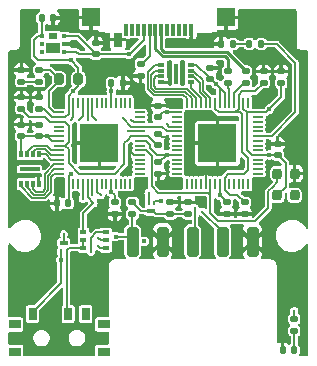
<source format=gbr>
%TF.GenerationSoftware,KiCad,Pcbnew,7.0.8*%
%TF.CreationDate,2024-04-10T13:39:31+02:00*%
%TF.ProjectId,Expansion_Card_Retrofit,45787061-6e73-4696-9f6e-5f436172645f,X1*%
%TF.SameCoordinates,Original*%
%TF.FileFunction,Copper,L1,Top*%
%TF.FilePolarity,Positive*%
%FSLAX46Y46*%
G04 Gerber Fmt 4.6, Leading zero omitted, Abs format (unit mm)*
G04 Created by KiCad (PCBNEW 7.0.8) date 2024-04-10 13:39:31*
%MOMM*%
%LPD*%
G01*
G04 APERTURE LIST*
G04 Aperture macros list*
%AMRoundRect*
0 Rectangle with rounded corners*
0 $1 Rounding radius*
0 $2 $3 $4 $5 $6 $7 $8 $9 X,Y pos of 4 corners*
0 Add a 4 corners polygon primitive as box body*
4,1,4,$2,$3,$4,$5,$6,$7,$8,$9,$2,$3,0*
0 Add four circle primitives for the rounded corners*
1,1,$1+$1,$2,$3*
1,1,$1+$1,$4,$5*
1,1,$1+$1,$6,$7*
1,1,$1+$1,$8,$9*
0 Add four rect primitives between the rounded corners*
20,1,$1+$1,$2,$3,$4,$5,0*
20,1,$1+$1,$4,$5,$6,$7,0*
20,1,$1+$1,$6,$7,$8,$9,0*
20,1,$1+$1,$8,$9,$2,$3,0*%
G04 Aperture macros list end*
%TA.AperFunction,SMDPad,CuDef*%
%ADD10R,0.300000X1.700000*%
%TD*%
%TA.AperFunction,SMDPad,CuDef*%
%ADD11R,0.600000X0.300000*%
%TD*%
%TA.AperFunction,SMDPad,CuDef*%
%ADD12RoundRect,0.050000X0.050000X-0.387500X0.050000X0.387500X-0.050000X0.387500X-0.050000X-0.387500X0*%
%TD*%
%TA.AperFunction,SMDPad,CuDef*%
%ADD13RoundRect,0.050000X0.387500X-0.050000X0.387500X0.050000X-0.387500X0.050000X-0.387500X-0.050000X0*%
%TD*%
%TA.AperFunction,SMDPad,CuDef*%
%ADD14R,3.200000X3.200000*%
%TD*%
%TA.AperFunction,SMDPad,CuDef*%
%ADD15R,0.600000X0.420000*%
%TD*%
%TA.AperFunction,SMDPad,CuDef*%
%ADD16RoundRect,0.140000X-0.140000X-0.170000X0.140000X-0.170000X0.140000X0.170000X-0.140000X0.170000X0*%
%TD*%
%TA.AperFunction,SMDPad,CuDef*%
%ADD17RoundRect,0.147500X-0.147500X-0.172500X0.147500X-0.172500X0.147500X0.172500X-0.147500X0.172500X0*%
%TD*%
%TA.AperFunction,SMDPad,CuDef*%
%ADD18RoundRect,0.140000X-0.170000X0.140000X-0.170000X-0.140000X0.170000X-0.140000X0.170000X0.140000X0*%
%TD*%
%TA.AperFunction,SMDPad,CuDef*%
%ADD19RoundRect,0.140000X0.170000X-0.140000X0.170000X0.140000X-0.170000X0.140000X-0.170000X-0.140000X0*%
%TD*%
%TA.AperFunction,SMDPad,CuDef*%
%ADD20R,0.380000X1.000000*%
%TD*%
%TA.AperFunction,SMDPad,CuDef*%
%ADD21R,0.700000X1.150000*%
%TD*%
%TA.AperFunction,SMDPad,CuDef*%
%ADD22RoundRect,0.050000X-0.050000X-0.387500X0.050000X-0.387500X0.050000X0.387500X-0.050000X0.387500X0*%
%TD*%
%TA.AperFunction,SMDPad,CuDef*%
%ADD23RoundRect,0.050000X-0.387500X-0.050000X0.387500X-0.050000X0.387500X0.050000X-0.387500X0.050000X0*%
%TD*%
%TA.AperFunction,SMDPad,CuDef*%
%ADD24R,0.425000X0.400000*%
%TD*%
%TA.AperFunction,SMDPad,CuDef*%
%ADD25R,1.150000X0.950000*%
%TD*%
%TA.AperFunction,SMDPad,CuDef*%
%ADD26R,0.800000X0.480000*%
%TD*%
%TA.AperFunction,SMDPad,CuDef*%
%ADD27RoundRect,0.250000X-0.250000X-1.000000X0.250000X-1.000000X0.250000X1.000000X-0.250000X1.000000X0*%
%TD*%
%TA.AperFunction,SMDPad,CuDef*%
%ADD28R,1.500000X1.500000*%
%TD*%
%TA.AperFunction,SMDPad,CuDef*%
%ADD29RoundRect,0.200000X0.200000X0.250000X-0.200000X0.250000X-0.200000X-0.250000X0.200000X-0.250000X0*%
%TD*%
%TA.AperFunction,SMDPad,CuDef*%
%ADD30RoundRect,0.200000X0.200000X0.275000X-0.200000X0.275000X-0.200000X-0.275000X0.200000X-0.275000X0*%
%TD*%
%TA.AperFunction,SMDPad,CuDef*%
%ADD31R,0.300000X0.600000*%
%TD*%
%TA.AperFunction,SMDPad,CuDef*%
%ADD32R,1.700000X0.300000*%
%TD*%
%TA.AperFunction,SMDPad,CuDef*%
%ADD33R,0.250000X0.400000*%
%TD*%
%TA.AperFunction,SMDPad,CuDef*%
%ADD34R,0.700000X0.400000*%
%TD*%
%TA.AperFunction,SMDPad,CuDef*%
%ADD35RoundRect,0.135000X-0.185000X0.135000X-0.185000X-0.135000X0.185000X-0.135000X0.185000X0.135000X0*%
%TD*%
%TA.AperFunction,SMDPad,CuDef*%
%ADD36RoundRect,0.140000X0.140000X0.170000X-0.140000X0.170000X-0.140000X-0.170000X0.140000X-0.170000X0*%
%TD*%
%TA.AperFunction,SMDPad,CuDef*%
%ADD37RoundRect,0.135000X0.135000X0.185000X-0.135000X0.185000X-0.135000X-0.185000X0.135000X-0.185000X0*%
%TD*%
%TA.AperFunction,SMDPad,CuDef*%
%ADD38RoundRect,0.135000X0.185000X-0.135000X0.185000X0.135000X-0.185000X0.135000X-0.185000X-0.135000X0*%
%TD*%
%TA.AperFunction,SMDPad,CuDef*%
%ADD39R,0.700000X1.100000*%
%TD*%
%TA.AperFunction,SMDPad,CuDef*%
%ADD40R,1.000000X0.800000*%
%TD*%
%TA.AperFunction,ViaPad*%
%ADD41C,0.300000*%
%TD*%
%TA.AperFunction,ViaPad*%
%ADD42C,0.400000*%
%TD*%
%TA.AperFunction,Conductor*%
%ADD43C,0.150000*%
%TD*%
%TA.AperFunction,Conductor*%
%ADD44C,0.200000*%
%TD*%
%TA.AperFunction,Conductor*%
%ADD45C,0.260000*%
%TD*%
G04 APERTURE END LIST*
D10*
%TO.P,U5,9,EXP*%
%TO.N,unconnected-(U5-EXP-Pad9)*%
X141800000Y-90800000D03*
D11*
%TO.P,U5,8,VCC*%
%TO.N,+3V3*%
X143050000Y-90050000D03*
%TO.P,U5,7,~{HOLD}/~{RESET}/IO3*%
%TO.N,/Debug Probe Section/QSPI_SD3*%
X143050000Y-90550000D03*
%TO.P,U5,6,CLK*%
%TO.N,/Debug Probe Section/QSPI_SCLK*%
X143050000Y-91050000D03*
%TO.P,U5,5,DI/IO0*%
%TO.N,/Debug Probe Section/QSPI_SD0*%
X143050000Y-91550000D03*
%TO.P,U5,4,GND*%
%TO.N,GND*%
X140550000Y-91550000D03*
%TO.P,U5,3,~{WP}/IO2*%
%TO.N,/Debug Probe Section/QSPI_SD2*%
X140550000Y-91050000D03*
%TO.P,U5,2,DO/IO1*%
%TO.N,/Debug Probe Section/QSPI_SD1*%
X140550000Y-90550000D03*
%TO.P,U5,1,~{CS}*%
%TO.N,/Debug Probe Section/QSPI_SS*%
X140550000Y-90050000D03*
%TD*%
D12*
%TO.P,U2,1,IOVDD*%
%TO.N,+3V3*%
X132700000Y-100137500D03*
%TO.P,U2,2,GPIO0*%
%TO.N,UART1_RX*%
X133100000Y-100137500D03*
%TO.P,U2,3,GPIO1*%
%TO.N,UART1_TX*%
X133500000Y-100137500D03*
%TO.P,U2,4,GPIO2*%
%TO.N,GPIO2*%
X133900000Y-100137500D03*
%TO.P,U2,5,GPIO3*%
%TO.N,GPIO3*%
X134300000Y-100137500D03*
%TO.P,U2,6,GPIO4*%
%TO.N,GPIO4*%
X134700000Y-100137500D03*
%TO.P,U2,7,GPIO5*%
%TO.N,GPIO5*%
X135100000Y-100137500D03*
%TO.P,U2,8,GPIO6*%
%TO.N,unconnected-(U2-GPIO6-Pad8)*%
X135500000Y-100137500D03*
%TO.P,U2,9,GPIO7*%
%TO.N,unconnected-(U2-GPIO7-Pad9)*%
X135900000Y-100137500D03*
%TO.P,U2,10,IOVDD*%
%TO.N,+3V3*%
X136300000Y-100137500D03*
%TO.P,U2,11,GPIO8*%
%TO.N,unconnected-(U2-GPIO8-Pad11)*%
X136700000Y-100137500D03*
%TO.P,U2,12,GPIO9*%
%TO.N,unconnected-(U2-GPIO9-Pad12)*%
X137100000Y-100137500D03*
%TO.P,U2,13,GPIO10*%
%TO.N,unconnected-(U2-GPIO10-Pad13)*%
X137500000Y-100137500D03*
%TO.P,U2,14,GPIO11*%
%TO.N,unconnected-(U2-GPIO11-Pad14)*%
X137900000Y-100137500D03*
D13*
%TO.P,U2,15,GPIO12*%
%TO.N,unconnected-(U2-GPIO12-Pad15)*%
X138737500Y-99300000D03*
%TO.P,U2,16,GPIO13*%
%TO.N,unconnected-(U2-GPIO13-Pad16)*%
X138737500Y-98900000D03*
%TO.P,U2,17,GPIO14*%
%TO.N,unconnected-(U2-GPIO14-Pad17)*%
X138737500Y-98500000D03*
%TO.P,U2,18,GPIO15*%
%TO.N,unconnected-(U2-GPIO15-Pad18)*%
X138737500Y-98100000D03*
%TO.P,U2,19,TESTEN*%
%TO.N,GND*%
X138737500Y-97700000D03*
%TO.P,U2,20,XIN*%
%TO.N,OSC_OUT*%
X138737500Y-97300000D03*
%TO.P,U2,21,XOUT*%
%TO.N,unconnected-(U2-XOUT-Pad21)*%
X138737500Y-96900000D03*
%TO.P,U2,22,IOVDD*%
%TO.N,+3V3*%
X138737500Y-96500000D03*
%TO.P,U2,23,DVDD*%
%TO.N,/Development Board Section/1V1_CORE*%
X138737500Y-96100000D03*
%TO.P,U2,24,SWCLK*%
%TO.N,SWCLK*%
X138737500Y-95700000D03*
%TO.P,U2,25,SWD*%
%TO.N,SWDIO*%
X138737500Y-95300000D03*
%TO.P,U2,26,RUN*%
%TO.N,/Development Board Section/RUN*%
X138737500Y-94900000D03*
%TO.P,U2,27,GPIO16*%
%TO.N,unconnected-(U2-GPIO16-Pad27)*%
X138737500Y-94500000D03*
%TO.P,U2,28,GPIO17*%
%TO.N,unconnected-(U2-GPIO17-Pad28)*%
X138737500Y-94100000D03*
D12*
%TO.P,U2,29,GPIO18*%
%TO.N,unconnected-(U2-GPIO18-Pad29)*%
X137900000Y-93262500D03*
%TO.P,U2,30,GPIO19*%
%TO.N,unconnected-(U2-GPIO19-Pad30)*%
X137500000Y-93262500D03*
%TO.P,U2,31,GPIO20*%
%TO.N,unconnected-(U2-GPIO20-Pad31)*%
X137100000Y-93262500D03*
%TO.P,U2,32,GPIO21*%
%TO.N,unconnected-(U2-GPIO21-Pad32)*%
X136700000Y-93262500D03*
%TO.P,U2,33,IOVDD*%
%TO.N,+3V3*%
X136300000Y-93262500D03*
%TO.P,U2,34,GPIO22*%
%TO.N,unconnected-(U2-GPIO22-Pad34)*%
X135900000Y-93262500D03*
%TO.P,U2,35,GPIO23*%
%TO.N,unconnected-(U2-GPIO23-Pad35)*%
X135500000Y-93262500D03*
%TO.P,U2,36,GPIO24*%
%TO.N,unconnected-(U2-GPIO24-Pad36)*%
X135100000Y-93262500D03*
%TO.P,U2,37,GPIO25*%
%TO.N,LED_EN*%
X134700000Y-93262500D03*
%TO.P,U2,38,GPIO26_ADC0*%
%TO.N,GPIO_ADC0*%
X134300000Y-93262500D03*
%TO.P,U2,39,GPIO27_ADC1*%
%TO.N,GPIO_ADC1*%
X133900000Y-93262500D03*
%TO.P,U2,40,GPIO28_ADC2*%
%TO.N,unconnected-(U2-GPIO28_ADC2-Pad40)*%
X133500000Y-93262500D03*
%TO.P,U2,41,GPIO29_ADC3*%
%TO.N,/Development Board Section/GPIO_ADC3*%
X133100000Y-93262500D03*
%TO.P,U2,42,IOVDD*%
%TO.N,+3V3*%
X132700000Y-93262500D03*
D13*
%TO.P,U2,43,ADC_AVDD*%
%TO.N,/Development Board Section/ADC_VREF*%
X131862500Y-94100000D03*
%TO.P,U2,44,VREG_IN*%
%TO.N,+3V3*%
X131862500Y-94500000D03*
%TO.P,U2,45,VREG_VOUT*%
%TO.N,/Development Board Section/1V1_CORE*%
X131862500Y-94900000D03*
%TO.P,U2,46,USB_DM*%
%TO.N,unconnected-(U2-USB_DM-Pad46)*%
X131862500Y-95300000D03*
%TO.P,U2,47,USB_DP*%
%TO.N,unconnected-(U2-USB_DP-Pad47)*%
X131862500Y-95700000D03*
%TO.P,U2,48,USB_VDD*%
%TO.N,+3V3*%
X131862500Y-96100000D03*
%TO.P,U2,49,IOVDD*%
X131862500Y-96500000D03*
%TO.P,U2,50,DVDD*%
%TO.N,/Development Board Section/1V1_CORE*%
X131862500Y-96900000D03*
%TO.P,U2,51,QSPI_SD3*%
%TO.N,/Development Board Section/QSPI_SD3*%
X131862500Y-97300000D03*
%TO.P,U2,52,QSPI_SCLK*%
%TO.N,/Development Board Section/QSPI_SCLK*%
X131862500Y-97700000D03*
%TO.P,U2,53,QSPI_SD0*%
%TO.N,/Development Board Section/QSPI_SD0*%
X131862500Y-98100000D03*
%TO.P,U2,54,QSPI_SD2*%
%TO.N,/Development Board Section/QSPI_SD2*%
X131862500Y-98500000D03*
%TO.P,U2,55,QSPI_SD1*%
%TO.N,/Development Board Section/QSPI_SD1*%
X131862500Y-98900000D03*
%TO.P,U2,56,QSPI_SS*%
%TO.N,/Development Board Section/QSPI_SS*%
X131862500Y-99300000D03*
D14*
%TO.P,U2,57,GND*%
%TO.N,GND*%
X135300000Y-96700000D03*
%TD*%
D15*
%TO.P,Q3,1,C2*%
%TO.N,SWCLK*%
X135850000Y-105550000D03*
%TO.P,Q3,2,E2*%
%TO.N,GPIO2*%
X135850000Y-104900000D03*
%TO.P,Q3,3,C1*%
%TO.N,SWDIO*%
X135850000Y-104250000D03*
%TO.P,Q3,4,E1*%
%TO.N,GPIO3*%
X133950000Y-104250000D03*
%TO.P,Q3,5,B1*%
%TO.N,DEV_ENABLE*%
X133950000Y-104900000D03*
%TO.P,Q3,6,B2*%
X133950000Y-105550000D03*
%TD*%
D16*
%TO.P,C24,1*%
%TO.N,+3V3*%
X136320000Y-91600000D03*
%TO.P,C24,2*%
%TO.N,GND*%
X137280000Y-91600000D03*
%TD*%
D17*
%TO.P,D1,1,K*%
%TO.N,GND*%
X150815000Y-114212500D03*
%TO.P,D1,2,A*%
%TO.N,Net-(D1-A)*%
X151785000Y-114212500D03*
%TD*%
D18*
%TO.P,C19,2*%
%TO.N,GND*%
X140300000Y-99280000D03*
%TO.P,C19,1*%
%TO.N,+3V3*%
X140300000Y-98320000D03*
%TD*%
D19*
%TO.P,C6,1*%
%TO.N,+3V3*%
X130200000Y-96080000D03*
%TO.P,C6,2*%
%TO.N,GND*%
X130200000Y-95120000D03*
%TD*%
%TO.P,C1,1*%
%TO.N,VBUS*%
X135000000Y-89180000D03*
%TO.P,C1,2*%
%TO.N,GND*%
X135000000Y-88220000D03*
%TD*%
D20*
%TO.P,P1,A1,GND*%
%TO.N,GND*%
X137550000Y-87090000D03*
%TO.P,P1,A2*%
%TO.N,N/C*%
X138050000Y-87090000D03*
%TO.P,P1,A3*%
X138550000Y-87090000D03*
%TO.P,P1,A4,VBUS*%
%TO.N,VBUS*%
X139050000Y-87090000D03*
%TO.P,P1,A5,CC*%
%TO.N,Net-(P1-CC)*%
X139550000Y-87090000D03*
%TO.P,P1,A6,D+*%
%TO.N,USB_D_P*%
X140050000Y-87090000D03*
%TO.P,P1,A7,D-*%
%TO.N,USB_D_N*%
X140550000Y-87090000D03*
%TO.P,P1,A8*%
%TO.N,N/C*%
X141050000Y-87090000D03*
%TO.P,P1,A9,VBUS*%
%TO.N,VBUS*%
X141550000Y-87090000D03*
%TO.P,P1,A10*%
%TO.N,N/C*%
X142050000Y-87090000D03*
%TO.P,P1,A11*%
X142550000Y-87090000D03*
%TO.P,P1,A12,GND*%
%TO.N,GND*%
X143050000Y-87090000D03*
D21*
%TO.P,P1,S1,SHIELD*%
X136880000Y-87930000D03*
%TD*%
D14*
%TO.P,U4,57,GND*%
%TO.N,GND*%
X145300000Y-96700000D03*
D22*
%TO.P,U4,56,QSPI_SS*%
%TO.N,/Debug Probe Section/QSPI_SS*%
X142700000Y-93262500D03*
%TO.P,U4,55,QSPI_SD1*%
%TO.N,/Debug Probe Section/QSPI_SD1*%
X143100000Y-93262500D03*
%TO.P,U4,54,QSPI_SD2*%
%TO.N,/Debug Probe Section/QSPI_SD2*%
X143500000Y-93262500D03*
%TO.P,U4,53,QSPI_SD0*%
%TO.N,/Debug Probe Section/QSPI_SD0*%
X143900000Y-93262500D03*
%TO.P,U4,52,QSPI_SCLK*%
%TO.N,/Debug Probe Section/QSPI_SCLK*%
X144300000Y-93262500D03*
%TO.P,U4,51,QSPI_SD3*%
%TO.N,/Debug Probe Section/QSPI_SD3*%
X144700000Y-93262500D03*
%TO.P,U4,50,DVDD*%
%TO.N,/Debug Probe Section/1V1_CORE*%
X145100000Y-93262500D03*
%TO.P,U4,49,IOVDD*%
%TO.N,+3V3*%
X145500000Y-93262500D03*
%TO.P,U4,48,USB_VDD*%
X145900000Y-93262500D03*
%TO.P,U4,47,USB_DP*%
%TO.N,Net-(U4-USB_DP)*%
X146300000Y-93262500D03*
%TO.P,U4,46,USB_DM*%
%TO.N,Net-(U4-USB_DM)*%
X146700000Y-93262500D03*
%TO.P,U4,45,VREG_VOUT*%
%TO.N,/Debug Probe Section/1V1_CORE*%
X147100000Y-93262500D03*
%TO.P,U4,44,VREG_IN*%
%TO.N,+3V3*%
X147500000Y-93262500D03*
%TO.P,U4,43,ADC_AVDD*%
%TO.N,unconnected-(U4-ADC_AVDD-Pad43)*%
X147900000Y-93262500D03*
D23*
%TO.P,U4,42,IOVDD*%
%TO.N,+3V3*%
X148737500Y-94100000D03*
%TO.P,U4,41,GPIO29_ADC3*%
%TO.N,unconnected-(U4-GPIO29_ADC3-Pad41)*%
X148737500Y-94500000D03*
%TO.P,U4,40,GPIO28_ADC2*%
%TO.N,unconnected-(U4-GPIO28_ADC2-Pad40)*%
X148737500Y-94900000D03*
%TO.P,U4,39,GPIO27_ADC1*%
%TO.N,unconnected-(U4-GPIO27_ADC1-Pad39)*%
X148737500Y-95300000D03*
%TO.P,U4,38,GPIO26_ADC0*%
%TO.N,unconnected-(U4-GPIO26_ADC0-Pad38)*%
X148737500Y-95700000D03*
%TO.P,U4,37,GPIO25*%
%TO.N,/Debug Probe Section/LED_INT_EN*%
X148737500Y-96100000D03*
%TO.P,U4,36,GPIO24*%
%TO.N,unconnected-(U4-GPIO24-Pad36)*%
X148737500Y-96500000D03*
%TO.P,U4,35,GPIO23*%
%TO.N,unconnected-(U4-GPIO23-Pad35)*%
X148737500Y-96900000D03*
%TO.P,U4,34,GPIO22*%
%TO.N,unconnected-(U4-GPIO22-Pad34)*%
X148737500Y-97300000D03*
%TO.P,U4,33,IOVDD*%
%TO.N,+3V3*%
X148737500Y-97700000D03*
%TO.P,U4,32,GPIO21*%
%TO.N,unconnected-(U4-GPIO21-Pad32)*%
X148737500Y-98100000D03*
%TO.P,U4,31,GPIO20*%
%TO.N,unconnected-(U4-GPIO20-Pad31)*%
X148737500Y-98500000D03*
%TO.P,U4,30,GPIO19*%
%TO.N,unconnected-(U4-GPIO19-Pad30)*%
X148737500Y-98900000D03*
%TO.P,U4,29,GPIO18*%
%TO.N,unconnected-(U4-GPIO18-Pad29)*%
X148737500Y-99300000D03*
D22*
%TO.P,U4,28,GPIO17*%
%TO.N,unconnected-(U4-GPIO17-Pad28)*%
X147900000Y-100137500D03*
%TO.P,U4,27,GPIO16*%
%TO.N,unconnected-(U4-GPIO16-Pad27)*%
X147500000Y-100137500D03*
%TO.P,U4,26,RUN*%
%TO.N,unconnected-(U4-RUN-Pad26)*%
X147100000Y-100137500D03*
%TO.P,U4,25,SWD*%
%TO.N,unconnected-(U4-SWD-Pad25)*%
X146700000Y-100137500D03*
%TO.P,U4,24,SWCLK*%
%TO.N,unconnected-(U4-SWCLK-Pad24)*%
X146300000Y-100137500D03*
%TO.P,U4,23,DVDD*%
%TO.N,/Debug Probe Section/1V1_CORE*%
X145900000Y-100137500D03*
%TO.P,U4,22,IOVDD*%
%TO.N,+3V3*%
X145500000Y-100137500D03*
%TO.P,U4,21,XOUT*%
%TO.N,unconnected-(U4-XOUT-Pad21)*%
X145100000Y-100137500D03*
%TO.P,U4,20,XIN*%
%TO.N,OSC_OUT*%
X144700000Y-100137500D03*
%TO.P,U4,19,TESTEN*%
%TO.N,GND*%
X144300000Y-100137500D03*
%TO.P,U4,18,GPIO15*%
%TO.N,unconnected-(U4-GPIO15-Pad18)*%
X143900000Y-100137500D03*
%TO.P,U4,17,GPIO14*%
%TO.N,unconnected-(U4-GPIO14-Pad17)*%
X143500000Y-100137500D03*
%TO.P,U4,16,GPIO13*%
%TO.N,unconnected-(U4-GPIO13-Pad16)*%
X143100000Y-100137500D03*
%TO.P,U4,15,GPIO12*%
%TO.N,unconnected-(U4-GPIO12-Pad15)*%
X142700000Y-100137500D03*
D23*
%TO.P,U4,14,GPIO11*%
%TO.N,unconnected-(U4-GPIO11-Pad14)*%
X141862500Y-99300000D03*
%TO.P,U4,13,GPIO10*%
%TO.N,unconnected-(U4-GPIO10-Pad13)*%
X141862500Y-98900000D03*
%TO.P,U4,12,GPIO9*%
%TO.N,unconnected-(U4-GPIO9-Pad12)*%
X141862500Y-98500000D03*
%TO.P,U4,11,GPIO8*%
%TO.N,unconnected-(U4-GPIO8-Pad11)*%
X141862500Y-98100000D03*
%TO.P,U4,10,IOVDD*%
%TO.N,+3V3*%
X141862500Y-97700000D03*
%TO.P,U4,9,GPIO7*%
%TO.N,unconnected-(U4-GPIO7-Pad9)*%
X141862500Y-97300000D03*
%TO.P,U4,8,GPIO6*%
%TO.N,unconnected-(U4-GPIO6-Pad8)*%
X141862500Y-96900000D03*
%TO.P,U4,7,GPIO5*%
%TO.N,unconnected-(U4-GPIO5-Pad7)*%
X141862500Y-96500000D03*
%TO.P,U4,6,GPIO4*%
%TO.N,unconnected-(U4-GPIO4-Pad6)*%
X141862500Y-96100000D03*
%TO.P,U4,5,GPIO3*%
%TO.N,SWDIO*%
X141862500Y-95700000D03*
%TO.P,U4,4,GPIO2*%
%TO.N,SWCLK*%
X141862500Y-95300000D03*
%TO.P,U4,3,GPIO1*%
%TO.N,unconnected-(U4-GPIO1-Pad3)*%
X141862500Y-94900000D03*
%TO.P,U4,2,GPIO0*%
%TO.N,unconnected-(U4-GPIO0-Pad2)*%
X141862500Y-94500000D03*
%TO.P,U4,1,IOVDD*%
%TO.N,+3V3*%
X141862500Y-94100000D03*
%TD*%
D19*
%TO.P,C14,2*%
%TO.N,GND*%
X149200000Y-90620000D03*
%TO.P,C14,1*%
%TO.N,/Debug Probe Section/1V1_CORE*%
X149200000Y-91580000D03*
%TD*%
%TO.P,C7,1*%
%TO.N,/Development Board Section/1V1_CORE*%
X128700000Y-93780000D03*
%TO.P,C7,2*%
%TO.N,GND*%
X128700000Y-92820000D03*
%TD*%
%TO.P,C9,1*%
%TO.N,Net-(C9-Pad1)*%
X128700000Y-91480000D03*
%TO.P,C9,2*%
%TO.N,GND*%
X128700000Y-90520000D03*
%TD*%
D24*
%TO.P,U1,1,EN*%
%TO.N,VBUS*%
X132337500Y-88950000D03*
%TO.P,U1,2,GND*%
%TO.N,GND*%
X132337500Y-88300000D03*
%TO.P,U1,3,VIN*%
%TO.N,VBUS*%
X132337500Y-87650000D03*
%TO.P,U1,4,VOUT*%
%TO.N,+3V3*%
X130462500Y-87650000D03*
%TO.P,U1,5,NC*%
%TO.N,unconnected-(U1-NC-Pad5)*%
X130462500Y-88300000D03*
%TO.P,U1,6,NC*%
%TO.N,unconnected-(U1-NC-Pad6)*%
X130462500Y-88950000D03*
D25*
%TO.P,U1,7*%
%TO.N,N/C*%
X131400000Y-88625000D03*
D26*
%TO.P,U1,8*%
X131400000Y-87600000D03*
%TD*%
D19*
%TO.P,C8,1*%
%TO.N,+3V3*%
X130200000Y-93780000D03*
%TO.P,C8,2*%
%TO.N,GND*%
X130200000Y-92820000D03*
%TD*%
D18*
%TO.P,C22,1*%
%TO.N,+3V3*%
X136600000Y-101720000D03*
%TO.P,C22,2*%
%TO.N,GND*%
X136600000Y-102680000D03*
%TD*%
D27*
%TO.P,J1,1,Pin_1*%
%TO.N,VBUS*%
X138120000Y-105025000D03*
%TO.P,J1,3,Pin_3*%
%TO.N,GND*%
X140660000Y-105025000D03*
%TO.P,J1,5,Pin_5*%
%TO.N,GPIO_ADC1*%
X143200000Y-105025000D03*
%TO.P,J1,7,Pin_7*%
%TO.N,GPIO_ADC0*%
X145740000Y-105025000D03*
%TO.P,J1,9,Pin_9*%
%TO.N,GND*%
X148280000Y-105025000D03*
%TD*%
D28*
%TO.P,TP3,1,1*%
%TO.N,GND*%
X146000000Y-86050000D03*
%TD*%
%TO.P,TP1,1,1*%
%TO.N,GND*%
X134600000Y-86050000D03*
%TD*%
D29*
%TO.P,X1,1,Tri-State*%
%TO.N,unconnected-(X1-Tri-State-Pad1)*%
X151825000Y-101125000D03*
%TO.P,X1,2,GND*%
%TO.N,GND*%
X151825000Y-99275000D03*
%TO.P,X1,3,OUT*%
%TO.N,OSC_OUT*%
X150375000Y-99275000D03*
%TO.P,X1,4,VDD*%
%TO.N,+3V3*%
X150375000Y-101125000D03*
%TD*%
D19*
%TO.P,C18,1*%
%TO.N,Net-(Q1-D)*%
X142800000Y-102680000D03*
%TO.P,C18,2*%
%TO.N,GND*%
X142800000Y-101720000D03*
%TD*%
%TO.P,C11,1*%
%TO.N,+3V3*%
X128700000Y-96080000D03*
%TO.P,C11,2*%
%TO.N,GND*%
X128700000Y-95120000D03*
%TD*%
%TO.P,C5,1*%
%TO.N,/Development Board Section/1V1_CORE*%
X140300000Y-96880000D03*
%TO.P,C5,2*%
%TO.N,GND*%
X140300000Y-95920000D03*
%TD*%
D30*
%TO.P,R11,1*%
%TO.N,+3V3*%
X133525000Y-91300000D03*
%TO.P,R11,2*%
%TO.N,/Development Board Section/ADC_VREF*%
X131875000Y-91300000D03*
%TD*%
D31*
%TO.P,U3,1,~{CS}*%
%TO.N,/Development Board Section/QSPI_SS*%
X128650000Y-100150000D03*
%TO.P,U3,2,DO/IO1*%
%TO.N,/Development Board Section/QSPI_SD1*%
X129150000Y-100150000D03*
%TO.P,U3,3,~{WP}/IO2*%
%TO.N,/Development Board Section/QSPI_SD2*%
X129650000Y-100150000D03*
%TO.P,U3,4,GND*%
%TO.N,GND*%
X130150000Y-100150000D03*
%TO.P,U3,5,DI/IO0*%
%TO.N,/Development Board Section/QSPI_SD0*%
X130150000Y-97650000D03*
%TO.P,U3,6,CLK*%
%TO.N,/Development Board Section/QSPI_SCLK*%
X129650000Y-97650000D03*
%TO.P,U3,7,~{HOLD}/~{RESET}/IO3*%
%TO.N,/Development Board Section/QSPI_SD3*%
X129150000Y-97650000D03*
%TO.P,U3,8,VCC*%
%TO.N,+3V3*%
X128650000Y-97650000D03*
D32*
%TO.P,U3,9,EXP*%
%TO.N,unconnected-(U3-EXP-Pad9)*%
X129400000Y-98900000D03*
%TD*%
D19*
%TO.P,C16,2*%
%TO.N,GND*%
X140300000Y-93520000D03*
%TO.P,C16,1*%
%TO.N,+3V3*%
X140300000Y-94480000D03*
%TD*%
D33*
%TO.P,Q2,1,S*%
%TO.N,+3V3*%
X132075000Y-105850000D03*
%TO.P,Q2,2,G*%
%TO.N,DEV_ENABLE*%
X132525000Y-105850000D03*
D34*
%TO.P,Q2,3,D*%
%TO.N,/Development Board Section/RUN*%
X132300000Y-105150000D03*
%TD*%
D35*
%TO.P,R12,1*%
%TO.N,/Development Board Section/ADC_VREF*%
X130200000Y-90490000D03*
%TO.P,R12,2*%
%TO.N,Net-(C9-Pad1)*%
X130200000Y-91510000D03*
%TD*%
D19*
%TO.P,C21,2*%
%TO.N,GND*%
X150400000Y-96770000D03*
%TO.P,C21,1*%
%TO.N,+3V3*%
X150400000Y-97730000D03*
%TD*%
D18*
%TO.P,C20,2*%
%TO.N,GND*%
X146100000Y-102680000D03*
%TO.P,C20,1*%
%TO.N,+3V3*%
X146100000Y-101720000D03*
%TD*%
D16*
%TO.P,C2,1*%
%TO.N,+3V3*%
X130420000Y-86100000D03*
%TO.P,C2,2*%
%TO.N,GND*%
X131380000Y-86100000D03*
%TD*%
D35*
%TO.P,R1,1*%
%TO.N,Net-(P1-CC)*%
X138800000Y-89990000D03*
%TO.P,R1,2*%
%TO.N,GND*%
X138800000Y-91010000D03*
%TD*%
D33*
%TO.P,Q1,1,G*%
%TO.N,+3V3*%
X139925000Y-101750000D03*
%TO.P,Q1,2,S*%
%TO.N,/Development Board Section/GPIO_ADC3*%
X139475000Y-101750000D03*
D34*
%TO.P,Q1,3,D*%
%TO.N,Net-(Q1-D)*%
X139700000Y-102450000D03*
%TD*%
D36*
%TO.P,C10,1*%
%TO.N,+3V3*%
X132680000Y-101800000D03*
%TO.P,C10,2*%
%TO.N,GND*%
X131720000Y-101800000D03*
%TD*%
D37*
%TO.P,R17,1*%
%TO.N,/Debug Probe Section/LED_INT_EN*%
X149010000Y-88300000D03*
%TO.P,R17,2*%
%TO.N,Net-(D2-A)*%
X147990000Y-88300000D03*
%TD*%
D18*
%TO.P,C12,2*%
%TO.N,GND*%
X147600000Y-102680000D03*
%TO.P,C12,1*%
%TO.N,/Debug Probe Section/1V1_CORE*%
X147600000Y-101720000D03*
%TD*%
D38*
%TO.P,R15,1*%
%TO.N,VBUS*%
X138100000Y-102710000D03*
%TO.P,R15,2*%
%TO.N,Net-(Q1-D)*%
X138100000Y-101690000D03*
%TD*%
D19*
%TO.P,C13,2*%
%TO.N,GND*%
X144700000Y-90320000D03*
%TO.P,C13,1*%
%TO.N,+3V3*%
X144700000Y-91280000D03*
%TD*%
%TO.P,C15,2*%
%TO.N,GND*%
X150700000Y-90620000D03*
%TO.P,C15,1*%
%TO.N,+3V3*%
X150700000Y-91580000D03*
%TD*%
D39*
%TO.P,S1,1*%
%TO.N,+3V3*%
X129650000Y-111150000D03*
%TO.P,S1,2*%
%TO.N,DEV_ENABLE*%
X132650000Y-111150000D03*
%TO.P,S1,3*%
%TO.N,unconnected-(S1-Pad3)*%
X134150000Y-111150000D03*
D40*
%TO.P,S1,Z1*%
%TO.N,N/C*%
X135650000Y-114350000D03*
%TO.P,S1,Z2*%
X128150000Y-114350000D03*
%TO.P,S1,Z3*%
X128150000Y-112050000D03*
%TO.P,S1,Z4*%
X135650000Y-112050000D03*
%TD*%
D38*
%TO.P,R16,1*%
%TO.N,Net-(Q1-D)*%
X141300000Y-102710000D03*
%TO.P,R16,2*%
%TO.N,GND*%
X141300000Y-101690000D03*
%TD*%
D35*
%TO.P,R9,2*%
%TO.N,Net-(U4-USB_DP)*%
X146200000Y-91610000D03*
%TO.P,R9,1*%
%TO.N,USB_D_P*%
X146200000Y-90590000D03*
%TD*%
%TO.P,R10,2*%
%TO.N,Net-(U4-USB_DM)*%
X147700000Y-91610000D03*
%TO.P,R10,1*%
%TO.N,USB_D_N*%
X147700000Y-90590000D03*
%TD*%
D17*
%TO.P,D2,1,K*%
%TO.N,GND*%
X145615000Y-88300000D03*
%TO.P,D2,2,A*%
%TO.N,Net-(D2-A)*%
X146585000Y-88300000D03*
%TD*%
D35*
%TO.P,R4,1*%
%TO.N,LED_EN*%
X151800000Y-111552500D03*
%TO.P,R4,2*%
%TO.N,Net-(D1-A)*%
X151800000Y-112572500D03*
%TD*%
D41*
%TO.N,GND*%
X144700000Y-92200000D03*
X135800000Y-103400000D03*
X135200000Y-102800000D03*
X144200000Y-101400000D03*
X145500000Y-89900000D03*
X145500000Y-90900000D03*
X138500000Y-100700000D03*
X146900000Y-102100000D03*
X146900000Y-106000000D03*
X134300000Y-92200000D03*
X133200000Y-98100000D03*
X133700000Y-88700000D03*
X145200000Y-101800000D03*
X148800000Y-89300000D03*
X144300000Y-99000000D03*
X133200000Y-96900000D03*
X148900000Y-93500000D03*
X143000000Y-95800000D03*
X133100000Y-88400000D03*
X139000000Y-89200000D03*
X132400000Y-92200000D03*
X149500000Y-100000000D03*
X138400000Y-88000000D03*
X138900000Y-93500000D03*
X133200000Y-95700000D03*
X136300000Y-98800000D03*
X143000000Y-97300000D03*
X142000000Y-103800000D03*
X143000000Y-99000000D03*
X135100000Y-98800000D03*
X149700000Y-95400000D03*
X141300000Y-93400000D03*
X150500000Y-94500000D03*
X149900000Y-98400000D03*
X141000000Y-96200000D03*
X145300000Y-94600000D03*
X132700000Y-91300000D03*
X136500000Y-90100000D03*
X141100000Y-99800000D03*
X142000000Y-100300000D03*
X131800000Y-90300000D03*
X142100000Y-93400000D03*
X146900000Y-104000000D03*
X142000000Y-106000000D03*
X145700000Y-99000000D03*
X144500000Y-106000000D03*
X141000000Y-97000000D03*
X135200000Y-90100000D03*
X139400000Y-103600000D03*
X142200000Y-90200000D03*
X137700000Y-99200000D03*
X150200000Y-89300000D03*
X139400000Y-106000000D03*
X135600000Y-92200000D03*
X144500000Y-103700000D03*
X146900000Y-94600000D03*
X134000000Y-98800000D03*
X147300000Y-98700000D03*
X138500000Y-100000000D03*
X137900000Y-88500000D03*
X143000000Y-94400000D03*
X138900000Y-92200000D03*
D42*
X137900000Y-96900000D03*
D41*
X141300000Y-91200000D03*
D42*
%TO.N,+3V3*%
X145500000Y-101120000D03*
X132874500Y-99300000D03*
X145200000Y-91700000D03*
X132050500Y-106575500D03*
X149700000Y-97700000D03*
X130900000Y-96100000D03*
X133100000Y-92300000D03*
X141000000Y-94100000D03*
X132900000Y-89674500D03*
X136300000Y-92300000D03*
X149700000Y-93800000D03*
X136300000Y-100825500D03*
X139100000Y-105000000D03*
X140552455Y-101631409D03*
X141000000Y-97700000D03*
%TO.N,VBUS*%
X137800000Y-89180000D03*
X136700000Y-104600000D03*
D41*
%TO.N,/Development Board Section/GPIO_ADC3*%
X139475000Y-100900000D03*
X132914820Y-94700000D03*
%TO.N,LED_EN*%
X151800000Y-110900000D03*
X135000000Y-94700000D03*
%TO.N,GPIO2*%
X133900000Y-101400000D03*
X135200000Y-104700000D03*
%TO.N,GPIO3*%
X134800000Y-101800000D03*
%TO.N,GPIO4*%
X134700000Y-101100000D03*
%TO.N,GPIO5*%
X135400000Y-101100000D03*
%TO.N,SWCLK*%
X135200000Y-105400000D03*
X141000000Y-95100000D03*
X137700000Y-95700000D03*
%TO.N,SWDIO*%
X134600000Y-105900000D03*
X137300000Y-94600000D03*
%TO.N,/Development Board Section/RUN*%
X138000000Y-94700000D03*
X132300000Y-104400000D03*
%TO.N,GPIO_ADC0*%
X134304000Y-94700000D03*
X144000000Y-102500000D03*
%TO.N,GPIO_ADC1*%
X133600000Y-94700000D03*
X143400000Y-102200000D03*
%TD*%
D43*
%TO.N,/Debug Probe Section/QSPI_SD3*%
X143050000Y-90550000D02*
X143247488Y-90550000D01*
X143247488Y-90550000D02*
X144050000Y-91352512D01*
X144050000Y-91352512D02*
X144050000Y-92250000D01*
X144700000Y-92900000D02*
X144700000Y-93262500D01*
X144050000Y-92250000D02*
X144700000Y-92900000D01*
%TO.N,/Debug Probe Section/QSPI_SCLK*%
X144300000Y-93262500D02*
X144300000Y-92906802D01*
X144300000Y-92906802D02*
X143800000Y-92406802D01*
X143247488Y-91050000D02*
X143050000Y-91050000D01*
X143800000Y-92406802D02*
X143800000Y-91602512D01*
X143800000Y-91602512D02*
X143247488Y-91050000D01*
%TO.N,/Debug Probe Section/QSPI_SD0*%
X143050000Y-91550000D02*
X143050000Y-92050000D01*
X143050000Y-92050000D02*
X143900000Y-92900000D01*
X143900000Y-92900000D02*
X143900000Y-93262500D01*
%TO.N,SWCLK*%
X135200000Y-105400000D02*
X135350000Y-105550000D01*
X135350000Y-105550000D02*
X135850000Y-105550000D01*
D44*
%TO.N,VBUS*%
X136700000Y-104600000D02*
X137695000Y-104600000D01*
X137695000Y-104600000D02*
X138120000Y-105025000D01*
X138120000Y-105025000D02*
X138100000Y-105005000D01*
X138100000Y-105005000D02*
X138100000Y-102710000D01*
D43*
%TO.N,OSC_OUT*%
X144700000Y-101100000D02*
X144500000Y-100900000D01*
X144500000Y-100900000D02*
X140250000Y-100900000D01*
X140250000Y-100900000D02*
X139715000Y-100365000D01*
X144700000Y-101434620D02*
X144700000Y-101100000D01*
X139715000Y-100365000D02*
X139715000Y-97780380D01*
X139715000Y-97780380D02*
X139234620Y-97300000D01*
X139234620Y-97300000D02*
X138737500Y-97300000D01*
%TO.N,GPIO_ADC0*%
X145740000Y-104240000D02*
X145740000Y-105025000D01*
X144000000Y-102500000D02*
X145740000Y-104240000D01*
%TO.N,GPIO_ADC1*%
X143400000Y-104825000D02*
X143200000Y-105025000D01*
X143400000Y-102200000D02*
X143400000Y-104825000D01*
%TO.N,OSC_OUT*%
X144700000Y-100137500D02*
X144700000Y-101434620D01*
X145371343Y-103300000D02*
X148500000Y-103300000D01*
X149978248Y-100400000D02*
X149980332Y-100400000D01*
X144700000Y-101434620D02*
X144700000Y-102628657D01*
X144700000Y-102628657D02*
X145371343Y-103300000D01*
X148500000Y-103300000D02*
X149600000Y-102200000D01*
X149600000Y-102200000D02*
X149600000Y-100778248D01*
X149600000Y-100778248D02*
X149978248Y-100400000D01*
X149980332Y-100400000D02*
X150375000Y-100005332D01*
X150375000Y-100005332D02*
X150375000Y-99275000D01*
D44*
%TO.N,VBUS*%
X138120000Y-104320000D02*
X138120000Y-105025000D01*
D43*
%TO.N,SWDIO*%
X134600000Y-104700000D02*
X135050000Y-104250000D01*
X134600000Y-105900000D02*
X134600000Y-104700000D01*
X135050000Y-104250000D02*
X135850000Y-104250000D01*
D44*
%TO.N,VBUS*%
X137800000Y-89180000D02*
X135000000Y-89180000D01*
X137800000Y-89180000D02*
X137856397Y-89180000D01*
X137856397Y-89180000D02*
X139050000Y-87986397D01*
X139050000Y-87986397D02*
X139050000Y-87090000D01*
D43*
%TO.N,/Development Board Section/ADC_VREF*%
X131875000Y-91300000D02*
X131875000Y-91425000D01*
X131875000Y-91425000D02*
X131000000Y-92300000D01*
X131000000Y-92300000D02*
X131000000Y-93600000D01*
X131000000Y-93600000D02*
X131500000Y-94100000D01*
X131500000Y-94100000D02*
X131862500Y-94100000D01*
D44*
%TO.N,+3V3*%
X130580000Y-93780000D02*
X130200000Y-93780000D01*
X131300000Y-94500000D02*
X130580000Y-93780000D01*
X131862500Y-94500000D02*
X131300000Y-94500000D01*
D43*
%TO.N,/Development Board Section/QSPI_SS*%
X131200000Y-100807106D02*
X131200000Y-99600000D01*
X130707108Y-101299999D02*
X131200000Y-100807106D01*
X131200000Y-99600000D02*
X131500000Y-99300000D01*
X129602511Y-101299999D02*
X130707108Y-101299999D01*
X131500000Y-99300000D02*
X131862500Y-99300000D01*
X128650000Y-100347488D02*
X129602511Y-101299999D01*
X128650000Y-100150000D02*
X128650000Y-100347488D01*
%TO.N,/Development Board Section/QSPI_SD1*%
X131500000Y-98900000D02*
X131862500Y-98900000D01*
X130950000Y-99450000D02*
X131500000Y-98900000D01*
X130950000Y-100703553D02*
X130950000Y-99450000D01*
X130603554Y-101050000D02*
X130950000Y-100703553D01*
X129750000Y-101050000D02*
X130603554Y-101050000D01*
X129150000Y-100450000D02*
X129750000Y-101050000D01*
X129150000Y-100150000D02*
X129150000Y-100450000D01*
%TO.N,/Development Board Section/QSPI_SD2*%
X131500000Y-98500000D02*
X131862500Y-98500000D01*
X130700000Y-99300000D02*
X131500000Y-98500000D01*
X129900000Y-100800000D02*
X130500000Y-100800000D01*
X130500000Y-100800000D02*
X130700000Y-100600000D01*
X129650000Y-100550000D02*
X129900000Y-100800000D01*
X130700000Y-100600000D02*
X130700000Y-99300000D01*
X129650000Y-100150000D02*
X129650000Y-100550000D01*
D44*
%TO.N,GND*%
X142770000Y-101690000D02*
X142800000Y-101720000D01*
X137900000Y-97400000D02*
X138200000Y-97700000D01*
X140300000Y-95880000D02*
X140300000Y-95920000D01*
X140580000Y-96200000D02*
X140300000Y-95920000D01*
X144300000Y-100137500D02*
X144300000Y-99300000D01*
X141300000Y-101690000D02*
X142770000Y-101690000D01*
X141000000Y-96200000D02*
X140580000Y-96200000D01*
X138200000Y-97700000D02*
X138737500Y-97700000D01*
X137900000Y-96900000D02*
X137900000Y-97400000D01*
%TO.N,+3V3*%
X130280000Y-96100000D02*
X128680000Y-96100000D01*
X132394974Y-94500000D02*
X132694974Y-94200000D01*
X145900000Y-93262500D02*
X145900000Y-92415688D01*
X130300000Y-96120000D02*
X130280000Y-96100000D01*
X129800000Y-87925000D02*
X130075000Y-87650000D01*
X136300000Y-91720000D02*
X136280000Y-91700000D01*
X147800000Y-94105026D02*
X147800000Y-97294974D01*
X150400000Y-97700000D02*
X151075000Y-98375000D01*
X132700000Y-92700000D02*
X133100000Y-92300000D01*
X150700000Y-92800000D02*
X150700000Y-91580000D01*
X132874500Y-99300000D02*
X132700000Y-99474500D01*
X140380000Y-98320000D02*
X140300000Y-98320000D01*
X133525000Y-90299500D02*
X133525000Y-91300000D01*
X147500000Y-93794974D02*
X147805026Y-94100000D01*
X140680000Y-94100000D02*
X140300000Y-94480000D01*
X143474312Y-90050000D02*
X144544312Y-91120000D01*
X147805026Y-94100000D02*
X147800000Y-94105026D01*
X147500000Y-93262500D02*
X147500000Y-93794974D01*
X136300000Y-100825500D02*
X136600000Y-101125500D01*
X145184312Y-91700000D02*
X144700000Y-91215688D01*
X145500000Y-100137500D02*
X145500000Y-101120000D01*
X139600000Y-96830026D02*
X139269974Y-96500000D01*
X133525000Y-91375000D02*
X133525000Y-91300000D01*
X133525000Y-91875000D02*
X133525000Y-91300000D01*
X140164950Y-97700000D02*
X139600000Y-97135050D01*
X132900000Y-89674500D02*
X130124500Y-89674500D01*
X130420000Y-87607500D02*
X130462500Y-87650000D01*
X151075000Y-100425000D02*
X150375000Y-101125000D01*
X136600000Y-101125500D02*
X136600000Y-101720000D01*
X140552455Y-101631409D02*
X140043591Y-101631409D01*
X131862500Y-96100000D02*
X130900000Y-96100000D01*
X131300000Y-96500000D02*
X130900000Y-96100000D01*
X132700000Y-100137500D02*
X132700000Y-101780000D01*
X128650000Y-96130000D02*
X128650000Y-97650000D01*
X148737500Y-94100000D02*
X149400000Y-94100000D01*
X133100000Y-92300000D02*
X133525000Y-91875000D01*
X141000000Y-94100000D02*
X140680000Y-94100000D01*
X147800000Y-97294974D02*
X148205026Y-97700000D01*
X130900000Y-96100000D02*
X130320000Y-96100000D01*
X141000000Y-97700000D02*
X140380000Y-98320000D01*
X141000000Y-97700000D02*
X141862500Y-97700000D01*
X148737500Y-97700000D02*
X149700000Y-97700000D01*
X130320000Y-96100000D02*
X130300000Y-96120000D01*
X132700000Y-93262500D02*
X132700000Y-92700000D01*
X132050500Y-108549500D02*
X129650000Y-110950000D01*
X145200000Y-91715688D02*
X145200000Y-91700000D01*
X145200000Y-91700000D02*
X145184312Y-91700000D01*
X145500000Y-101120000D02*
X146100000Y-101720000D01*
X140043591Y-101631409D02*
X139925000Y-101750000D01*
X144544312Y-91120000D02*
X144700000Y-91120000D01*
X136300000Y-93262500D02*
X136300000Y-92300000D01*
X130124500Y-89674500D02*
X129800000Y-89350000D01*
X132700000Y-94194974D02*
X132700000Y-93262500D01*
X141862500Y-94100000D02*
X141000000Y-94100000D01*
X132075000Y-106551000D02*
X132075000Y-105850000D01*
X129800000Y-89350000D02*
X129800000Y-87925000D01*
X145500000Y-93262500D02*
X145500000Y-92015688D01*
X130420000Y-86100000D02*
X130420000Y-87607500D01*
X132900000Y-89674500D02*
X133525000Y-90299500D01*
X132050500Y-106575500D02*
X132075000Y-106551000D01*
X132700000Y-99474500D02*
X132700000Y-100137500D01*
X139600000Y-97135050D02*
X139600000Y-96830026D01*
X130075000Y-87650000D02*
X130462500Y-87650000D01*
X149400000Y-94100000D02*
X149700000Y-93800000D01*
X141000000Y-97700000D02*
X140164950Y-97700000D01*
X149700000Y-93800000D02*
X150700000Y-92800000D01*
X145500000Y-92015688D02*
X145200000Y-91715688D01*
X149700000Y-97700000D02*
X150400000Y-97700000D01*
X132700000Y-101780000D02*
X132680000Y-101800000D01*
X144700000Y-91215688D02*
X144700000Y-91120000D01*
X129650000Y-110950000D02*
X129650000Y-111150000D01*
X136300000Y-92300000D02*
X136300000Y-91720000D01*
X128680000Y-96100000D02*
X128650000Y-96130000D01*
X132050500Y-106575500D02*
X132050500Y-108549500D01*
X131862500Y-96500000D02*
X131300000Y-96500000D01*
X147805026Y-94100000D02*
X148737500Y-94100000D01*
X143050000Y-90050000D02*
X143474312Y-90050000D01*
X151075000Y-98375000D02*
X151075000Y-100425000D01*
X131862500Y-94500000D02*
X132394974Y-94500000D01*
X139269974Y-96500000D02*
X138737500Y-96500000D01*
X148205026Y-97700000D02*
X148737500Y-97700000D01*
X145900000Y-92415688D02*
X145500000Y-92015688D01*
X136300000Y-100137500D02*
X136300000Y-100825500D01*
%TO.N,VBUS*%
X134980000Y-89180000D02*
X135000000Y-89180000D01*
X133313603Y-88950000D02*
X133543603Y-89180000D01*
X132337500Y-88950000D02*
X133313603Y-88950000D01*
X133450000Y-87650000D02*
X134980000Y-89180000D01*
X132337500Y-87650000D02*
X133450000Y-87650000D01*
X137790000Y-104010000D02*
X138200000Y-104010000D01*
X133543603Y-89180000D02*
X135000000Y-89180000D01*
%TO.N,/Development Board Section/1V1_CORE*%
X132700000Y-96594974D02*
X132394974Y-96900000D01*
X138737500Y-96100000D02*
X139435660Y-96100000D01*
X136600000Y-99300000D02*
X133600000Y-99300000D01*
X137400000Y-98500000D02*
X136600000Y-99300000D01*
X132700000Y-97205026D02*
X132394974Y-96900000D01*
X137700000Y-96400000D02*
X137692893Y-96400000D01*
X132700000Y-95205026D02*
X132700000Y-96594974D01*
X137400000Y-96692893D02*
X137400000Y-98500000D01*
X132394974Y-96900000D02*
X131862500Y-96900000D01*
X137692893Y-96400000D02*
X137400000Y-96692893D01*
X138000000Y-96100000D02*
X137700000Y-96400000D01*
X131862500Y-94900000D02*
X132394974Y-94900000D01*
X139435660Y-96100000D02*
X140215660Y-96880000D01*
X132394974Y-94900000D02*
X132700000Y-95205026D01*
X140215660Y-96880000D02*
X140300000Y-96880000D01*
X133600000Y-99300000D02*
X132700000Y-98400000D01*
X131134314Y-94900000D02*
X130684314Y-94450000D01*
X131862500Y-94900000D02*
X131134314Y-94900000D01*
X138737500Y-96100000D02*
X138000000Y-96100000D01*
X132700000Y-98400000D02*
X132700000Y-97205026D01*
X129370000Y-94450000D02*
X128700000Y-93780000D01*
X130684314Y-94450000D02*
X129370000Y-94450000D01*
%TO.N,/Debug Probe Section/1V1_CORE*%
X147600000Y-101720000D02*
X146980000Y-101100000D01*
X146205026Y-99300000D02*
X145900000Y-99605026D01*
X146330026Y-101100000D02*
X145900000Y-100669974D01*
X147100000Y-92600000D02*
X147400000Y-92300000D01*
X147239340Y-94100000D02*
X147400000Y-94260660D01*
X148480000Y-92300000D02*
X149200000Y-91580000D01*
X147900000Y-97960660D02*
X147900000Y-98950000D01*
X146794974Y-94100000D02*
X147239340Y-94100000D01*
X147100000Y-93262500D02*
X147100000Y-93794974D01*
X147100000Y-93262500D02*
X147100000Y-92600000D01*
X145900000Y-99605026D02*
X145900000Y-100137500D01*
X146980000Y-101100000D02*
X146330026Y-101100000D01*
X147400000Y-94260660D02*
X147400000Y-97460660D01*
X145100000Y-93800000D02*
X145100000Y-93262500D01*
X145900000Y-100669974D02*
X145900000Y-100137500D01*
X147400000Y-92300000D02*
X148480000Y-92300000D01*
X147550000Y-99300000D02*
X146205026Y-99300000D01*
X147400000Y-97460660D02*
X147900000Y-97960660D01*
X147100000Y-93794974D02*
X146794974Y-94100000D01*
X145400000Y-94100000D02*
X145100000Y-93800000D01*
X146794974Y-94100000D02*
X145400000Y-94100000D01*
X147900000Y-98950000D02*
X147550000Y-99300000D01*
D43*
%TO.N,Net-(C9-Pad1)*%
X128700000Y-91480000D02*
X130170000Y-91480000D01*
X130170000Y-91480000D02*
X130200000Y-91510000D01*
%TO.N,Net-(Q1-D)*%
X138860000Y-102450000D02*
X138100000Y-101690000D01*
X141300000Y-102710000D02*
X142770000Y-102710000D01*
X139850000Y-102450000D02*
X139700000Y-102450000D01*
X142770000Y-102710000D02*
X142800000Y-102680000D01*
X141300000Y-102710000D02*
X140110000Y-102710000D01*
X140110000Y-102710000D02*
X139850000Y-102450000D01*
X139700000Y-102450000D02*
X138860000Y-102450000D01*
%TO.N,Net-(D1-A)*%
X151800000Y-114197500D02*
X151785000Y-114212500D01*
X151800000Y-112572500D02*
X151800000Y-114197500D01*
%TO.N,Net-(D2-A)*%
X146585000Y-88300000D02*
X147990000Y-88300000D01*
%TO.N,Net-(P1-CC)*%
X139550000Y-87090000D02*
X139550000Y-89350000D01*
X138910000Y-89990000D02*
X138800000Y-89990000D01*
X139550000Y-89350000D02*
X138910000Y-89990000D01*
D45*
%TO.N,USB_D_P*%
X146200000Y-90590000D02*
X146200000Y-89584974D01*
X145965026Y-89350000D02*
X140652513Y-89350000D01*
X140050000Y-88747487D02*
X140050000Y-87090000D01*
X140652513Y-89350000D02*
X140050000Y-88747487D01*
X146200000Y-89584974D02*
X145965026Y-89350000D01*
%TO.N,USB_D_N*%
X146110000Y-89000000D02*
X147700000Y-90590000D01*
X140797487Y-89000000D02*
X146110000Y-89000000D01*
X140550000Y-88752513D02*
X140797487Y-89000000D01*
X140550000Y-87090000D02*
X140550000Y-88752513D01*
D43*
%TO.N,/Development Board Section/GPIO_ADC3*%
X133100000Y-94514820D02*
X133100000Y-93262500D01*
X139475000Y-100900000D02*
X139475000Y-101750000D01*
X132914820Y-94700000D02*
X133100000Y-94514820D01*
%TO.N,LED_EN*%
X134700000Y-94400000D02*
X134700000Y-93262500D01*
X135000000Y-94700000D02*
X134700000Y-94400000D01*
X151800000Y-111552500D02*
X151800000Y-110900000D01*
%TO.N,DEV_ENABLE*%
X132525000Y-111025000D02*
X132525000Y-105850000D01*
X132737500Y-105550000D02*
X132525000Y-105762500D01*
X133950000Y-104900000D02*
X133950000Y-105550000D01*
X132650000Y-111150000D02*
X132525000Y-111025000D01*
X132525000Y-105762500D02*
X132525000Y-105850000D01*
X133950000Y-105550000D02*
X132737500Y-105550000D01*
D44*
%TO.N,Net-(U4-USB_DP)*%
X146200000Y-91610000D02*
X146200000Y-92000000D01*
X146200000Y-92000000D02*
X146300000Y-92100000D01*
X146300000Y-92100000D02*
X146300000Y-93262500D01*
%TO.N,Net-(U4-USB_DM)*%
X146700000Y-92434314D02*
X147524314Y-91610000D01*
X147524314Y-91610000D02*
X147700000Y-91610000D01*
X146700000Y-93262500D02*
X146700000Y-92434314D01*
D43*
%TO.N,/Development Board Section/ADC_VREF*%
X131875000Y-91225000D02*
X131140000Y-90490000D01*
X131875000Y-91300000D02*
X131875000Y-91225000D01*
X131140000Y-90490000D02*
X130200000Y-90490000D01*
%TO.N,/Debug Probe Section/LED_INT_EN*%
X150300000Y-88300000D02*
X149010000Y-88300000D01*
X149900000Y-96100000D02*
X151900000Y-94100000D01*
X151900000Y-94100000D02*
X151900000Y-89900000D01*
X151900000Y-89900000D02*
X150300000Y-88300000D01*
X148737500Y-96100000D02*
X149900000Y-96100000D01*
%TO.N,GPIO2*%
X133900000Y-101400000D02*
X133900000Y-100137500D01*
X135200000Y-104700000D02*
X135400000Y-104900000D01*
X135400000Y-104900000D02*
X135850000Y-104900000D01*
%TO.N,GPIO3*%
X133950000Y-104250000D02*
X133950000Y-102650000D01*
X134800000Y-101800000D02*
X134296000Y-101296000D01*
X134296000Y-101296000D02*
X134296000Y-100141500D01*
X134296000Y-100141500D02*
X134300000Y-100137500D01*
X134300000Y-100137500D02*
X134304000Y-100141500D01*
X133950000Y-102650000D02*
X134800000Y-101800000D01*
%TO.N,GPIO4*%
X134700000Y-101100000D02*
X134700000Y-100137500D01*
%TO.N,GPIO5*%
X135400000Y-101100000D02*
X135100000Y-100800000D01*
X135100000Y-100800000D02*
X135100000Y-100137500D01*
%TO.N,SWCLK*%
X141000000Y-95100000D02*
X141200000Y-95300000D01*
X138737500Y-95700000D02*
X137700000Y-95700000D01*
X141200000Y-95300000D02*
X141862500Y-95300000D01*
%TO.N,SWDIO*%
X138000000Y-95300000D02*
X138737500Y-95300000D01*
X137300000Y-94600000D02*
X138000000Y-95300000D01*
X138737500Y-95300000D02*
X140619225Y-95300000D01*
X141019225Y-95700000D02*
X141862500Y-95700000D01*
X140619225Y-95300000D02*
X141019225Y-95700000D01*
%TO.N,/Development Board Section/RUN*%
X138200000Y-94900000D02*
X138737500Y-94900000D01*
X132300000Y-104400000D02*
X132300000Y-105150000D01*
X138000000Y-94700000D02*
X138200000Y-94900000D01*
%TO.N,GPIO_ADC0*%
X134304000Y-94700000D02*
X134304000Y-93266500D01*
X134304000Y-93266500D02*
X134300000Y-93262500D01*
%TO.N,GPIO_ADC1*%
X133600000Y-94700000D02*
X133900000Y-94400000D01*
X133900000Y-94400000D02*
X133900000Y-93262500D01*
%TO.N,/Development Board Section/QSPI_SD3*%
X129150000Y-97452512D02*
X129150000Y-97650000D01*
X131862500Y-97300000D02*
X131200000Y-97300000D01*
X130825000Y-96925000D02*
X129677512Y-96925000D01*
X131200000Y-97300000D02*
X130825000Y-96925000D01*
X129677512Y-96925000D02*
X129150000Y-97452512D01*
%TO.N,/Development Board Section/QSPI_SCLK*%
X131206802Y-97700000D02*
X130681802Y-97175000D01*
X130681802Y-97175000D02*
X129925000Y-97175000D01*
X129925000Y-97175000D02*
X129650000Y-97450000D01*
X131862500Y-97700000D02*
X131206802Y-97700000D01*
X129650000Y-97450000D02*
X129650000Y-97650000D01*
%TO.N,/Development Board Section/QSPI_SD0*%
X131862500Y-98100000D02*
X131200000Y-98100000D01*
X130750000Y-97650000D02*
X130150000Y-97650000D01*
X131200000Y-98100000D02*
X130750000Y-97650000D01*
%TO.N,/Debug Probe Section/QSPI_SD2*%
X140103554Y-91050000D02*
X140550000Y-91050000D01*
X143500000Y-92900000D02*
X142700000Y-92100000D01*
X140103554Y-92100000D02*
X139900000Y-91896446D01*
X143500000Y-93262500D02*
X143500000Y-92900000D01*
X142700000Y-92100000D02*
X140103554Y-92100000D01*
X139900000Y-91896446D02*
X139900000Y-91253554D01*
X139900000Y-91253554D02*
X140103554Y-91050000D01*
%TO.N,/Debug Probe Section/QSPI_SD1*%
X139650000Y-90950000D02*
X140050000Y-90550000D01*
X140050000Y-90550000D02*
X140550000Y-90550000D01*
X140000000Y-92350000D02*
X139650000Y-92000000D01*
X143100000Y-93262500D02*
X143100000Y-92900000D01*
X139650000Y-92000000D02*
X139650000Y-90950000D01*
X142550000Y-92350000D02*
X140000000Y-92350000D01*
X143100000Y-92900000D02*
X142550000Y-92350000D01*
%TO.N,/Debug Probe Section/QSPI_SS*%
X142700000Y-93262500D02*
X142700000Y-92900000D01*
X139400000Y-92103554D02*
X139400000Y-90700000D01*
X142700000Y-92900000D02*
X142400000Y-92600000D01*
X140050000Y-90050000D02*
X140550000Y-90050000D01*
X142400000Y-92600000D02*
X139896446Y-92600000D01*
X139400000Y-90700000D02*
X140050000Y-90050000D01*
X139896446Y-92600000D02*
X139400000Y-92103554D01*
%TD*%
%TA.AperFunction,Conductor*%
%TO.N,GND*%
G36*
X130231369Y-85370185D02*
G01*
X130277124Y-85422989D01*
X130287068Y-85492147D01*
X130258043Y-85555703D01*
X130199265Y-85593477D01*
X130199025Y-85593547D01*
X130190513Y-85596027D01*
X130081683Y-85646776D01*
X129996776Y-85731683D01*
X129946027Y-85840514D01*
X129939500Y-85890098D01*
X129939500Y-86309894D01*
X129939501Y-86309900D01*
X129946028Y-86359487D01*
X129946029Y-86359489D01*
X129946029Y-86359490D01*
X129996776Y-86468316D01*
X130083181Y-86554721D01*
X130116666Y-86616044D01*
X130119500Y-86642402D01*
X130119500Y-87228722D01*
X130099815Y-87295761D01*
X130047011Y-87341516D01*
X130016013Y-87349014D01*
X130016195Y-87349784D01*
X130005006Y-87352415D01*
X129998665Y-87355215D01*
X129971379Y-87363664D01*
X129964572Y-87364936D01*
X129964566Y-87364939D01*
X129938202Y-87381261D01*
X129930603Y-87385266D01*
X129902237Y-87397792D01*
X129897336Y-87402693D01*
X129874942Y-87420431D01*
X129869048Y-87424080D01*
X129850359Y-87448827D01*
X129844718Y-87455310D01*
X129631948Y-87668080D01*
X129625464Y-87673722D01*
X129615768Y-87681044D01*
X129583559Y-87716374D01*
X129581585Y-87718442D01*
X129567827Y-87732200D01*
X129567822Y-87732206D01*
X129566306Y-87734420D01*
X129560976Y-87741148D01*
X129540083Y-87764066D01*
X129540083Y-87764067D01*
X129537578Y-87770533D01*
X129524259Y-87795802D01*
X129520345Y-87801515D01*
X129520343Y-87801521D01*
X129513244Y-87831699D01*
X129510702Y-87839907D01*
X129499500Y-87868826D01*
X129499500Y-87875751D01*
X129496206Y-87904141D01*
X129494621Y-87910877D01*
X129494621Y-87910881D01*
X129498905Y-87941590D01*
X129499500Y-87950166D01*
X129499500Y-89287158D01*
X129498905Y-89295732D01*
X129497227Y-89307763D01*
X129499434Y-89355509D01*
X129499500Y-89358372D01*
X129499500Y-89377845D01*
X129499993Y-89380482D01*
X129500982Y-89389015D01*
X129502415Y-89419991D01*
X129502416Y-89419997D01*
X129505214Y-89426334D01*
X129513664Y-89453620D01*
X129514937Y-89460429D01*
X129514937Y-89460430D01*
X129518854Y-89466756D01*
X129530384Y-89485379D01*
X129531260Y-89486793D01*
X129535263Y-89494386D01*
X129547794Y-89522765D01*
X129547795Y-89522766D01*
X129547796Y-89522768D01*
X129552689Y-89527661D01*
X129570435Y-89550065D01*
X129574077Y-89555948D01*
X129574080Y-89555951D01*
X129598826Y-89574639D01*
X129605311Y-89580282D01*
X129867578Y-89842549D01*
X129873221Y-89849033D01*
X129887465Y-89867895D01*
X129886379Y-89868714D01*
X129916305Y-89917963D01*
X129914546Y-89987811D01*
X129875304Y-90045619D01*
X129848893Y-90062273D01*
X129819596Y-90075934D01*
X129735935Y-90159595D01*
X129685931Y-90266828D01*
X129679500Y-90315683D01*
X129679500Y-90664316D01*
X129685931Y-90713171D01*
X129735935Y-90820404D01*
X129827267Y-90911736D01*
X129824443Y-90914559D01*
X129855183Y-90953042D01*
X129862352Y-91022542D01*
X129830808Y-91084886D01*
X129827101Y-91088098D01*
X129827267Y-91088264D01*
X129747350Y-91168181D01*
X129686027Y-91201666D01*
X129659669Y-91204500D01*
X129261512Y-91204500D01*
X129194473Y-91184815D01*
X129162621Y-91148349D01*
X129159448Y-91150572D01*
X129156187Y-91145915D01*
X129153477Y-91137881D01*
X129149129Y-91132903D01*
X129148638Y-91131850D01*
X129151062Y-91130719D01*
X129133858Y-91079710D01*
X129150867Y-91011942D01*
X129178323Y-90981464D01*
X129178071Y-90981212D01*
X129182918Y-90976364D01*
X129184137Y-90975012D01*
X129184643Y-90974638D01*
X129263405Y-90867919D01*
X129307211Y-90742732D01*
X129307213Y-90742720D01*
X129310000Y-90713007D01*
X129310000Y-90670000D01*
X128090001Y-90670000D01*
X128090001Y-90713000D01*
X128092786Y-90742720D01*
X128136596Y-90867922D01*
X128215357Y-90974639D01*
X128215868Y-90975016D01*
X128216293Y-90975576D01*
X128221929Y-90981212D01*
X128221158Y-90981982D01*
X128258121Y-91030662D01*
X128263583Y-91100317D01*
X128250156Y-91131290D01*
X128251361Y-91131852D01*
X128246776Y-91141683D01*
X128246776Y-91141684D01*
X128239109Y-91158125D01*
X128196027Y-91250514D01*
X128189500Y-91300097D01*
X128189500Y-91659894D01*
X128189501Y-91659900D01*
X128196028Y-91709487D01*
X128196029Y-91709489D01*
X128196029Y-91709490D01*
X128230921Y-91784316D01*
X128246776Y-91818316D01*
X128331684Y-91903224D01*
X128440513Y-91953972D01*
X128490099Y-91960500D01*
X128909900Y-91960499D01*
X128959487Y-91953972D01*
X129068316Y-91903224D01*
X129153224Y-91818316D01*
X129153225Y-91818313D01*
X129159447Y-91809429D01*
X129162687Y-91811697D01*
X129195300Y-91774657D01*
X129261512Y-91755500D01*
X129617347Y-91755500D01*
X129684386Y-91775185D01*
X129729728Y-91827094D01*
X129735935Y-91840404D01*
X129819596Y-91924065D01*
X129926827Y-91974068D01*
X129975683Y-91980500D01*
X129975684Y-91980500D01*
X130424317Y-91980500D01*
X130443921Y-91977919D01*
X130473173Y-91974068D01*
X130580404Y-91924065D01*
X130664065Y-91840404D01*
X130714068Y-91733173D01*
X130720500Y-91684316D01*
X130720500Y-91335684D01*
X130714068Y-91286827D01*
X130664065Y-91179596D01*
X130580404Y-91095935D01*
X130572733Y-91088264D01*
X130575561Y-91085435D01*
X130544843Y-91047023D01*
X130537635Y-90977526D01*
X130569143Y-90915165D01*
X130572903Y-90911906D01*
X130572733Y-90911736D01*
X130616550Y-90867919D01*
X130664065Y-90820404D01*
X130664067Y-90820398D01*
X130665484Y-90818377D01*
X130668513Y-90815955D01*
X130671736Y-90812733D01*
X130672095Y-90813092D01*
X130720061Y-90774752D01*
X130767059Y-90765500D01*
X130974522Y-90765500D01*
X131041561Y-90785185D01*
X131062203Y-90801819D01*
X131238181Y-90977797D01*
X131271666Y-91039120D01*
X131274500Y-91065478D01*
X131274500Y-91584520D01*
X131254815Y-91651559D01*
X131238181Y-91672201D01*
X130833010Y-92077372D01*
X130814222Y-92092791D01*
X130801377Y-92101373D01*
X130786006Y-92124378D01*
X130770700Y-92147286D01*
X130740484Y-92192505D01*
X130740483Y-92192508D01*
X130740254Y-92193664D01*
X130739058Y-92195949D01*
X130735810Y-92203791D01*
X130735108Y-92203500D01*
X130707867Y-92255574D01*
X130647151Y-92290147D01*
X130577682Y-92286511D01*
X130452732Y-92242788D01*
X130452720Y-92242786D01*
X130423007Y-92240000D01*
X130350000Y-92240000D01*
X130350000Y-92846000D01*
X130330315Y-92913039D01*
X130277511Y-92958794D01*
X130226000Y-92970000D01*
X129590001Y-92970000D01*
X129590001Y-93013000D01*
X129592786Y-93042720D01*
X129636596Y-93167922D01*
X129715357Y-93274639D01*
X129715868Y-93275016D01*
X129716293Y-93275576D01*
X129721929Y-93281212D01*
X129721158Y-93281982D01*
X129758121Y-93330662D01*
X129763583Y-93400317D01*
X129750156Y-93431290D01*
X129751361Y-93431852D01*
X129696027Y-93550514D01*
X129689500Y-93600097D01*
X129689500Y-93959900D01*
X129692921Y-93985884D01*
X129696005Y-94009317D01*
X129685240Y-94078352D01*
X129638859Y-94130607D01*
X129573067Y-94149500D01*
X129545833Y-94149500D01*
X129478794Y-94129815D01*
X129458152Y-94113181D01*
X129246818Y-93901847D01*
X129213333Y-93840524D01*
X129210499Y-93814166D01*
X129210499Y-93600105D01*
X129210499Y-93600100D01*
X129203972Y-93550513D01*
X129153224Y-93441684D01*
X129153223Y-93441683D01*
X129148639Y-93431852D01*
X129151062Y-93430721D01*
X129133858Y-93379710D01*
X129150867Y-93311942D01*
X129178323Y-93281464D01*
X129178071Y-93281212D01*
X129182918Y-93276364D01*
X129184137Y-93275012D01*
X129184643Y-93274638D01*
X129263405Y-93167919D01*
X129307211Y-93042732D01*
X129307213Y-93042720D01*
X129310000Y-93013007D01*
X129310000Y-92970000D01*
X128090001Y-92970000D01*
X128090001Y-93013000D01*
X128092786Y-93042720D01*
X128136596Y-93167922D01*
X128215357Y-93274639D01*
X128215868Y-93275016D01*
X128216293Y-93275576D01*
X128221929Y-93281212D01*
X128221158Y-93281982D01*
X128258121Y-93330662D01*
X128263583Y-93400317D01*
X128250156Y-93431290D01*
X128251361Y-93431852D01*
X128196027Y-93550514D01*
X128189500Y-93600097D01*
X128189500Y-93959894D01*
X128189501Y-93959900D01*
X128196028Y-94009487D01*
X128196029Y-94009489D01*
X128196029Y-94009490D01*
X128246776Y-94118316D01*
X128331684Y-94203224D01*
X128440513Y-94253972D01*
X128490099Y-94260500D01*
X128704165Y-94260499D01*
X128771205Y-94280183D01*
X128791847Y-94296818D01*
X128854833Y-94359804D01*
X128888318Y-94421127D01*
X128883334Y-94490819D01*
X128854834Y-94535165D01*
X128850000Y-94539999D01*
X128850000Y-94970000D01*
X129309999Y-94970000D01*
X129309999Y-94926999D01*
X129306509Y-94889759D01*
X129308826Y-94889541D01*
X129312941Y-94831272D01*
X129354762Y-94775300D01*
X129420204Y-94750824D01*
X129429162Y-94750500D01*
X129470838Y-94750500D01*
X129537877Y-94770185D01*
X129583632Y-94822989D01*
X129593229Y-94889737D01*
X129593491Y-94889762D01*
X129593389Y-94890847D01*
X129593576Y-94892147D01*
X129592934Y-94895692D01*
X129590000Y-94926992D01*
X129590000Y-94970000D01*
X130226000Y-94970000D01*
X130293039Y-94989685D01*
X130338794Y-95042489D01*
X130350000Y-95094000D01*
X130350000Y-95146000D01*
X130330315Y-95213039D01*
X130277511Y-95258794D01*
X130226000Y-95270000D01*
X129590001Y-95270000D01*
X129590001Y-95313000D01*
X129592786Y-95342720D01*
X129636596Y-95467922D01*
X129715357Y-95574639D01*
X129715868Y-95575016D01*
X129716293Y-95575576D01*
X129721929Y-95581212D01*
X129721158Y-95581982D01*
X129758121Y-95630662D01*
X129763583Y-95700317D01*
X129743891Y-95745803D01*
X129743395Y-95746513D01*
X129688865Y-95790197D01*
X129641743Y-95799500D01*
X129258257Y-95799500D01*
X129191218Y-95779815D01*
X129156672Y-95746609D01*
X129156175Y-95745899D01*
X129133857Y-95679690D01*
X129150877Y-95611925D01*
X129178323Y-95581464D01*
X129178071Y-95581212D01*
X129182916Y-95576366D01*
X129184137Y-95575012D01*
X129184643Y-95574638D01*
X129263405Y-95467919D01*
X129307211Y-95342732D01*
X129307213Y-95342720D01*
X129310000Y-95313007D01*
X129310000Y-95270000D01*
X128090001Y-95270000D01*
X128090001Y-95313000D01*
X128092786Y-95342720D01*
X128136596Y-95467922D01*
X128215357Y-95574639D01*
X128215868Y-95575016D01*
X128216293Y-95575576D01*
X128221929Y-95581212D01*
X128221158Y-95581982D01*
X128258121Y-95630662D01*
X128263583Y-95700317D01*
X128250156Y-95731290D01*
X128251361Y-95731852D01*
X128246776Y-95741683D01*
X128246776Y-95741684D01*
X128233966Y-95769153D01*
X128196027Y-95850514D01*
X128189500Y-95900097D01*
X128189500Y-96259894D01*
X128190772Y-96269560D01*
X128196028Y-96309487D01*
X128196029Y-96309489D01*
X128196029Y-96309490D01*
X128246776Y-96418316D01*
X128313181Y-96484721D01*
X128346666Y-96546044D01*
X128349500Y-96572402D01*
X128349500Y-97176734D01*
X128329815Y-97243773D01*
X128328621Y-97245595D01*
X128326585Y-97248644D01*
X128311132Y-97271770D01*
X128311131Y-97271773D01*
X128299500Y-97330247D01*
X128299500Y-97969752D01*
X128311131Y-98028229D01*
X128311132Y-98028230D01*
X128355447Y-98094552D01*
X128421769Y-98138867D01*
X128421770Y-98138868D01*
X128480247Y-98150499D01*
X128480250Y-98150500D01*
X128480252Y-98150500D01*
X128819750Y-98150500D01*
X128875808Y-98139349D01*
X128924192Y-98139349D01*
X128980249Y-98150500D01*
X128980252Y-98150500D01*
X129319750Y-98150500D01*
X129375808Y-98139349D01*
X129424192Y-98139349D01*
X129480249Y-98150500D01*
X129480252Y-98150500D01*
X129819750Y-98150500D01*
X129875808Y-98139349D01*
X129924192Y-98139349D01*
X129980249Y-98150500D01*
X129980252Y-98150500D01*
X130319750Y-98150500D01*
X130319751Y-98150499D01*
X130334568Y-98147552D01*
X130378229Y-98138868D01*
X130378229Y-98138867D01*
X130378231Y-98138867D01*
X130444552Y-98094552D01*
X130488867Y-98028231D01*
X130488867Y-98028228D01*
X130490996Y-98023090D01*
X130534834Y-97968684D01*
X130601127Y-97946616D01*
X130668827Y-97963892D01*
X130693240Y-97982856D01*
X130977369Y-98266985D01*
X130992790Y-98285775D01*
X131001373Y-98298621D01*
X131001374Y-98298622D01*
X131001376Y-98298624D01*
X131022229Y-98312558D01*
X131022247Y-98312571D01*
X131036386Y-98322017D01*
X131049233Y-98330601D01*
X131061808Y-98339003D01*
X131106612Y-98392614D01*
X131115319Y-98461939D01*
X131085165Y-98524966D01*
X131080597Y-98529785D01*
X130662181Y-98948202D01*
X130600858Y-98981687D01*
X130531167Y-98976703D01*
X130475233Y-98934832D01*
X130450816Y-98869367D01*
X130450500Y-98860521D01*
X130450500Y-98730249D01*
X130450499Y-98730247D01*
X130438868Y-98671770D01*
X130438867Y-98671769D01*
X130394552Y-98605447D01*
X130328230Y-98561132D01*
X130328229Y-98561131D01*
X130269752Y-98549500D01*
X130269748Y-98549500D01*
X128530252Y-98549500D01*
X128530247Y-98549500D01*
X128471770Y-98561131D01*
X128471769Y-98561132D01*
X128405447Y-98605447D01*
X128361132Y-98671769D01*
X128361131Y-98671770D01*
X128349500Y-98730247D01*
X128349500Y-99069752D01*
X128361131Y-99128229D01*
X128361132Y-99128230D01*
X128405447Y-99194552D01*
X128471769Y-99238867D01*
X128471770Y-99238868D01*
X128530247Y-99250499D01*
X128530250Y-99250500D01*
X128530252Y-99250500D01*
X130269749Y-99250500D01*
X130273730Y-99249707D01*
X130276303Y-99249196D01*
X130345895Y-99255420D01*
X130401074Y-99298280D01*
X130424322Y-99364169D01*
X130424500Y-99370812D01*
X130424500Y-99426000D01*
X130404815Y-99493039D01*
X130352011Y-99538794D01*
X130300500Y-99550000D01*
X130300000Y-99550000D01*
X130300000Y-100176000D01*
X130280315Y-100243039D01*
X130227511Y-100288794D01*
X130176000Y-100300000D01*
X130124500Y-100300000D01*
X130057461Y-100280315D01*
X130011706Y-100227511D01*
X130000500Y-100176000D01*
X130000500Y-99830249D01*
X130000299Y-99828208D01*
X130000000Y-99822128D01*
X130000000Y-99550000D01*
X129955203Y-99550000D01*
X129930130Y-99552908D01*
X129930126Y-99552909D01*
X129827525Y-99598211D01*
X129827520Y-99598214D01*
X129812554Y-99613181D01*
X129751231Y-99646666D01*
X129724873Y-99649500D01*
X129480252Y-99649500D01*
X129424190Y-99660651D01*
X129375810Y-99660651D01*
X129319748Y-99649500D01*
X128980252Y-99649500D01*
X128924190Y-99660651D01*
X128875810Y-99660651D01*
X128819748Y-99649500D01*
X128480252Y-99649500D01*
X128480247Y-99649500D01*
X128421770Y-99661131D01*
X128421769Y-99661132D01*
X128355447Y-99705447D01*
X128311132Y-99771769D01*
X128311131Y-99771770D01*
X128299500Y-99830247D01*
X128299500Y-100469752D01*
X128311131Y-100528229D01*
X128311132Y-100528230D01*
X128355447Y-100594552D01*
X128421769Y-100638867D01*
X128421770Y-100638868D01*
X128480247Y-100650499D01*
X128480250Y-100650500D01*
X128480252Y-100650500D01*
X128512034Y-100650500D01*
X128579073Y-100670185D01*
X128599715Y-100686819D01*
X129379880Y-101466984D01*
X129395301Y-101485774D01*
X129403884Y-101498620D01*
X129403886Y-101498622D01*
X129403887Y-101498623D01*
X129414398Y-101505646D01*
X129424307Y-101512267D01*
X129424325Y-101512281D01*
X129429422Y-101515686D01*
X129446354Y-101526999D01*
X129495016Y-101559514D01*
X129495018Y-101559514D01*
X129495020Y-101559515D01*
X129581343Y-101576686D01*
X129581350Y-101576686D01*
X129602511Y-101580896D01*
X129617664Y-101577881D01*
X129641855Y-101575499D01*
X130667764Y-101575499D01*
X130691954Y-101577881D01*
X130707108Y-101580896D01*
X130707108Y-101580895D01*
X130707109Y-101580896D01*
X130707110Y-101580896D01*
X130814600Y-101559515D01*
X130814601Y-101559514D01*
X130814603Y-101559514D01*
X130882730Y-101513993D01*
X130882730Y-101513992D01*
X130896157Y-101505021D01*
X130896159Y-101505018D01*
X130905732Y-101498623D01*
X130914316Y-101485774D01*
X130929732Y-101466989D01*
X130929884Y-101466837D01*
X130991205Y-101433354D01*
X131060897Y-101438338D01*
X131116830Y-101480210D01*
X131141247Y-101545674D01*
X131141022Y-101566090D01*
X131140000Y-101576995D01*
X131140000Y-101650000D01*
X131570000Y-101650000D01*
X131570000Y-101190000D01*
X131526995Y-101190000D01*
X131518136Y-101190831D01*
X131449552Y-101177486D01*
X131399071Y-101129180D01*
X131382720Y-101061251D01*
X131403470Y-100998477D01*
X131408477Y-100990985D01*
X131417907Y-100976872D01*
X131434035Y-100952735D01*
X131445261Y-100935933D01*
X131457515Y-100917594D01*
X131459515Y-100914601D01*
X131459515Y-100914599D01*
X131459516Y-100914599D01*
X131473661Y-100843482D01*
X131475500Y-100834239D01*
X131475500Y-100834238D01*
X131480897Y-100807106D01*
X131477883Y-100791953D01*
X131475500Y-100767761D01*
X131475500Y-99765478D01*
X131495185Y-99698439D01*
X131511819Y-99677797D01*
X131552797Y-99636819D01*
X131614120Y-99603334D01*
X131640478Y-99600500D01*
X132275500Y-99600500D01*
X132342539Y-99620185D01*
X132388294Y-99672989D01*
X132399500Y-99724500D01*
X132399500Y-101241742D01*
X132379815Y-101308781D01*
X132346513Y-101343394D01*
X132345803Y-101343890D01*
X132279573Y-101366146D01*
X132211824Y-101349062D01*
X132181460Y-101321680D01*
X132181212Y-101321929D01*
X132176395Y-101317112D01*
X132175021Y-101315873D01*
X132174641Y-101315359D01*
X132067919Y-101236594D01*
X131942732Y-101192788D01*
X131942720Y-101192786D01*
X131913007Y-101190000D01*
X131870000Y-101190000D01*
X131870000Y-102409999D01*
X131913000Y-102409999D01*
X131942720Y-102407213D01*
X132067922Y-102363403D01*
X132174638Y-102284643D01*
X132175012Y-102284137D01*
X132175569Y-102283713D01*
X132181212Y-102278071D01*
X132181983Y-102278842D01*
X132230655Y-102241880D01*
X132300310Y-102236415D01*
X132331289Y-102249845D01*
X132331852Y-102248639D01*
X132341683Y-102253223D01*
X132341684Y-102253224D01*
X132450513Y-102303972D01*
X132500099Y-102310500D01*
X132859900Y-102310499D01*
X132909487Y-102303972D01*
X133018316Y-102253224D01*
X133103224Y-102168316D01*
X133153972Y-102059487D01*
X133160500Y-102009901D01*
X133160499Y-101590100D01*
X133153972Y-101540513D01*
X133103224Y-101431684D01*
X133036819Y-101365279D01*
X133003334Y-101303956D01*
X133000500Y-101277598D01*
X133000500Y-100899500D01*
X133020185Y-100832461D01*
X133072989Y-100786706D01*
X133124500Y-100775500D01*
X133174676Y-100775500D01*
X133174677Y-100775499D01*
X133214631Y-100767552D01*
X133247732Y-100760968D01*
X133247733Y-100760967D01*
X133247740Y-100760966D01*
X133247745Y-100760962D01*
X133252539Y-100758977D01*
X133322008Y-100751504D01*
X133347461Y-100758977D01*
X133352256Y-100760963D01*
X133352260Y-100760966D01*
X133352264Y-100760966D01*
X133352267Y-100760968D01*
X133425321Y-100775499D01*
X133425324Y-100775500D01*
X133500500Y-100775500D01*
X133567539Y-100795185D01*
X133613294Y-100847989D01*
X133624500Y-100899500D01*
X133624500Y-101138887D01*
X133610985Y-101195181D01*
X133562498Y-101290341D01*
X133545131Y-101399997D01*
X133545131Y-101400002D01*
X133562498Y-101509658D01*
X133612904Y-101608585D01*
X133612909Y-101608592D01*
X133691407Y-101687090D01*
X133691410Y-101687092D01*
X133691413Y-101687095D01*
X133748143Y-101716000D01*
X133790341Y-101737501D01*
X133899998Y-101754869D01*
X133900000Y-101754869D01*
X133900002Y-101754869D01*
X134009658Y-101737501D01*
X134009659Y-101737500D01*
X134009661Y-101737500D01*
X134108587Y-101687095D01*
X134115349Y-101680333D01*
X134176670Y-101646846D01*
X134246362Y-101651828D01*
X134290714Y-101680330D01*
X134322702Y-101712318D01*
X134356187Y-101773641D01*
X134351203Y-101843333D01*
X134322702Y-101887680D01*
X133783010Y-102427372D01*
X133764222Y-102442791D01*
X133751376Y-102451374D01*
X133736007Y-102474375D01*
X133731332Y-102481373D01*
X133690485Y-102542505D01*
X133674500Y-102622867D01*
X133669103Y-102649999D01*
X133672117Y-102665151D01*
X133674500Y-102689344D01*
X133674500Y-103728934D01*
X133654815Y-103795973D01*
X133602011Y-103841728D01*
X133574691Y-103850551D01*
X133571770Y-103851131D01*
X133571769Y-103851132D01*
X133505447Y-103895447D01*
X133461132Y-103961769D01*
X133461131Y-103961770D01*
X133449500Y-104020247D01*
X133449500Y-104479752D01*
X133463515Y-104550209D01*
X133459243Y-104551058D01*
X133464159Y-104597108D01*
X133463379Y-104599763D01*
X133463515Y-104599791D01*
X133449500Y-104670247D01*
X133449500Y-105129750D01*
X133450097Y-105135813D01*
X133447948Y-105136024D01*
X133442584Y-105195911D01*
X133399716Y-105251084D01*
X133333824Y-105274323D01*
X133327198Y-105274500D01*
X132974500Y-105274500D01*
X132907461Y-105254815D01*
X132861706Y-105202011D01*
X132850500Y-105150500D01*
X132850500Y-104930249D01*
X132850499Y-104930247D01*
X132838868Y-104871770D01*
X132838867Y-104871769D01*
X132794552Y-104805447D01*
X132728230Y-104761132D01*
X132690169Y-104753561D01*
X132628258Y-104721176D01*
X132593684Y-104660460D01*
X132597425Y-104590690D01*
X132603870Y-104575662D01*
X132637500Y-104509661D01*
X132642238Y-104479752D01*
X132654869Y-104400002D01*
X132654869Y-104399997D01*
X132637501Y-104290341D01*
X132598783Y-104214352D01*
X132587095Y-104191413D01*
X132587092Y-104191410D01*
X132587090Y-104191407D01*
X132508592Y-104112909D01*
X132508588Y-104112906D01*
X132508587Y-104112905D01*
X132504743Y-104110946D01*
X132409658Y-104062498D01*
X132300002Y-104045131D01*
X132299998Y-104045131D01*
X132190341Y-104062498D01*
X132091414Y-104112904D01*
X132091407Y-104112909D01*
X132012909Y-104191407D01*
X132012904Y-104191414D01*
X131962498Y-104290341D01*
X131945131Y-104399997D01*
X131945131Y-104400002D01*
X131962498Y-104509658D01*
X131996123Y-104575650D01*
X132009019Y-104644319D01*
X131982742Y-104709059D01*
X131925636Y-104749316D01*
X131909831Y-104753561D01*
X131871769Y-104761132D01*
X131805447Y-104805447D01*
X131761132Y-104871769D01*
X131761131Y-104871770D01*
X131749500Y-104930247D01*
X131749500Y-105369752D01*
X131761131Y-105428229D01*
X131761132Y-105428231D01*
X131763058Y-105431113D01*
X131765322Y-105438344D01*
X131765806Y-105439513D01*
X131765701Y-105439556D01*
X131783933Y-105497791D01*
X131765446Y-105565171D01*
X131763058Y-105568887D01*
X131761132Y-105571768D01*
X131761131Y-105571770D01*
X131749500Y-105630247D01*
X131749500Y-106069752D01*
X131761130Y-106128223D01*
X131765059Y-106137706D01*
X131774500Y-106185165D01*
X131774500Y-106233745D01*
X131754815Y-106300784D01*
X131738181Y-106321426D01*
X131722454Y-106337152D01*
X131722451Y-106337157D01*
X131664852Y-106450198D01*
X131664852Y-106450199D01*
X131645008Y-106575496D01*
X131645008Y-106575503D01*
X131664852Y-106700800D01*
X131664852Y-106700801D01*
X131722449Y-106813840D01*
X131726319Y-106819166D01*
X131749798Y-106884973D01*
X131750000Y-106892051D01*
X131750000Y-108373667D01*
X131730315Y-108440706D01*
X131713681Y-108461348D01*
X129811848Y-110363181D01*
X129750525Y-110396666D01*
X129724167Y-110399500D01*
X129280247Y-110399500D01*
X129221770Y-110411131D01*
X129221769Y-110411132D01*
X129155447Y-110455447D01*
X129111132Y-110521769D01*
X129111131Y-110521770D01*
X129099500Y-110580247D01*
X129099500Y-111719752D01*
X129111131Y-111778229D01*
X129111132Y-111778230D01*
X129155447Y-111844552D01*
X129221769Y-111888867D01*
X129221770Y-111888868D01*
X129280247Y-111900499D01*
X129280250Y-111900500D01*
X129280252Y-111900500D01*
X130019750Y-111900500D01*
X130019751Y-111900499D01*
X130034568Y-111897552D01*
X130078229Y-111888868D01*
X130078229Y-111888867D01*
X130078231Y-111888867D01*
X130144552Y-111844552D01*
X130188867Y-111778231D01*
X130188867Y-111778229D01*
X130188868Y-111778229D01*
X130200499Y-111719752D01*
X130200500Y-111719750D01*
X130200500Y-110875833D01*
X130220185Y-110808794D01*
X130236819Y-110788152D01*
X132037819Y-108987152D01*
X132099142Y-108953667D01*
X132168834Y-108958651D01*
X132224767Y-109000523D01*
X132249184Y-109065987D01*
X132249500Y-109074833D01*
X132249500Y-110326324D01*
X132229815Y-110393363D01*
X132194392Y-110429425D01*
X132155448Y-110455446D01*
X132111132Y-110521769D01*
X132111131Y-110521770D01*
X132099500Y-110580247D01*
X132099500Y-111719752D01*
X132111131Y-111778229D01*
X132111132Y-111778230D01*
X132155447Y-111844552D01*
X132221769Y-111888867D01*
X132221770Y-111888868D01*
X132280247Y-111900499D01*
X132280250Y-111900500D01*
X132280252Y-111900500D01*
X133019750Y-111900500D01*
X133019751Y-111900499D01*
X133034568Y-111897552D01*
X133078229Y-111888868D01*
X133078229Y-111888867D01*
X133078231Y-111888867D01*
X133144552Y-111844552D01*
X133188867Y-111778231D01*
X133188867Y-111778229D01*
X133188868Y-111778229D01*
X133200499Y-111719752D01*
X133599500Y-111719752D01*
X133611131Y-111778229D01*
X133611132Y-111778230D01*
X133655447Y-111844552D01*
X133721769Y-111888867D01*
X133721770Y-111888868D01*
X133780247Y-111900499D01*
X133780250Y-111900500D01*
X133780252Y-111900500D01*
X134519750Y-111900500D01*
X134519751Y-111900499D01*
X134534568Y-111897552D01*
X134578229Y-111888868D01*
X134578229Y-111888867D01*
X134578231Y-111888867D01*
X134644552Y-111844552D01*
X134688867Y-111778231D01*
X134688867Y-111778229D01*
X134688868Y-111778229D01*
X134700499Y-111719752D01*
X134700500Y-111719750D01*
X134700500Y-110580249D01*
X134700499Y-110580247D01*
X134688868Y-110521770D01*
X134688867Y-110521769D01*
X134644552Y-110455447D01*
X134578230Y-110411132D01*
X134578229Y-110411131D01*
X134519752Y-110399500D01*
X134519748Y-110399500D01*
X133780252Y-110399500D01*
X133780247Y-110399500D01*
X133721770Y-110411131D01*
X133721769Y-110411132D01*
X133655447Y-110455447D01*
X133611132Y-110521769D01*
X133611131Y-110521770D01*
X133599500Y-110580247D01*
X133599500Y-111719752D01*
X133200499Y-111719752D01*
X133200500Y-111719750D01*
X133200500Y-110580249D01*
X133200499Y-110580247D01*
X133188868Y-110521770D01*
X133188867Y-110521769D01*
X133144552Y-110455447D01*
X133078230Y-110411132D01*
X133078229Y-110411131D01*
X133019752Y-110399500D01*
X133019748Y-110399500D01*
X132924500Y-110399500D01*
X132857461Y-110379815D01*
X132811706Y-110327011D01*
X132800500Y-110275500D01*
X132800500Y-106223266D01*
X132820185Y-106156227D01*
X132821398Y-106154374D01*
X132825500Y-106148235D01*
X132838867Y-106128231D01*
X132842774Y-106108592D01*
X132850499Y-106069752D01*
X132850500Y-106069750D01*
X132850500Y-105949500D01*
X132870185Y-105882461D01*
X132922989Y-105836706D01*
X132974500Y-105825500D01*
X133386347Y-105825500D01*
X133453386Y-105845185D01*
X133489449Y-105880608D01*
X133505448Y-105904553D01*
X133571769Y-105948867D01*
X133571770Y-105948868D01*
X133630247Y-105960499D01*
X133630250Y-105960500D01*
X133630252Y-105960500D01*
X134161464Y-105960500D01*
X134228503Y-105980185D01*
X134271948Y-106028203D01*
X134297965Y-106079266D01*
X134312906Y-106108588D01*
X134312909Y-106108592D01*
X134391407Y-106187090D01*
X134391410Y-106187092D01*
X134391413Y-106187095D01*
X134462403Y-106223266D01*
X134490341Y-106237501D01*
X134599998Y-106254869D01*
X134600000Y-106254869D01*
X134600002Y-106254869D01*
X134709658Y-106237501D01*
X134709659Y-106237500D01*
X134709661Y-106237500D01*
X134808587Y-106187095D01*
X134887095Y-106108587D01*
X134937500Y-106009661D01*
X134937500Y-106009659D01*
X134937501Y-106009658D01*
X134954869Y-105900002D01*
X134954869Y-105900001D01*
X134952091Y-105882461D01*
X134951682Y-105879880D01*
X134960636Y-105810589D01*
X135005631Y-105757136D01*
X135072382Y-105736495D01*
X135093551Y-105738008D01*
X135116093Y-105741579D01*
X135121648Y-105742459D01*
X135171138Y-105761829D01*
X135174377Y-105763993D01*
X135174378Y-105763994D01*
X135197956Y-105779748D01*
X135242505Y-105809515D01*
X135242508Y-105809515D01*
X135242509Y-105809516D01*
X135306812Y-105822307D01*
X135368723Y-105854691D01*
X135385722Y-105875032D01*
X135405446Y-105904551D01*
X135471769Y-105948867D01*
X135471770Y-105948868D01*
X135530247Y-105960499D01*
X135530250Y-105960500D01*
X135530252Y-105960500D01*
X136169750Y-105960500D01*
X136169751Y-105960499D01*
X136184568Y-105957552D01*
X136228229Y-105948868D01*
X136228229Y-105948867D01*
X136228231Y-105948867D01*
X136294552Y-105904552D01*
X136338867Y-105838231D01*
X136338867Y-105838229D01*
X136338868Y-105838229D01*
X136350499Y-105779752D01*
X136350500Y-105779748D01*
X136350500Y-105320249D01*
X136350499Y-105320247D01*
X136336485Y-105249790D01*
X136340778Y-105248936D01*
X136335796Y-105203137D01*
X136336646Y-105200242D01*
X136336485Y-105200210D01*
X136349252Y-105136024D01*
X136350500Y-105129748D01*
X136350500Y-105073761D01*
X136370185Y-105006722D01*
X136422989Y-104960967D01*
X136492147Y-104951023D01*
X136530792Y-104963275D01*
X136574696Y-104985646D01*
X136574697Y-104985646D01*
X136574699Y-104985647D01*
X136699997Y-105005492D01*
X136700000Y-105005492D01*
X136700003Y-105005492D01*
X136825300Y-104985647D01*
X136825301Y-104985647D01*
X136825302Y-104985646D01*
X136825304Y-104985646D01*
X136938342Y-104928050D01*
X136938346Y-104928046D01*
X136943671Y-104924179D01*
X137009478Y-104900702D01*
X137016552Y-104900500D01*
X137295500Y-104900500D01*
X137362539Y-104920185D01*
X137408294Y-104972989D01*
X137419500Y-105024500D01*
X137419500Y-106079269D01*
X137422353Y-106109699D01*
X137422353Y-106109701D01*
X137467206Y-106237880D01*
X137467209Y-106237886D01*
X137544999Y-106343288D01*
X137568970Y-106408917D01*
X137553654Y-106477087D01*
X137503914Y-106526155D01*
X137445229Y-106540921D01*
X136651383Y-106540921D01*
X136651311Y-106540900D01*
X136600000Y-106540900D01*
X136543603Y-106540900D01*
X136474672Y-106556634D01*
X136433641Y-106566000D01*
X136433638Y-106566001D01*
X136332019Y-106614941D01*
X136243835Y-106685271D01*
X136243834Y-106685273D01*
X136173514Y-106773462D01*
X136124583Y-106875087D01*
X136124583Y-106875088D01*
X136099494Y-106985052D01*
X136099493Y-106985056D01*
X136099500Y-107041389D01*
X136099500Y-111325500D01*
X136079815Y-111392539D01*
X136027011Y-111438294D01*
X135975500Y-111449500D01*
X135130247Y-111449500D01*
X135071770Y-111461131D01*
X135071769Y-111461132D01*
X135005447Y-111505447D01*
X134961132Y-111571769D01*
X134961131Y-111571770D01*
X134949500Y-111630247D01*
X134949500Y-112469752D01*
X134961131Y-112528229D01*
X134961132Y-112528230D01*
X135005447Y-112594552D01*
X135071769Y-112638867D01*
X135071770Y-112638868D01*
X135130247Y-112650499D01*
X135130250Y-112650500D01*
X135130252Y-112650500D01*
X135975500Y-112650500D01*
X136042539Y-112670185D01*
X136088294Y-112722989D01*
X136099500Y-112774500D01*
X136099500Y-113625500D01*
X136079815Y-113692539D01*
X136027011Y-113738294D01*
X135975500Y-113749500D01*
X135130247Y-113749500D01*
X135071770Y-113761131D01*
X135071769Y-113761132D01*
X135005447Y-113805447D01*
X134961132Y-113871769D01*
X134961131Y-113871770D01*
X134949500Y-113930247D01*
X134949500Y-114625500D01*
X134929815Y-114692539D01*
X134877011Y-114738294D01*
X134825500Y-114749500D01*
X128974500Y-114749500D01*
X128907461Y-114729815D01*
X128861706Y-114677011D01*
X128850500Y-114625500D01*
X128850500Y-113930249D01*
X128850499Y-113930247D01*
X128838868Y-113871770D01*
X128838867Y-113871769D01*
X128794552Y-113805447D01*
X128728230Y-113761132D01*
X128728229Y-113761131D01*
X128669752Y-113749500D01*
X128669748Y-113749500D01*
X127724500Y-113749500D01*
X127657461Y-113729815D01*
X127611706Y-113677011D01*
X127600500Y-113625500D01*
X127600500Y-113285542D01*
X129695500Y-113285542D01*
X129736441Y-113451650D01*
X129736442Y-113451653D01*
X129736443Y-113451654D01*
X129815950Y-113603141D01*
X129929399Y-113731199D01*
X130070198Y-113828385D01*
X130157472Y-113861483D01*
X130230160Y-113889051D01*
X130230162Y-113889051D01*
X130230164Y-113889052D01*
X130272572Y-113894201D01*
X130357387Y-113904500D01*
X130357389Y-113904500D01*
X130442613Y-113904500D01*
X130506223Y-113896776D01*
X130569836Y-113889052D01*
X130729802Y-113828385D01*
X130870601Y-113731199D01*
X130984050Y-113603141D01*
X131063557Y-113451654D01*
X131104500Y-113285542D01*
X132695500Y-113285542D01*
X132736441Y-113451650D01*
X132736442Y-113451653D01*
X132736443Y-113451654D01*
X132815950Y-113603141D01*
X132929399Y-113731199D01*
X133070198Y-113828385D01*
X133157472Y-113861483D01*
X133230160Y-113889051D01*
X133230162Y-113889051D01*
X133230164Y-113889052D01*
X133272572Y-113894201D01*
X133357387Y-113904500D01*
X133357389Y-113904500D01*
X133442613Y-113904500D01*
X133506223Y-113896776D01*
X133569836Y-113889052D01*
X133729802Y-113828385D01*
X133870601Y-113731199D01*
X133984050Y-113603141D01*
X134063557Y-113451654D01*
X134104500Y-113285542D01*
X134104500Y-113114458D01*
X134063557Y-112948346D01*
X133984050Y-112796859D01*
X133870601Y-112668801D01*
X133844087Y-112650500D01*
X133729803Y-112571616D01*
X133729802Y-112571615D01*
X133569839Y-112510948D01*
X133569834Y-112510947D01*
X133442613Y-112495500D01*
X133442611Y-112495500D01*
X133357389Y-112495500D01*
X133357387Y-112495500D01*
X133230165Y-112510947D01*
X133230160Y-112510948D01*
X133070197Y-112571615D01*
X133070196Y-112571616D01*
X132929399Y-112668800D01*
X132815950Y-112796859D01*
X132736441Y-112948349D01*
X132695500Y-113114457D01*
X132695500Y-113285542D01*
X131104500Y-113285542D01*
X131104500Y-113114458D01*
X131063557Y-112948346D01*
X130984050Y-112796859D01*
X130870601Y-112668801D01*
X130844087Y-112650500D01*
X130729803Y-112571616D01*
X130729802Y-112571615D01*
X130569839Y-112510948D01*
X130569834Y-112510947D01*
X130442613Y-112495500D01*
X130442611Y-112495500D01*
X130357389Y-112495500D01*
X130357387Y-112495500D01*
X130230165Y-112510947D01*
X130230160Y-112510948D01*
X130070197Y-112571615D01*
X130070196Y-112571616D01*
X129929399Y-112668800D01*
X129815950Y-112796859D01*
X129736441Y-112948349D01*
X129695500Y-113114457D01*
X129695500Y-113285542D01*
X127600500Y-113285542D01*
X127600500Y-112774500D01*
X127620185Y-112707461D01*
X127672989Y-112661706D01*
X127724500Y-112650500D01*
X128669750Y-112650500D01*
X128669751Y-112650499D01*
X128684568Y-112647552D01*
X128728229Y-112638868D01*
X128728229Y-112638867D01*
X128728231Y-112638867D01*
X128794552Y-112594552D01*
X128838867Y-112528231D01*
X128838867Y-112528229D01*
X128838868Y-112528229D01*
X128850499Y-112469752D01*
X128850500Y-112469750D01*
X128850500Y-111630249D01*
X128850499Y-111630247D01*
X128838868Y-111571770D01*
X128838867Y-111571769D01*
X128794552Y-111505447D01*
X128728230Y-111461132D01*
X128728229Y-111461131D01*
X128669752Y-111449500D01*
X128669748Y-111449500D01*
X127724500Y-111449500D01*
X127657461Y-111429815D01*
X127611706Y-111377011D01*
X127600500Y-111325500D01*
X127600500Y-105298367D01*
X127620185Y-105231328D01*
X127672989Y-105185573D01*
X127742147Y-105175629D01*
X127805703Y-105204654D01*
X127830087Y-105233349D01*
X127844737Y-105257142D01*
X127907048Y-105358342D01*
X128059380Y-105531425D01*
X128059384Y-105531429D01*
X128238765Y-105676269D01*
X128238766Y-105676270D01*
X128238769Y-105676271D01*
X128238772Y-105676274D01*
X128440063Y-105788721D01*
X128657462Y-105865533D01*
X128784272Y-105887277D01*
X128884706Y-105904499D01*
X128884715Y-105904500D01*
X129057540Y-105904500D01*
X129229734Y-105889844D01*
X129229737Y-105889843D01*
X129229739Y-105889843D01*
X129452869Y-105831745D01*
X129636754Y-105748624D01*
X129662965Y-105736776D01*
X129662967Y-105736775D01*
X129662967Y-105736774D01*
X129662971Y-105736773D01*
X129854000Y-105607659D01*
X130020462Y-105448119D01*
X130157566Y-105262742D01*
X130261370Y-105056860D01*
X130328886Y-104836397D01*
X130358172Y-104607694D01*
X130348386Y-104377332D01*
X130299810Y-104151938D01*
X130213841Y-103937994D01*
X130092951Y-103741657D01*
X129940620Y-103568575D01*
X129940619Y-103568574D01*
X129940615Y-103568570D01*
X129761234Y-103423730D01*
X129761233Y-103423729D01*
X129559938Y-103311279D01*
X129342541Y-103234468D01*
X129342540Y-103234467D01*
X129342538Y-103234467D01*
X129342534Y-103234466D01*
X129342533Y-103234466D01*
X129115293Y-103195500D01*
X129115285Y-103195500D01*
X128942465Y-103195500D01*
X128942460Y-103195500D01*
X128770265Y-103210155D01*
X128547131Y-103268254D01*
X128337034Y-103363223D01*
X128337032Y-103363224D01*
X128231036Y-103434866D01*
X128155955Y-103485613D01*
X128145999Y-103492342D01*
X127979540Y-103651878D01*
X127842434Y-103837257D01*
X127835222Y-103851562D01*
X127787463Y-103902560D01*
X127719714Y-103919643D01*
X127653484Y-103897385D01*
X127609801Y-103842854D01*
X127600500Y-103795735D01*
X127600500Y-101950000D01*
X131140001Y-101950000D01*
X131140001Y-102023000D01*
X131142786Y-102052720D01*
X131186596Y-102177922D01*
X131265358Y-102284641D01*
X131372080Y-102363405D01*
X131497267Y-102407211D01*
X131497279Y-102407213D01*
X131526977Y-102409998D01*
X131527006Y-102409999D01*
X131570000Y-102409999D01*
X131570000Y-101950000D01*
X131140001Y-101950000D01*
X127600500Y-101950000D01*
X127600500Y-94970000D01*
X128090000Y-94970000D01*
X128550000Y-94970000D01*
X128550000Y-94540000D01*
X128549999Y-94539999D01*
X128477000Y-94540000D01*
X128447279Y-94542786D01*
X128322077Y-94586596D01*
X128215358Y-94665358D01*
X128136594Y-94772080D01*
X128092788Y-94897267D01*
X128092786Y-94897279D01*
X128090000Y-94926992D01*
X128090000Y-94970000D01*
X127600500Y-94970000D01*
X127600500Y-92670000D01*
X128090000Y-92670000D01*
X128550000Y-92670000D01*
X128550000Y-92240000D01*
X128850000Y-92240000D01*
X128850000Y-92670000D01*
X129309999Y-92670000D01*
X129590000Y-92670000D01*
X130050000Y-92670000D01*
X130050000Y-92240000D01*
X130049999Y-92239999D01*
X129977000Y-92240000D01*
X129947279Y-92242786D01*
X129822077Y-92286596D01*
X129715358Y-92365358D01*
X129636594Y-92472080D01*
X129592788Y-92597267D01*
X129592786Y-92597279D01*
X129590000Y-92626992D01*
X129590000Y-92670000D01*
X129309999Y-92670000D01*
X129309999Y-92626999D01*
X129307213Y-92597279D01*
X129263403Y-92472077D01*
X129184641Y-92365358D01*
X129077919Y-92286594D01*
X128952732Y-92242788D01*
X128952720Y-92242786D01*
X128923007Y-92240000D01*
X128850000Y-92240000D01*
X128550000Y-92240000D01*
X128549999Y-92239999D01*
X128477000Y-92240000D01*
X128447279Y-92242786D01*
X128322077Y-92286596D01*
X128215358Y-92365358D01*
X128136594Y-92472080D01*
X128092788Y-92597267D01*
X128092786Y-92597279D01*
X128090000Y-92626992D01*
X128090000Y-92670000D01*
X127600500Y-92670000D01*
X127600500Y-90370000D01*
X128090000Y-90370000D01*
X128550000Y-90370000D01*
X128550000Y-89940000D01*
X128850000Y-89940000D01*
X128850000Y-90370000D01*
X129309999Y-90370000D01*
X129309999Y-90326999D01*
X129307213Y-90297279D01*
X129263403Y-90172077D01*
X129184641Y-90065358D01*
X129077919Y-89986594D01*
X128952732Y-89942788D01*
X128952720Y-89942786D01*
X128923007Y-89940000D01*
X128850000Y-89940000D01*
X128550000Y-89940000D01*
X128549999Y-89939999D01*
X128477000Y-89940000D01*
X128447279Y-89942786D01*
X128322077Y-89986596D01*
X128215358Y-90065358D01*
X128136594Y-90172080D01*
X128092788Y-90297267D01*
X128092786Y-90297279D01*
X128090000Y-90326992D01*
X128090000Y-90370000D01*
X127600500Y-90370000D01*
X127600500Y-88974500D01*
X127620185Y-88907461D01*
X127672989Y-88861706D01*
X127724500Y-88850500D01*
X128067658Y-88850500D01*
X128067660Y-88850500D01*
X128067662Y-88850499D01*
X128067666Y-88850499D01*
X128199580Y-88820391D01*
X128199580Y-88820390D01*
X128199588Y-88820389D01*
X128320251Y-88762279D01*
X128374052Y-88750000D01*
X128500000Y-88750000D01*
X128500000Y-88624051D01*
X128512278Y-88570253D01*
X128570389Y-88449588D01*
X128578987Y-88411919D01*
X128600499Y-88317666D01*
X128600500Y-88317658D01*
X128600500Y-85474500D01*
X128620185Y-85407461D01*
X128672989Y-85361706D01*
X128724500Y-85350500D01*
X130164330Y-85350500D01*
X130231369Y-85370185D01*
G37*
%TD.AperFunction*%
%TA.AperFunction,Conductor*%
G36*
X151942539Y-85370185D02*
G01*
X151988294Y-85422989D01*
X151999500Y-85474500D01*
X151999500Y-88317656D01*
X151999610Y-88318632D01*
X152000000Y-88325582D01*
X152000000Y-88750000D01*
X152225948Y-88750000D01*
X152279748Y-88762279D01*
X152400412Y-88820389D01*
X152400416Y-88820390D01*
X152400419Y-88820391D01*
X152532333Y-88850499D01*
X152532338Y-88850499D01*
X152532340Y-88850500D01*
X152543827Y-88850500D01*
X152875500Y-88850500D01*
X152942539Y-88870185D01*
X152988294Y-88922989D01*
X152999500Y-88974500D01*
X152999500Y-103801632D01*
X152979815Y-103868671D01*
X152927011Y-103914426D01*
X152857853Y-103924370D01*
X152794297Y-103895345D01*
X152769910Y-103866646D01*
X152753195Y-103839500D01*
X152692951Y-103741657D01*
X152540620Y-103568575D01*
X152540619Y-103568574D01*
X152540615Y-103568570D01*
X152361234Y-103423730D01*
X152361233Y-103423729D01*
X152159938Y-103311279D01*
X151942541Y-103234468D01*
X151942540Y-103234467D01*
X151942538Y-103234467D01*
X151942534Y-103234466D01*
X151942533Y-103234466D01*
X151715293Y-103195500D01*
X151715285Y-103195500D01*
X151542465Y-103195500D01*
X151542460Y-103195500D01*
X151370265Y-103210155D01*
X151147131Y-103268254D01*
X150937034Y-103363223D01*
X150937032Y-103363224D01*
X150831036Y-103434866D01*
X150755955Y-103485613D01*
X150745999Y-103492342D01*
X150579540Y-103651878D01*
X150442434Y-103837257D01*
X150338630Y-104043138D01*
X150271113Y-104263606D01*
X150241828Y-104492306D01*
X150251613Y-104722662D01*
X150251614Y-104722670D01*
X150300190Y-104948062D01*
X150300190Y-104948063D01*
X150386157Y-105162002D01*
X150386159Y-105162006D01*
X150430089Y-105233353D01*
X150507048Y-105358342D01*
X150659380Y-105531425D01*
X150659384Y-105531429D01*
X150838765Y-105676269D01*
X150838766Y-105676270D01*
X150838769Y-105676271D01*
X150838772Y-105676274D01*
X151040063Y-105788721D01*
X151257462Y-105865533D01*
X151384272Y-105887277D01*
X151484706Y-105904499D01*
X151484715Y-105904500D01*
X151657540Y-105904500D01*
X151829734Y-105889844D01*
X151829737Y-105889843D01*
X151829739Y-105889843D01*
X152052869Y-105831745D01*
X152236754Y-105748624D01*
X152262965Y-105736776D01*
X152262967Y-105736775D01*
X152262967Y-105736774D01*
X152262971Y-105736773D01*
X152454000Y-105607659D01*
X152620462Y-105448119D01*
X152757566Y-105262742D01*
X152764777Y-105248437D01*
X152812535Y-105197440D01*
X152880284Y-105180356D01*
X152946514Y-105202613D01*
X152990198Y-105257142D01*
X152999500Y-105304264D01*
X152999500Y-114625500D01*
X152979815Y-114692539D01*
X152927011Y-114738294D01*
X152875500Y-114749500D01*
X152340311Y-114749500D01*
X152273272Y-114729815D01*
X152227517Y-114677011D01*
X152217573Y-114607853D01*
X152228910Y-114571040D01*
X152270645Y-114485670D01*
X152280500Y-114418028D01*
X152280500Y-114006972D01*
X152270645Y-113939330D01*
X152219636Y-113834989D01*
X152219634Y-113834987D01*
X152219634Y-113834986D01*
X152137514Y-113752866D01*
X152129152Y-113746896D01*
X152131253Y-113743953D01*
X152093444Y-113709394D01*
X152075500Y-113645144D01*
X152075500Y-113114479D01*
X152095185Y-113047440D01*
X152147094Y-113002097D01*
X152180404Y-112986565D01*
X152264065Y-112902904D01*
X152314068Y-112795673D01*
X152320500Y-112746816D01*
X152320500Y-112398184D01*
X152314068Y-112349327D01*
X152264065Y-112242096D01*
X152180404Y-112158435D01*
X152172733Y-112150764D01*
X152175561Y-112147935D01*
X152144843Y-112109523D01*
X152137635Y-112040026D01*
X152169143Y-111977665D01*
X152172903Y-111974406D01*
X152172733Y-111974236D01*
X152180404Y-111966565D01*
X152264065Y-111882904D01*
X152314068Y-111775673D01*
X152320500Y-111726816D01*
X152320500Y-111378184D01*
X152314068Y-111329327D01*
X152264065Y-111222096D01*
X152180404Y-111138435D01*
X152172733Y-111130764D01*
X152175087Y-111128409D01*
X152142906Y-111088156D01*
X152135706Y-111018659D01*
X152136689Y-111014781D01*
X152154869Y-110900002D01*
X152154869Y-110899997D01*
X152137501Y-110790341D01*
X152136386Y-110788152D01*
X152087095Y-110691413D01*
X152087092Y-110691410D01*
X152087090Y-110691407D01*
X152008592Y-110612909D01*
X152008588Y-110612906D01*
X152008587Y-110612905D01*
X152004743Y-110610946D01*
X151909658Y-110562498D01*
X151800002Y-110545131D01*
X151799998Y-110545131D01*
X151690341Y-110562498D01*
X151591414Y-110612904D01*
X151591407Y-110612909D01*
X151512909Y-110691407D01*
X151512904Y-110691414D01*
X151462498Y-110790341D01*
X151445131Y-110899997D01*
X151445131Y-110900002D01*
X151464026Y-111019300D01*
X151460765Y-111019816D01*
X151462275Y-111072673D01*
X151427252Y-111130749D01*
X151427267Y-111130764D01*
X151427207Y-111130823D01*
X151426193Y-111132506D01*
X151422797Y-111135233D01*
X151335935Y-111222095D01*
X151285931Y-111329328D01*
X151279500Y-111378183D01*
X151279500Y-111726816D01*
X151285931Y-111775671D01*
X151335935Y-111882904D01*
X151427267Y-111974236D01*
X151424443Y-111977059D01*
X151455183Y-112015542D01*
X151462352Y-112085042D01*
X151430808Y-112147386D01*
X151427101Y-112150598D01*
X151427267Y-112150764D01*
X151335935Y-112242095D01*
X151285931Y-112349328D01*
X151279500Y-112398183D01*
X151279500Y-112746816D01*
X151285931Y-112795671D01*
X151285932Y-112795673D01*
X151335935Y-112902904D01*
X151419596Y-112986565D01*
X151452905Y-113002097D01*
X151505343Y-113048268D01*
X151524500Y-113114479D01*
X151524500Y-113630477D01*
X151504815Y-113697516D01*
X151454962Y-113741877D01*
X151432955Y-113752636D01*
X151364082Y-113764396D01*
X151299785Y-113737054D01*
X151289464Y-113726183D01*
X151289079Y-113726569D01*
X151282504Y-113719995D01*
X151173964Y-113639888D01*
X151046632Y-113595334D01*
X151016408Y-113592500D01*
X150965000Y-113592500D01*
X150965000Y-114238500D01*
X150945315Y-114305539D01*
X150892511Y-114351294D01*
X150841000Y-114362500D01*
X150789000Y-114362500D01*
X150721961Y-114342815D01*
X150676206Y-114290011D01*
X150665000Y-114238500D01*
X150665000Y-113592500D01*
X150613592Y-113592500D01*
X150583369Y-113595334D01*
X150583365Y-113595334D01*
X150465454Y-113636593D01*
X150395675Y-113640154D01*
X150335048Y-113605425D01*
X150302821Y-113543431D01*
X150300500Y-113519551D01*
X150300500Y-107019583D01*
X150300481Y-107019183D01*
X150300485Y-106985057D01*
X150300484Y-106985052D01*
X150289269Y-106935897D01*
X150275397Y-106875095D01*
X150226467Y-106773473D01*
X150168523Y-106700804D01*
X150156154Y-106685291D01*
X150156149Y-106685286D01*
X150067969Y-106614959D01*
X149966354Y-106566021D01*
X149966350Y-106566020D01*
X149953962Y-106563192D01*
X149856394Y-106540921D01*
X149856391Y-106540921D01*
X149078676Y-106540921D01*
X149011637Y-106521236D01*
X148965882Y-106468432D01*
X148955938Y-106399274D01*
X148979872Y-106341996D01*
X149013919Y-106297097D01*
X149069386Y-106156443D01*
X149080000Y-106068053D01*
X149080000Y-106037132D01*
X148280000Y-105237132D01*
X147480000Y-106037131D01*
X147480000Y-106068053D01*
X147490613Y-106156443D01*
X147546080Y-106297097D01*
X147580128Y-106341996D01*
X147604951Y-106407308D01*
X147590523Y-106475671D01*
X147541425Y-106525382D01*
X147481324Y-106540921D01*
X146414771Y-106540921D01*
X146347732Y-106521236D01*
X146301977Y-106468432D01*
X146292033Y-106399274D01*
X146315001Y-106343288D01*
X146392790Y-106237886D01*
X146392789Y-106237886D01*
X146392793Y-106237882D01*
X146427846Y-106137706D01*
X146437646Y-106109701D01*
X146437646Y-106109699D01*
X146440500Y-106079269D01*
X146440500Y-104437131D01*
X147480000Y-104437131D01*
X147480000Y-105612868D01*
X148067868Y-105025000D01*
X148492132Y-105025000D01*
X149079999Y-105612868D01*
X149080000Y-105612867D01*
X149080000Y-104437132D01*
X149079999Y-104437131D01*
X148492132Y-105024999D01*
X148492132Y-105025000D01*
X148067868Y-105025000D01*
X148067868Y-105024999D01*
X147480000Y-104437131D01*
X146440500Y-104437131D01*
X146440500Y-103970730D01*
X146437646Y-103940300D01*
X146437646Y-103940298D01*
X146392793Y-103812119D01*
X146392792Y-103812117D01*
X146385054Y-103801632D01*
X146364020Y-103773132D01*
X146340050Y-103707505D01*
X146355365Y-103639335D01*
X146405105Y-103590266D01*
X146463791Y-103575500D01*
X147433850Y-103575500D01*
X147500889Y-103595185D01*
X147546644Y-103647989D01*
X147556588Y-103717147D01*
X147547387Y-103744303D01*
X147549191Y-103745015D01*
X147490613Y-103893556D01*
X147480000Y-103981946D01*
X147480000Y-104012868D01*
X148280000Y-104812868D01*
X149079999Y-104012868D01*
X149080000Y-104012867D01*
X149080000Y-103981946D01*
X149069386Y-103893556D01*
X149013920Y-103752904D01*
X148922564Y-103632435D01*
X148828074Y-103560780D01*
X148786551Y-103504587D01*
X148782000Y-103434866D01*
X148815317Y-103374297D01*
X149766990Y-102422624D01*
X149785774Y-102407209D01*
X149798624Y-102398624D01*
X149818324Y-102369142D01*
X149828204Y-102354355D01*
X149854877Y-102314436D01*
X149856044Y-102312688D01*
X149859515Y-102307495D01*
X149875500Y-102227133D01*
X149875500Y-102227132D01*
X149875929Y-102224977D01*
X149876687Y-102221167D01*
X149876687Y-102221162D01*
X149880897Y-102200000D01*
X149877883Y-102184847D01*
X149875500Y-102160655D01*
X149875500Y-101874238D01*
X149895185Y-101807199D01*
X149947989Y-101761444D01*
X150017147Y-101751500D01*
X150040049Y-101758762D01*
X150040417Y-101757631D01*
X150049698Y-101760647D01*
X150143475Y-101775499D01*
X150143481Y-101775500D01*
X150606518Y-101775499D01*
X150700304Y-101760646D01*
X150813342Y-101703050D01*
X150903050Y-101613342D01*
X150960646Y-101500304D01*
X150960646Y-101500302D01*
X150960647Y-101500301D01*
X150971526Y-101431608D01*
X150975500Y-101406519D01*
X150975499Y-101000831D01*
X150995183Y-100933793D01*
X151011813Y-100913156D01*
X151012821Y-100912148D01*
X151074142Y-100878665D01*
X151143834Y-100883649D01*
X151199767Y-100925521D01*
X151224184Y-100990985D01*
X151224500Y-100999831D01*
X151224500Y-101406517D01*
X151235292Y-101474657D01*
X151239354Y-101500304D01*
X151296950Y-101613342D01*
X151296952Y-101613344D01*
X151296954Y-101613347D01*
X151386652Y-101703045D01*
X151386654Y-101703046D01*
X151386658Y-101703050D01*
X151499694Y-101760645D01*
X151499698Y-101760647D01*
X151593475Y-101775499D01*
X151593481Y-101775500D01*
X152056518Y-101775499D01*
X152150304Y-101760646D01*
X152263342Y-101703050D01*
X152353050Y-101613342D01*
X152410646Y-101500304D01*
X152410646Y-101500302D01*
X152410647Y-101500301D01*
X152421526Y-101431608D01*
X152425500Y-101406519D01*
X152425499Y-100843482D01*
X152410646Y-100749696D01*
X152353050Y-100636658D01*
X152353046Y-100636654D01*
X152353045Y-100636652D01*
X152263347Y-100546954D01*
X152263344Y-100546952D01*
X152263342Y-100546950D01*
X152179164Y-100504059D01*
X152150301Y-100489352D01*
X152056524Y-100474500D01*
X151593481Y-100474500D01*
X151518896Y-100486313D01*
X151449603Y-100477357D01*
X151396151Y-100432360D01*
X151375513Y-100365608D01*
X151375500Y-100363839D01*
X151375500Y-100141363D01*
X151395185Y-100074324D01*
X151447989Y-100028569D01*
X151512758Y-100018074D01*
X151577160Y-100024999D01*
X151577172Y-100025000D01*
X151675000Y-100025000D01*
X151675000Y-99425000D01*
X151975000Y-99425000D01*
X151975000Y-100025000D01*
X152072828Y-100025000D01*
X152072844Y-100024999D01*
X152132372Y-100018598D01*
X152132379Y-100018596D01*
X152267086Y-99968354D01*
X152267093Y-99968350D01*
X152382187Y-99882190D01*
X152382190Y-99882187D01*
X152468350Y-99767093D01*
X152468354Y-99767086D01*
X152518596Y-99632379D01*
X152518598Y-99632372D01*
X152524999Y-99572844D01*
X152525000Y-99572827D01*
X152525000Y-99425000D01*
X151975000Y-99425000D01*
X151675000Y-99425000D01*
X151675000Y-98525000D01*
X151975000Y-98525000D01*
X151975000Y-99125000D01*
X152525000Y-99125000D01*
X152525000Y-98977172D01*
X152524999Y-98977155D01*
X152518598Y-98917627D01*
X152518596Y-98917620D01*
X152468354Y-98782913D01*
X152468350Y-98782906D01*
X152382190Y-98667812D01*
X152382187Y-98667809D01*
X152267093Y-98581649D01*
X152267086Y-98581645D01*
X152132379Y-98531403D01*
X152132372Y-98531401D01*
X152072844Y-98525000D01*
X151975000Y-98525000D01*
X151675000Y-98525000D01*
X151577172Y-98525000D01*
X151577153Y-98525001D01*
X151514752Y-98531710D01*
X151445993Y-98519305D01*
X151394855Y-98471695D01*
X151377630Y-98414148D01*
X151375584Y-98369873D01*
X151375566Y-98369488D01*
X151375500Y-98366626D01*
X151375500Y-98347159D01*
X151375499Y-98347153D01*
X151375060Y-98344808D01*
X151375008Y-98344527D01*
X151374016Y-98335980D01*
X151372585Y-98305008D01*
X151369788Y-98298675D01*
X151361332Y-98271368D01*
X151360061Y-98264567D01*
X151343736Y-98238202D01*
X151339735Y-98230612D01*
X151327206Y-98202235D01*
X151322309Y-98197338D01*
X151304563Y-98174934D01*
X151304404Y-98174678D01*
X151300919Y-98169048D01*
X151276171Y-98150359D01*
X151269694Y-98144723D01*
X150946818Y-97821847D01*
X150913333Y-97760524D01*
X150910499Y-97734166D01*
X150910499Y-97550105D01*
X150910499Y-97550100D01*
X150903972Y-97500513D01*
X150853224Y-97391684D01*
X150853223Y-97391683D01*
X150848639Y-97381852D01*
X150851062Y-97380721D01*
X150833858Y-97329710D01*
X150850867Y-97261942D01*
X150878323Y-97231464D01*
X150878071Y-97231212D01*
X150882918Y-97226364D01*
X150884137Y-97225012D01*
X150884643Y-97224638D01*
X150963405Y-97117919D01*
X151007211Y-96992732D01*
X151007213Y-96992720D01*
X151010000Y-96963007D01*
X151010000Y-96920000D01*
X149790001Y-96920000D01*
X149790001Y-96963000D01*
X149792786Y-96992720D01*
X149839665Y-97126692D01*
X149837592Y-97127417D01*
X149849000Y-97183518D01*
X149823696Y-97248644D01*
X149767199Y-97289752D01*
X149706057Y-97295466D01*
X149700006Y-97294508D01*
X149699997Y-97294508D01*
X149574699Y-97314352D01*
X149574694Y-97314354D01*
X149555254Y-97324259D01*
X149486584Y-97337154D01*
X149421844Y-97310875D01*
X149381589Y-97253768D01*
X149376721Y-97231293D01*
X149376689Y-97231300D01*
X149376306Y-97229376D01*
X149375558Y-97225921D01*
X149375500Y-97225333D01*
X149375500Y-97225326D01*
X149375498Y-97225318D01*
X149375498Y-97225313D01*
X149360968Y-97152267D01*
X149360966Y-97152264D01*
X149360966Y-97152260D01*
X149360963Y-97152256D01*
X149358977Y-97147461D01*
X149351504Y-97077992D01*
X149358977Y-97052539D01*
X149360962Y-97047745D01*
X149360966Y-97047740D01*
X149364046Y-97032259D01*
X149370655Y-96999029D01*
X149375500Y-96974674D01*
X149375500Y-96825326D01*
X149375500Y-96825323D01*
X149375499Y-96825321D01*
X149360968Y-96752267D01*
X149360966Y-96752264D01*
X149360966Y-96752260D01*
X149360963Y-96752256D01*
X149358977Y-96747461D01*
X149351504Y-96677992D01*
X149358977Y-96652539D01*
X149360962Y-96647745D01*
X149360966Y-96647740D01*
X149361051Y-96647316D01*
X149374762Y-96578382D01*
X149375500Y-96574674D01*
X149375500Y-96499500D01*
X149395185Y-96432461D01*
X149447989Y-96386706D01*
X149499500Y-96375500D01*
X149678132Y-96375500D01*
X149745171Y-96395185D01*
X149790926Y-96447989D01*
X149800870Y-96517147D01*
X149795172Y-96540458D01*
X149792788Y-96547269D01*
X149792786Y-96547279D01*
X149790000Y-96576992D01*
X149790000Y-96620000D01*
X150250000Y-96620000D01*
X150250000Y-96190976D01*
X150250287Y-96190000D01*
X150550000Y-96190000D01*
X150550000Y-96620000D01*
X151009999Y-96620000D01*
X151009999Y-96576999D01*
X151007213Y-96547279D01*
X150963403Y-96422077D01*
X150884641Y-96315358D01*
X150777919Y-96236594D01*
X150652732Y-96192788D01*
X150652720Y-96192786D01*
X150623007Y-96190000D01*
X150550000Y-96190000D01*
X150250287Y-96190000D01*
X150269685Y-96123937D01*
X150286314Y-96103300D01*
X150338321Y-96051293D01*
X150387045Y-96024688D01*
X150405263Y-95984797D01*
X150411281Y-95978333D01*
X152066990Y-94322624D01*
X152085774Y-94307209D01*
X152098624Y-94298624D01*
X152115024Y-94274081D01*
X152134368Y-94245131D01*
X152149442Y-94222569D01*
X152159515Y-94207495D01*
X152159515Y-94207493D01*
X152159516Y-94207493D01*
X152174809Y-94130607D01*
X152175500Y-94127133D01*
X152175500Y-94127132D01*
X152180897Y-94100000D01*
X152177883Y-94084847D01*
X152175500Y-94060655D01*
X152175500Y-89939344D01*
X152177883Y-89915151D01*
X152180897Y-89899999D01*
X152175500Y-89872867D01*
X152173037Y-89860487D01*
X152159515Y-89792505D01*
X152127520Y-89744621D01*
X152113994Y-89724378D01*
X152113992Y-89724376D01*
X152098624Y-89701376D01*
X152098622Y-89701374D01*
X152098621Y-89701373D01*
X152085775Y-89692790D01*
X152066985Y-89677369D01*
X150522627Y-88133011D01*
X150507205Y-88114219D01*
X150498624Y-88101376D01*
X150498620Y-88101372D01*
X150475623Y-88086007D01*
X150466160Y-88079684D01*
X150422483Y-88050500D01*
X150407495Y-88040485D01*
X150407493Y-88040484D01*
X150407491Y-88040483D01*
X150407493Y-88040483D01*
X150322849Y-88023647D01*
X150322816Y-88023641D01*
X150303816Y-88019862D01*
X150300001Y-88019103D01*
X150300000Y-88019103D01*
X150284846Y-88022117D01*
X150260656Y-88024500D01*
X149551979Y-88024500D01*
X149484940Y-88004815D01*
X149439597Y-87952905D01*
X149434321Y-87941590D01*
X149424065Y-87919596D01*
X149340404Y-87835935D01*
X149233173Y-87785932D01*
X149233171Y-87785931D01*
X149233172Y-87785931D01*
X149184317Y-87779500D01*
X149184316Y-87779500D01*
X148835684Y-87779500D01*
X148835683Y-87779500D01*
X148786828Y-87785931D01*
X148679595Y-87835935D01*
X148588264Y-87927267D01*
X148585440Y-87924443D01*
X148546958Y-87955183D01*
X148477458Y-87962352D01*
X148415114Y-87930808D01*
X148411901Y-87927101D01*
X148411736Y-87927267D01*
X148320404Y-87835935D01*
X148295993Y-87824552D01*
X148213173Y-87785932D01*
X148213171Y-87785931D01*
X148213172Y-87785931D01*
X148164317Y-87779500D01*
X148164316Y-87779500D01*
X147815684Y-87779500D01*
X147815683Y-87779500D01*
X147766828Y-87785931D01*
X147659595Y-87835935D01*
X147575935Y-87919595D01*
X147560403Y-87952905D01*
X147514231Y-88005344D01*
X147448021Y-88024500D01*
X147146911Y-88024500D01*
X147079872Y-88004815D01*
X147035511Y-87954961D01*
X147019635Y-87922487D01*
X146937513Y-87840365D01*
X146833171Y-87789355D01*
X146819106Y-87787306D01*
X146765528Y-87779500D01*
X146404472Y-87779500D01*
X146360325Y-87785932D01*
X146336828Y-87789355D01*
X146232953Y-87840137D01*
X146164080Y-87851895D01*
X146099783Y-87824552D01*
X146089464Y-87813683D01*
X146089079Y-87814069D01*
X146082504Y-87807495D01*
X145973964Y-87727388D01*
X145846632Y-87682834D01*
X145816408Y-87680000D01*
X145765000Y-87680000D01*
X145765000Y-88326000D01*
X145745315Y-88393039D01*
X145692511Y-88438794D01*
X145641000Y-88450000D01*
X145020000Y-88450000D01*
X145020000Y-88526404D01*
X145020705Y-88533920D01*
X145007367Y-88602504D01*
X144959067Y-88652991D01*
X144897247Y-88669500D01*
X141004500Y-88669500D01*
X140937461Y-88649815D01*
X140891706Y-88597011D01*
X140880500Y-88545500D01*
X140880500Y-88150000D01*
X145020000Y-88150000D01*
X145465000Y-88150000D01*
X145465000Y-87680000D01*
X145413592Y-87680000D01*
X145383369Y-87682834D01*
X145383365Y-87682834D01*
X145256035Y-87727388D01*
X145147495Y-87807495D01*
X145067388Y-87916035D01*
X145022834Y-88043365D01*
X145022834Y-88043369D01*
X145020000Y-88073592D01*
X145020000Y-88150000D01*
X140880500Y-88150000D01*
X140880500Y-87914500D01*
X140900185Y-87847461D01*
X140952989Y-87801706D01*
X141004500Y-87790500D01*
X141259749Y-87790500D01*
X141270030Y-87788454D01*
X141275805Y-87787306D01*
X141324195Y-87787306D01*
X141327715Y-87788006D01*
X141340250Y-87790500D01*
X141340252Y-87790500D01*
X141759749Y-87790500D01*
X141770030Y-87788454D01*
X141775805Y-87787306D01*
X141824195Y-87787306D01*
X141827715Y-87788006D01*
X141840250Y-87790500D01*
X141840252Y-87790500D01*
X142259749Y-87790500D01*
X142270030Y-87788454D01*
X142275805Y-87787306D01*
X142324195Y-87787306D01*
X142327715Y-87788006D01*
X142340250Y-87790500D01*
X142584873Y-87790500D01*
X142651912Y-87810185D01*
X142672554Y-87826819D01*
X142687520Y-87841785D01*
X142687525Y-87841788D01*
X142790123Y-87887089D01*
X142815206Y-87889999D01*
X142899999Y-87889998D01*
X142900000Y-87889998D01*
X142900000Y-87749047D01*
X142919685Y-87682008D01*
X142920875Y-87680191D01*
X142928867Y-87668231D01*
X142928867Y-87668229D01*
X142928868Y-87668229D01*
X142940499Y-87609752D01*
X142940500Y-87609750D01*
X142940500Y-87177814D01*
X142960185Y-87110775D01*
X143000000Y-87076275D01*
X143000000Y-87250000D01*
X143200000Y-87250000D01*
X143200000Y-87889999D01*
X143284786Y-87889999D01*
X143284808Y-87889997D01*
X143309869Y-87887091D01*
X143309873Y-87887090D01*
X143412474Y-87841788D01*
X143412479Y-87841785D01*
X143491785Y-87762479D01*
X143491788Y-87762474D01*
X143537089Y-87659877D01*
X143537089Y-87659875D01*
X143539999Y-87634794D01*
X143540000Y-87634791D01*
X143540000Y-87474500D01*
X143559685Y-87407461D01*
X143612489Y-87361706D01*
X143664000Y-87350500D01*
X144767658Y-87350500D01*
X144767660Y-87350500D01*
X144767662Y-87350499D01*
X144767666Y-87350499D01*
X144899580Y-87320391D01*
X144899580Y-87320390D01*
X144899588Y-87320389D01*
X145020251Y-87262279D01*
X145074052Y-87250000D01*
X145250000Y-87250000D01*
X145250000Y-87223999D01*
X145269685Y-87156960D01*
X145322489Y-87111205D01*
X145374000Y-87099999D01*
X145850000Y-87099999D01*
X145850000Y-86200000D01*
X146150000Y-86200000D01*
X146150000Y-87099999D01*
X146794786Y-87099999D01*
X146794808Y-87099997D01*
X146819869Y-87097091D01*
X146819873Y-87097090D01*
X146922474Y-87051788D01*
X146922479Y-87051785D01*
X147001785Y-86972479D01*
X147001788Y-86972474D01*
X147047089Y-86869877D01*
X147047089Y-86869875D01*
X147049999Y-86844794D01*
X147050000Y-86844791D01*
X147050000Y-86200000D01*
X146150000Y-86200000D01*
X145850000Y-86200000D01*
X145850000Y-86024000D01*
X145869685Y-85956961D01*
X145922489Y-85911206D01*
X145974000Y-85900000D01*
X147049999Y-85900000D01*
X147049999Y-85474500D01*
X147069684Y-85407461D01*
X147122488Y-85361706D01*
X147173999Y-85350500D01*
X151875500Y-85350500D01*
X151942539Y-85370185D01*
G37*
%TD.AperFunction*%
%TA.AperFunction,Conductor*%
G36*
X138768691Y-102712735D02*
G01*
X138859998Y-102730897D01*
X138859999Y-102730897D01*
X138859999Y-102730896D01*
X138860000Y-102730897D01*
X138875153Y-102727882D01*
X138899344Y-102725500D01*
X139093029Y-102725500D01*
X139160068Y-102745185D01*
X139196131Y-102780609D01*
X139205447Y-102794552D01*
X139271769Y-102838867D01*
X139271770Y-102838868D01*
X139330247Y-102850499D01*
X139330250Y-102850500D01*
X139330252Y-102850500D01*
X139806259Y-102850500D01*
X139873298Y-102870185D01*
X139909361Y-102905609D01*
X139911373Y-102908621D01*
X139911374Y-102908622D01*
X139911376Y-102908624D01*
X139931793Y-102922266D01*
X139931817Y-102922283D01*
X140002504Y-102969515D01*
X140002506Y-102969516D01*
X140110000Y-102990897D01*
X140120546Y-102988799D01*
X140125160Y-102987882D01*
X140149348Y-102985500D01*
X140732941Y-102985500D01*
X140799980Y-103005185D01*
X140834516Y-103038377D01*
X140835934Y-103040402D01*
X140835935Y-103040404D01*
X140919596Y-103124065D01*
X141026827Y-103174068D01*
X141075683Y-103180500D01*
X141075684Y-103180500D01*
X141524317Y-103180500D01*
X141540601Y-103178356D01*
X141573173Y-103174068D01*
X141680404Y-103124065D01*
X141764065Y-103040404D01*
X141764067Y-103040398D01*
X141765484Y-103038377D01*
X141768513Y-103035955D01*
X141771736Y-103032733D01*
X141772095Y-103033092D01*
X141820061Y-102994752D01*
X141867059Y-102985500D01*
X142262597Y-102985500D01*
X142329636Y-103005185D01*
X142350278Y-103021818D01*
X142431684Y-103103224D01*
X142540513Y-103153972D01*
X142590099Y-103160500D01*
X143000500Y-103160499D01*
X143067539Y-103180183D01*
X143113294Y-103232987D01*
X143124500Y-103284499D01*
X143124500Y-103450500D01*
X143104815Y-103517539D01*
X143052011Y-103563294D01*
X143000500Y-103574500D01*
X142895730Y-103574500D01*
X142865300Y-103577353D01*
X142865298Y-103577353D01*
X142737119Y-103622206D01*
X142737117Y-103622207D01*
X142627850Y-103702850D01*
X142547207Y-103812117D01*
X142547206Y-103812119D01*
X142502353Y-103940298D01*
X142502353Y-103940300D01*
X142499500Y-103970730D01*
X142499500Y-106079269D01*
X142502353Y-106109699D01*
X142502353Y-106109701D01*
X142547206Y-106237880D01*
X142547209Y-106237886D01*
X142624999Y-106343288D01*
X142648970Y-106408917D01*
X142633654Y-106477087D01*
X142583914Y-106526155D01*
X142525229Y-106540921D01*
X141458676Y-106540921D01*
X141391637Y-106521236D01*
X141345882Y-106468432D01*
X141335938Y-106399274D01*
X141359872Y-106341996D01*
X141393919Y-106297097D01*
X141449386Y-106156443D01*
X141460000Y-106068053D01*
X141460000Y-106037132D01*
X140660000Y-105237132D01*
X139860000Y-106037131D01*
X139860000Y-106068053D01*
X139870613Y-106156443D01*
X139926080Y-106297097D01*
X139960128Y-106341996D01*
X139984951Y-106407308D01*
X139970523Y-106475671D01*
X139921425Y-106525382D01*
X139861324Y-106540921D01*
X138794771Y-106540921D01*
X138727732Y-106521236D01*
X138681977Y-106468432D01*
X138672033Y-106399274D01*
X138695001Y-106343288D01*
X138772790Y-106237886D01*
X138772789Y-106237886D01*
X138772793Y-106237882D01*
X138807846Y-106137706D01*
X138817646Y-106109701D01*
X138817646Y-106109699D01*
X138820500Y-106079269D01*
X138820500Y-105506216D01*
X138840185Y-105439177D01*
X138892989Y-105393422D01*
X138962147Y-105383478D01*
X138965050Y-105384153D01*
X138965056Y-105384120D01*
X139099997Y-105405492D01*
X139100000Y-105405492D01*
X139100003Y-105405492D01*
X139225300Y-105385647D01*
X139225301Y-105385647D01*
X139225302Y-105385646D01*
X139225304Y-105385646D01*
X139338342Y-105328050D01*
X139428050Y-105238342D01*
X139485646Y-105125304D01*
X139485646Y-105125302D01*
X139485647Y-105125301D01*
X139485647Y-105125300D01*
X139505492Y-105000003D01*
X139505492Y-104999996D01*
X139485647Y-104874699D01*
X139485647Y-104874698D01*
X139484155Y-104871769D01*
X139428050Y-104761658D01*
X139428046Y-104761654D01*
X139428045Y-104761652D01*
X139338347Y-104671954D01*
X139338344Y-104671952D01*
X139338342Y-104671950D01*
X139225304Y-104614354D01*
X139225303Y-104614353D01*
X139225300Y-104614352D01*
X139100003Y-104594508D01*
X139099997Y-104594508D01*
X138965056Y-104615880D01*
X138964480Y-104612245D01*
X138912922Y-104613695D01*
X138853106Y-104577587D01*
X138822307Y-104514872D01*
X138820500Y-104493783D01*
X138820500Y-104437131D01*
X139860000Y-104437131D01*
X139860000Y-105612868D01*
X140447868Y-105025000D01*
X140872132Y-105025000D01*
X141459999Y-105612868D01*
X141460000Y-105612867D01*
X141460000Y-104437132D01*
X141459999Y-104437131D01*
X140872132Y-105024999D01*
X140872132Y-105025000D01*
X140447868Y-105025000D01*
X140447868Y-105024999D01*
X139860000Y-104437131D01*
X138820500Y-104437131D01*
X138820500Y-104012868D01*
X139860000Y-104012868D01*
X140660000Y-104812868D01*
X141459999Y-104012868D01*
X141460000Y-104012867D01*
X141460000Y-103981946D01*
X141449386Y-103893556D01*
X141393920Y-103752904D01*
X141302564Y-103632435D01*
X141182095Y-103541079D01*
X141041443Y-103485613D01*
X140953054Y-103475000D01*
X140366946Y-103475000D01*
X140278556Y-103485613D01*
X140137904Y-103541079D01*
X140017435Y-103632435D01*
X139926079Y-103752904D01*
X139870613Y-103893556D01*
X139860000Y-103981946D01*
X139860000Y-104012868D01*
X138820500Y-104012868D01*
X138820500Y-103970730D01*
X138817646Y-103940300D01*
X138817646Y-103940298D01*
X138772793Y-103812119D01*
X138772792Y-103812117D01*
X138765054Y-103801632D01*
X138692150Y-103702850D01*
X138582882Y-103622207D01*
X138582879Y-103622206D01*
X138483544Y-103587446D01*
X138426768Y-103546723D01*
X138401022Y-103481770D01*
X138400500Y-103470405D01*
X138400500Y-103240321D01*
X138420185Y-103173282D01*
X138472095Y-103127939D01*
X138480404Y-103124065D01*
X138564065Y-103040404D01*
X138614068Y-102933173D01*
X138620500Y-102884316D01*
X138620500Y-102834352D01*
X138640185Y-102767313D01*
X138692989Y-102721558D01*
X138762147Y-102711614D01*
X138768691Y-102712735D01*
G37*
%TD.AperFunction*%
%TA.AperFunction,Conductor*%
G36*
X143855789Y-102819896D02*
G01*
X143890339Y-102837500D01*
X143918917Y-102842026D01*
X143982051Y-102871953D01*
X143987202Y-102876818D01*
X145003181Y-103892797D01*
X145036666Y-103954120D01*
X145039500Y-103980478D01*
X145039500Y-106079269D01*
X145042353Y-106109699D01*
X145042353Y-106109701D01*
X145087206Y-106237880D01*
X145087209Y-106237886D01*
X145164999Y-106343288D01*
X145188970Y-106408917D01*
X145173654Y-106477087D01*
X145123914Y-106526155D01*
X145065229Y-106540921D01*
X143874771Y-106540921D01*
X143807732Y-106521236D01*
X143761977Y-106468432D01*
X143752033Y-106399274D01*
X143775001Y-106343288D01*
X143852790Y-106237886D01*
X143852789Y-106237886D01*
X143852793Y-106237882D01*
X143887846Y-106137706D01*
X143897646Y-106109701D01*
X143897646Y-106109699D01*
X143900500Y-106079269D01*
X143900500Y-103970730D01*
X143897646Y-103940300D01*
X143897646Y-103940298D01*
X143852793Y-103812119D01*
X143852792Y-103812117D01*
X143845054Y-103801632D01*
X143772150Y-103702850D01*
X143772146Y-103702847D01*
X143725866Y-103668690D01*
X143683615Y-103613042D01*
X143675500Y-103568920D01*
X143675500Y-102930383D01*
X143695185Y-102863344D01*
X143747989Y-102817589D01*
X143817147Y-102807645D01*
X143855789Y-102819896D01*
G37*
%TD.AperFunction*%
%TA.AperFunction,Conductor*%
G36*
X139380666Y-99567623D02*
G01*
X139427357Y-99619602D01*
X139439500Y-99673119D01*
X139439500Y-100325655D01*
X139437117Y-100349847D01*
X139434103Y-100364999D01*
X139434103Y-100365000D01*
X139438312Y-100386160D01*
X139445332Y-100421453D01*
X139439104Y-100491044D01*
X139396240Y-100546221D01*
X139373798Y-100557607D01*
X139374034Y-100558070D01*
X139365339Y-100562499D01*
X139365339Y-100562500D01*
X139348580Y-100571039D01*
X139266414Y-100612904D01*
X139266407Y-100612909D01*
X139187909Y-100691407D01*
X139187904Y-100691414D01*
X139137498Y-100790341D01*
X139120131Y-100899997D01*
X139120131Y-100900002D01*
X139137498Y-101009656D01*
X139137499Y-101009659D01*
X139137500Y-101009661D01*
X139185985Y-101104820D01*
X139199500Y-101161112D01*
X139199500Y-101376734D01*
X139179815Y-101443773D01*
X139178603Y-101445624D01*
X139161132Y-101471770D01*
X139161131Y-101471773D01*
X139149500Y-101530247D01*
X139149500Y-101969752D01*
X139160750Y-102026309D01*
X139154523Y-102095900D01*
X139111660Y-102151078D01*
X139045770Y-102174322D01*
X139039133Y-102174500D01*
X139025478Y-102174500D01*
X138958439Y-102154815D01*
X138937797Y-102138181D01*
X138656819Y-101857203D01*
X138623334Y-101795880D01*
X138620500Y-101769522D01*
X138620500Y-101515683D01*
X138615226Y-101475622D01*
X138614068Y-101466827D01*
X138564065Y-101359596D01*
X138480404Y-101275935D01*
X138373173Y-101225932D01*
X138373171Y-101225931D01*
X138373172Y-101225931D01*
X138324317Y-101219500D01*
X138324316Y-101219500D01*
X137875684Y-101219500D01*
X137875683Y-101219500D01*
X137826828Y-101225931D01*
X137719595Y-101275935D01*
X137635935Y-101359595D01*
X137585931Y-101466828D01*
X137579500Y-101515683D01*
X137579500Y-101864316D01*
X137585931Y-101913171D01*
X137635935Y-102020404D01*
X137727267Y-102111736D01*
X137724443Y-102114559D01*
X137755183Y-102153042D01*
X137762352Y-102222542D01*
X137730808Y-102284886D01*
X137727101Y-102288098D01*
X137727267Y-102288264D01*
X137635935Y-102379595D01*
X137585931Y-102486828D01*
X137579500Y-102535683D01*
X137579500Y-102884316D01*
X137585931Y-102933171D01*
X137632358Y-103032733D01*
X137635935Y-103040404D01*
X137719596Y-103124065D01*
X137727904Y-103127939D01*
X137780343Y-103174110D01*
X137799500Y-103240321D01*
X137799500Y-103484403D01*
X137779815Y-103551442D01*
X137727011Y-103597197D01*
X137716455Y-103601444D01*
X137657119Y-103622206D01*
X137657117Y-103622207D01*
X137547850Y-103702850D01*
X137467207Y-103812117D01*
X137467206Y-103812119D01*
X137422353Y-103940298D01*
X137422353Y-103940300D01*
X137419500Y-103970730D01*
X137419500Y-104175500D01*
X137399815Y-104242539D01*
X137347011Y-104288294D01*
X137295500Y-104299500D01*
X137016552Y-104299500D01*
X136949513Y-104279815D01*
X136943671Y-104275821D01*
X136938346Y-104271953D01*
X136938343Y-104271951D01*
X136938342Y-104271950D01*
X136825304Y-104214354D01*
X136825303Y-104214353D01*
X136825300Y-104214352D01*
X136700003Y-104194508D01*
X136699997Y-104194508D01*
X136574699Y-104214352D01*
X136574698Y-104214352D01*
X136530795Y-104236723D01*
X136462126Y-104249619D01*
X136397385Y-104223343D01*
X136357128Y-104166236D01*
X136350500Y-104126238D01*
X136350500Y-104020249D01*
X136350499Y-104020247D01*
X136338868Y-103961770D01*
X136338867Y-103961769D01*
X136294552Y-103895447D01*
X136228230Y-103851132D01*
X136228229Y-103851131D01*
X136169752Y-103839500D01*
X136169748Y-103839500D01*
X135530252Y-103839500D01*
X135530247Y-103839500D01*
X135471770Y-103851131D01*
X135471769Y-103851132D01*
X135405448Y-103895446D01*
X135389449Y-103919392D01*
X135335836Y-103964196D01*
X135286347Y-103974500D01*
X135089344Y-103974500D01*
X135065153Y-103972117D01*
X135050000Y-103969103D01*
X135049999Y-103969103D01*
X135049998Y-103969103D01*
X135026949Y-103973688D01*
X135026944Y-103973689D01*
X134942506Y-103990484D01*
X134942504Y-103990484D01*
X134904919Y-104015599D01*
X134874379Y-104036005D01*
X134851374Y-104051377D01*
X134842791Y-104064222D01*
X134827372Y-104083010D01*
X134662180Y-104248202D01*
X134600858Y-104281687D01*
X134531167Y-104276703D01*
X134475233Y-104234832D01*
X134450816Y-104169367D01*
X134450500Y-104160521D01*
X134450500Y-104020249D01*
X134450499Y-104020247D01*
X134438868Y-103961770D01*
X134438867Y-103961769D01*
X134394552Y-103895447D01*
X134328230Y-103851132D01*
X134328229Y-103851131D01*
X134325309Y-103850551D01*
X134319532Y-103847529D01*
X134316946Y-103846458D01*
X134317041Y-103846226D01*
X134263398Y-103818166D01*
X134228824Y-103757451D01*
X134225500Y-103728934D01*
X134225500Y-102830000D01*
X135990001Y-102830000D01*
X135990001Y-102873000D01*
X135992786Y-102902720D01*
X136036596Y-103027922D01*
X136115358Y-103134641D01*
X136222080Y-103213405D01*
X136347267Y-103257211D01*
X136347279Y-103257213D01*
X136376992Y-103259999D01*
X136449999Y-103259998D01*
X136450000Y-103259998D01*
X136450000Y-102830000D01*
X136750000Y-102830000D01*
X136750000Y-103259999D01*
X136823000Y-103259999D01*
X136852720Y-103257213D01*
X136977922Y-103213403D01*
X137084641Y-103134641D01*
X137163405Y-103027919D01*
X137207211Y-102902732D01*
X137207213Y-102902720D01*
X137210000Y-102873007D01*
X137210000Y-102830000D01*
X136750000Y-102830000D01*
X136450000Y-102830000D01*
X135990001Y-102830000D01*
X134225500Y-102830000D01*
X134225500Y-102815477D01*
X134245185Y-102748438D01*
X134261815Y-102727800D01*
X134812797Y-102176817D01*
X134874118Y-102143334D01*
X134881060Y-102142029D01*
X134909661Y-102137500D01*
X135008587Y-102087095D01*
X135087095Y-102008587D01*
X135137500Y-101909661D01*
X135137500Y-101909659D01*
X135137501Y-101909658D01*
X135154869Y-101800002D01*
X135154869Y-101799997D01*
X135137501Y-101690343D01*
X135137500Y-101690341D01*
X135137500Y-101690339D01*
X135087095Y-101591413D01*
X135087092Y-101591410D01*
X135083162Y-101583696D01*
X135070266Y-101515026D01*
X135096542Y-101450286D01*
X135153649Y-101410029D01*
X135223455Y-101407037D01*
X135249935Y-101416913D01*
X135290339Y-101437500D01*
X135290341Y-101437500D01*
X135290343Y-101437501D01*
X135399998Y-101454869D01*
X135400000Y-101454869D01*
X135400002Y-101454869D01*
X135509658Y-101437501D01*
X135509659Y-101437500D01*
X135509661Y-101437500D01*
X135608587Y-101387095D01*
X135687095Y-101308587D01*
X135737500Y-101209661D01*
X135751594Y-101120676D01*
X135781521Y-101057546D01*
X135840833Y-101020614D01*
X135910695Y-101021612D01*
X135964623Y-101057367D01*
X135965049Y-101056942D01*
X135967147Y-101059040D01*
X135968928Y-101060221D01*
X135971088Y-101062981D01*
X136061652Y-101153545D01*
X136061655Y-101153547D01*
X136061658Y-101153550D01*
X136117106Y-101181802D01*
X136167901Y-101229775D01*
X136184697Y-101297596D01*
X136162160Y-101363731D01*
X136148497Y-101379963D01*
X136146776Y-101381683D01*
X136096027Y-101490514D01*
X136089500Y-101540097D01*
X136089500Y-101899894D01*
X136089501Y-101899900D01*
X136096028Y-101949487D01*
X136096029Y-101949489D01*
X136096029Y-101949490D01*
X136151361Y-102068148D01*
X136148938Y-102069277D01*
X136166142Y-102120295D01*
X136149129Y-102188062D01*
X136121677Y-102218536D01*
X136121929Y-102218788D01*
X136117110Y-102223606D01*
X136115876Y-102224977D01*
X136115358Y-102225358D01*
X136036594Y-102332080D01*
X135992788Y-102457267D01*
X135992786Y-102457279D01*
X135990000Y-102486992D01*
X135990000Y-102530000D01*
X137209999Y-102530000D01*
X137209999Y-102486999D01*
X137207213Y-102457279D01*
X137163403Y-102332077D01*
X137084641Y-102225359D01*
X137084129Y-102224981D01*
X137083703Y-102224420D01*
X137078071Y-102218788D01*
X137078841Y-102218017D01*
X137041877Y-102169335D01*
X137036417Y-102099679D01*
X137049846Y-102068710D01*
X137048639Y-102068148D01*
X137066168Y-102030557D01*
X137103972Y-101949487D01*
X137110500Y-101899901D01*
X137110499Y-101540100D01*
X137103972Y-101490513D01*
X137053224Y-101381684D01*
X136968316Y-101296776D01*
X136968314Y-101296774D01*
X136959427Y-101290551D01*
X136960950Y-101288375D01*
X136920500Y-101252754D01*
X136901352Y-101185559D01*
X136902538Y-101169412D01*
X136902770Y-101167742D01*
X136902773Y-101167735D01*
X136900566Y-101119990D01*
X136900500Y-101117127D01*
X136900500Y-101097659D01*
X136900499Y-101097653D01*
X136900331Y-101096756D01*
X136900008Y-101095027D01*
X136899016Y-101086480D01*
X136898387Y-101072867D01*
X136897585Y-101055508D01*
X136894788Y-101049175D01*
X136886332Y-101021868D01*
X136885061Y-101015067D01*
X136868736Y-100988702D01*
X136864735Y-100981112D01*
X136852206Y-100952735D01*
X136852205Y-100952734D01*
X136847564Y-100942222D01*
X136850512Y-100940920D01*
X136834671Y-100892310D01*
X136852373Y-100824720D01*
X136903808Y-100777431D01*
X136972644Y-100765456D01*
X136982809Y-100767043D01*
X137025323Y-100775500D01*
X137025326Y-100775500D01*
X137174676Y-100775500D01*
X137174677Y-100775499D01*
X137214631Y-100767552D01*
X137247732Y-100760968D01*
X137247733Y-100760967D01*
X137247740Y-100760966D01*
X137247745Y-100760962D01*
X137252539Y-100758977D01*
X137322008Y-100751504D01*
X137347461Y-100758977D01*
X137352256Y-100760963D01*
X137352260Y-100760966D01*
X137352264Y-100760966D01*
X137352267Y-100760968D01*
X137425321Y-100775499D01*
X137425324Y-100775500D01*
X137425326Y-100775500D01*
X137574676Y-100775500D01*
X137574677Y-100775499D01*
X137614631Y-100767552D01*
X137647732Y-100760968D01*
X137647733Y-100760967D01*
X137647740Y-100760966D01*
X137647745Y-100760962D01*
X137652539Y-100758977D01*
X137722008Y-100751504D01*
X137747461Y-100758977D01*
X137752256Y-100760963D01*
X137752260Y-100760966D01*
X137752264Y-100760966D01*
X137752267Y-100760968D01*
X137825321Y-100775499D01*
X137825324Y-100775500D01*
X137825326Y-100775500D01*
X137974676Y-100775500D01*
X137974677Y-100775499D01*
X138047740Y-100760966D01*
X138130601Y-100705601D01*
X138185966Y-100622740D01*
X138200500Y-100549674D01*
X138200500Y-99725326D01*
X138200500Y-99724500D01*
X138220185Y-99657461D01*
X138272989Y-99611706D01*
X138324500Y-99600500D01*
X139149676Y-99600500D01*
X139149677Y-99600499D01*
X139222740Y-99585966D01*
X139246610Y-99570016D01*
X139313286Y-99549139D01*
X139380666Y-99567623D01*
G37*
%TD.AperFunction*%
%TA.AperFunction,Conductor*%
G36*
X149555254Y-98075740D02*
G01*
X149574696Y-98085646D01*
X149574697Y-98085646D01*
X149574699Y-98085647D01*
X149699997Y-98105492D01*
X149700000Y-98105492D01*
X149700003Y-98105492D01*
X149825298Y-98085647D01*
X149825298Y-98085646D01*
X149825304Y-98085646D01*
X149836981Y-98079695D01*
X149905644Y-98066797D01*
X149970386Y-98093070D01*
X149980958Y-98102498D01*
X150031684Y-98153224D01*
X150140513Y-98203972D01*
X150190099Y-98210500D01*
X150434166Y-98210499D01*
X150501205Y-98230183D01*
X150521847Y-98246818D01*
X150687848Y-98412819D01*
X150721333Y-98474142D01*
X150716349Y-98543834D01*
X150674477Y-98599767D01*
X150609013Y-98624184D01*
X150600167Y-98624500D01*
X150143482Y-98624500D01*
X150062519Y-98637323D01*
X150049696Y-98639354D01*
X149936658Y-98696950D01*
X149936657Y-98696951D01*
X149936652Y-98696954D01*
X149846954Y-98786652D01*
X149846951Y-98786657D01*
X149846950Y-98786658D01*
X149835785Y-98808570D01*
X149789352Y-98899698D01*
X149774500Y-98993475D01*
X149774500Y-99556517D01*
X149781104Y-99598211D01*
X149789354Y-99650304D01*
X149846950Y-99763342D01*
X149846952Y-99763344D01*
X149846954Y-99763347D01*
X149943558Y-99859951D01*
X149942408Y-99861100D01*
X149978283Y-99907615D01*
X149984270Y-99977228D01*
X149951670Y-100039026D01*
X149950418Y-100040296D01*
X149817539Y-100173175D01*
X149798751Y-100188595D01*
X149779622Y-100201377D01*
X149771039Y-100214222D01*
X149755620Y-100233010D01*
X149433010Y-100555620D01*
X149414222Y-100571039D01*
X149401377Y-100579622D01*
X149401376Y-100579624D01*
X149386007Y-100602624D01*
X149386006Y-100602626D01*
X149372570Y-100622735D01*
X149370641Y-100625622D01*
X149340485Y-100670752D01*
X149324782Y-100749696D01*
X149319266Y-100777431D01*
X149319103Y-100778248D01*
X149321832Y-100791969D01*
X149322117Y-100793399D01*
X149324500Y-100817592D01*
X149324500Y-102034522D01*
X149304815Y-102101561D01*
X149288181Y-102122203D01*
X148422203Y-102988181D01*
X148360880Y-103021666D01*
X148334522Y-103024500D01*
X148331966Y-103024500D01*
X148264927Y-103004815D01*
X148219172Y-102952011D01*
X148208507Y-102888927D01*
X148210000Y-102873000D01*
X148210000Y-102830000D01*
X146990001Y-102830000D01*
X146990001Y-102872998D01*
X146991494Y-102888929D01*
X146978151Y-102957513D01*
X146929847Y-103007996D01*
X146868035Y-103024500D01*
X146831966Y-103024500D01*
X146764927Y-103004815D01*
X146719172Y-102952011D01*
X146708507Y-102888927D01*
X146710000Y-102873000D01*
X146710000Y-102830000D01*
X145490001Y-102830000D01*
X145478161Y-102841840D01*
X145416838Y-102875325D01*
X145347146Y-102870341D01*
X145302799Y-102841840D01*
X145011819Y-102550860D01*
X144978334Y-102489537D01*
X144975500Y-102463179D01*
X144975500Y-101461255D01*
X144995185Y-101394216D01*
X145047989Y-101348461D01*
X145117147Y-101338517D01*
X145180703Y-101367542D01*
X145187181Y-101373574D01*
X145261652Y-101448045D01*
X145261654Y-101448046D01*
X145261658Y-101448050D01*
X145374696Y-101505646D01*
X145437062Y-101515523D01*
X145500194Y-101545451D01*
X145505344Y-101550315D01*
X145553181Y-101598152D01*
X145586666Y-101659475D01*
X145589500Y-101685832D01*
X145589500Y-101899894D01*
X145589501Y-101899900D01*
X145596028Y-101949487D01*
X145596029Y-101949489D01*
X145596029Y-101949490D01*
X145651361Y-102068148D01*
X145648938Y-102069277D01*
X145666142Y-102120295D01*
X145649129Y-102188062D01*
X145621677Y-102218536D01*
X145621929Y-102218788D01*
X145617110Y-102223606D01*
X145615876Y-102224977D01*
X145615358Y-102225358D01*
X145536594Y-102332080D01*
X145492788Y-102457267D01*
X145492786Y-102457279D01*
X145490000Y-102486992D01*
X145490000Y-102530000D01*
X146709999Y-102530000D01*
X146709999Y-102486999D01*
X146707213Y-102457279D01*
X146663403Y-102332077D01*
X146584641Y-102225359D01*
X146584129Y-102224981D01*
X146583703Y-102224420D01*
X146578071Y-102218788D01*
X146578841Y-102218017D01*
X146541877Y-102169335D01*
X146536417Y-102099679D01*
X146549846Y-102068710D01*
X146548639Y-102068148D01*
X146566168Y-102030557D01*
X146603972Y-101949487D01*
X146610500Y-101899901D01*
X146610499Y-101540100D01*
X146610499Y-101540097D01*
X146610499Y-101540096D01*
X146610234Y-101536054D01*
X146611307Y-101535983D01*
X146621344Y-101471645D01*
X146667726Y-101419391D01*
X146733515Y-101400500D01*
X146804167Y-101400500D01*
X146871206Y-101420185D01*
X146891848Y-101436819D01*
X147053181Y-101598152D01*
X147086666Y-101659475D01*
X147089500Y-101685832D01*
X147089500Y-101899894D01*
X147089501Y-101899900D01*
X147096028Y-101949487D01*
X147096029Y-101949489D01*
X147096029Y-101949490D01*
X147151361Y-102068148D01*
X147148938Y-102069277D01*
X147166142Y-102120295D01*
X147149129Y-102188062D01*
X147121677Y-102218536D01*
X147121929Y-102218788D01*
X147117110Y-102223606D01*
X147115876Y-102224977D01*
X147115358Y-102225358D01*
X147036594Y-102332080D01*
X146992788Y-102457267D01*
X146992786Y-102457279D01*
X146990000Y-102486992D01*
X146990000Y-102530000D01*
X148209999Y-102530000D01*
X148209999Y-102486999D01*
X148207213Y-102457279D01*
X148163403Y-102332077D01*
X148084641Y-102225359D01*
X148084129Y-102224981D01*
X148083703Y-102224420D01*
X148078071Y-102218788D01*
X148078841Y-102218017D01*
X148041877Y-102169335D01*
X148036417Y-102099679D01*
X148049846Y-102068710D01*
X148048639Y-102068148D01*
X148066168Y-102030557D01*
X148103972Y-101949487D01*
X148110500Y-101899901D01*
X148110499Y-101540100D01*
X148103972Y-101490513D01*
X148053224Y-101381684D01*
X147968316Y-101296776D01*
X147859487Y-101246028D01*
X147859485Y-101246027D01*
X147859486Y-101246027D01*
X147809902Y-101239500D01*
X147809901Y-101239500D01*
X147595834Y-101239500D01*
X147528795Y-101219815D01*
X147508153Y-101203181D01*
X147400005Y-101095033D01*
X147283887Y-100978916D01*
X147250403Y-100917594D01*
X147255387Y-100847903D01*
X147297258Y-100791969D01*
X147362723Y-100767552D01*
X147395760Y-100769618D01*
X147412106Y-100772870D01*
X147425325Y-100775500D01*
X147425326Y-100775500D01*
X147574676Y-100775500D01*
X147574677Y-100775499D01*
X147614631Y-100767552D01*
X147647732Y-100760968D01*
X147647733Y-100760967D01*
X147647740Y-100760966D01*
X147647745Y-100760962D01*
X147652539Y-100758977D01*
X147722008Y-100751504D01*
X147747461Y-100758977D01*
X147752256Y-100760963D01*
X147752260Y-100760966D01*
X147752264Y-100760966D01*
X147752267Y-100760968D01*
X147825321Y-100775499D01*
X147825324Y-100775500D01*
X147825326Y-100775500D01*
X147974676Y-100775500D01*
X147974677Y-100775499D01*
X148047740Y-100760966D01*
X148130601Y-100705601D01*
X148185966Y-100622740D01*
X148200500Y-100549674D01*
X148200500Y-99725326D01*
X148200500Y-99724500D01*
X148220185Y-99657461D01*
X148272989Y-99611706D01*
X148324500Y-99600500D01*
X149149676Y-99600500D01*
X149149677Y-99600499D01*
X149222740Y-99585966D01*
X149305601Y-99530601D01*
X149360966Y-99447740D01*
X149375500Y-99374674D01*
X149375500Y-99225326D01*
X149375500Y-99225323D01*
X149375499Y-99225321D01*
X149360968Y-99152267D01*
X149360966Y-99152264D01*
X149360966Y-99152260D01*
X149360963Y-99152256D01*
X149358977Y-99147461D01*
X149351504Y-99077992D01*
X149358977Y-99052539D01*
X149360962Y-99047745D01*
X149360966Y-99047740D01*
X149363448Y-99035266D01*
X149375499Y-98974678D01*
X149375500Y-98974676D01*
X149375500Y-98825323D01*
X149375499Y-98825321D01*
X149360968Y-98752267D01*
X149360966Y-98752264D01*
X149360966Y-98752260D01*
X149360963Y-98752256D01*
X149358977Y-98747461D01*
X149351504Y-98677992D01*
X149358977Y-98652539D01*
X149360962Y-98647745D01*
X149360966Y-98647740D01*
X149375500Y-98574674D01*
X149375500Y-98425326D01*
X149375500Y-98425323D01*
X149375499Y-98425321D01*
X149360968Y-98352267D01*
X149360966Y-98352264D01*
X149360966Y-98352260D01*
X149360963Y-98352256D01*
X149358977Y-98347461D01*
X149351504Y-98277992D01*
X149358977Y-98252539D01*
X149360962Y-98247745D01*
X149360966Y-98247740D01*
X149361150Y-98246818D01*
X149375498Y-98174685D01*
X149375499Y-98174678D01*
X149375500Y-98174674D01*
X149375500Y-98174664D01*
X149375558Y-98174080D01*
X149375677Y-98173782D01*
X149376689Y-98168700D01*
X149377652Y-98168891D01*
X149401715Y-98109291D01*
X149458747Y-98068928D01*
X149528547Y-98065807D01*
X149555254Y-98075740D01*
G37*
%TD.AperFunction*%
%TA.AperFunction,Conductor*%
G36*
X142203086Y-101195185D02*
G01*
X142248841Y-101247989D01*
X142258785Y-101317147D01*
X142239854Y-101363290D01*
X142240937Y-101363863D01*
X142236595Y-101372078D01*
X142192788Y-101497267D01*
X142192786Y-101497279D01*
X142190000Y-101526992D01*
X142190000Y-101570000D01*
X143409999Y-101570000D01*
X143409999Y-101526999D01*
X143407213Y-101497279D01*
X143363401Y-101372072D01*
X143359063Y-101363863D01*
X143360516Y-101363094D01*
X143340212Y-101307509D01*
X143355525Y-101239338D01*
X143405264Y-101190268D01*
X143463953Y-101175500D01*
X144300500Y-101175500D01*
X144367539Y-101195185D01*
X144413294Y-101247989D01*
X144424500Y-101299500D01*
X144424500Y-102129455D01*
X144404815Y-102196494D01*
X144352011Y-102242249D01*
X144282853Y-102252193D01*
X144219297Y-102223168D01*
X144212819Y-102217136D01*
X144208592Y-102212909D01*
X144208588Y-102212906D01*
X144208587Y-102212905D01*
X144195090Y-102206028D01*
X144109658Y-102162498D01*
X144000002Y-102145131D01*
X143999998Y-102145131D01*
X143880700Y-102164026D01*
X143880461Y-102162518D01*
X143821385Y-102164203D01*
X143761554Y-102128119D01*
X143743977Y-102097990D01*
X143741930Y-102099034D01*
X143735846Y-102087093D01*
X143687095Y-101991413D01*
X143687092Y-101991410D01*
X143687090Y-101991407D01*
X143608592Y-101912909D01*
X143608588Y-101912906D01*
X143608587Y-101912905D01*
X143602214Y-101909658D01*
X143509658Y-101862498D01*
X143400002Y-101845131D01*
X143399998Y-101845131D01*
X143290337Y-101862499D01*
X143285932Y-101863931D01*
X143247615Y-101870000D01*
X142190001Y-101870000D01*
X142190001Y-101913000D01*
X142192786Y-101942720D01*
X142236596Y-102067922D01*
X142315357Y-102174639D01*
X142315868Y-102175016D01*
X142316293Y-102175576D01*
X142321929Y-102181212D01*
X142321158Y-102181982D01*
X142358121Y-102230662D01*
X142363583Y-102300317D01*
X142350157Y-102331289D01*
X142351362Y-102331851D01*
X142346777Y-102341682D01*
X142346776Y-102341684D01*
X142336879Y-102362906D01*
X142290709Y-102415344D01*
X142224499Y-102434500D01*
X141867059Y-102434500D01*
X141800020Y-102414815D01*
X141765484Y-102381623D01*
X141764065Y-102379597D01*
X141764065Y-102379596D01*
X141739421Y-102354952D01*
X141705937Y-102293630D01*
X141710921Y-102223938D01*
X141752793Y-102168005D01*
X141753470Y-102167501D01*
X141796065Y-102136064D01*
X141873933Y-102030559D01*
X141873934Y-102030557D01*
X141917242Y-101906792D01*
X141917244Y-101906780D01*
X141920000Y-101877398D01*
X141920000Y-101840000D01*
X141274000Y-101840000D01*
X141206961Y-101820315D01*
X141161206Y-101767511D01*
X141150000Y-101716000D01*
X141150000Y-101664000D01*
X141169685Y-101596961D01*
X141222489Y-101551206D01*
X141274000Y-101540000D01*
X141920000Y-101540000D01*
X141920000Y-101502601D01*
X141917244Y-101473219D01*
X141917242Y-101473207D01*
X141870865Y-101340671D01*
X141874484Y-101339404D01*
X141864246Y-101288901D01*
X141889588Y-101223790D01*
X141946110Y-101182716D01*
X141987792Y-101175500D01*
X142136047Y-101175500D01*
X142203086Y-101195185D01*
G37*
%TD.AperFunction*%
%TA.AperFunction,Conductor*%
G36*
X141155841Y-98100739D02*
G01*
X141209292Y-98145736D01*
X141227561Y-98190065D01*
X141239033Y-98247740D01*
X141241025Y-98252548D01*
X141248494Y-98322017D01*
X141241025Y-98347452D01*
X141239033Y-98352259D01*
X141224500Y-98425323D01*
X141224500Y-98425326D01*
X141224500Y-98574674D01*
X141224500Y-98574676D01*
X141224499Y-98574676D01*
X141239033Y-98647740D01*
X141241025Y-98652548D01*
X141248494Y-98722017D01*
X141241025Y-98747452D01*
X141239033Y-98752259D01*
X141224500Y-98825323D01*
X141224500Y-98825326D01*
X141224500Y-98974674D01*
X141224500Y-98974676D01*
X141224499Y-98974676D01*
X141239033Y-99047740D01*
X141241025Y-99052548D01*
X141248494Y-99122017D01*
X141241025Y-99147452D01*
X141239033Y-99152259D01*
X141224500Y-99225323D01*
X141224500Y-99374678D01*
X141239032Y-99447735D01*
X141239033Y-99447739D01*
X141248037Y-99461214D01*
X141294399Y-99530601D01*
X141377259Y-99585965D01*
X141377260Y-99585966D01*
X141377264Y-99585967D01*
X141450321Y-99600499D01*
X141450324Y-99600500D01*
X142275500Y-99600500D01*
X142342539Y-99620185D01*
X142388294Y-99672989D01*
X142399500Y-99724500D01*
X142399500Y-100500500D01*
X142379815Y-100567539D01*
X142327011Y-100613294D01*
X142275500Y-100624500D01*
X140415478Y-100624500D01*
X140348439Y-100604815D01*
X140327797Y-100588181D01*
X140026819Y-100287203D01*
X139993334Y-100225880D01*
X139990500Y-100199522D01*
X139990500Y-99983999D01*
X140010185Y-99916960D01*
X140062989Y-99871205D01*
X140114499Y-99859999D01*
X140149999Y-99859998D01*
X140150000Y-99859998D01*
X140150000Y-99430000D01*
X140450000Y-99430000D01*
X140450000Y-99859999D01*
X140523000Y-99859999D01*
X140552720Y-99857213D01*
X140677922Y-99813403D01*
X140784641Y-99734641D01*
X140863405Y-99627919D01*
X140907211Y-99502732D01*
X140907213Y-99502720D01*
X140910000Y-99473007D01*
X140910000Y-99430000D01*
X140450000Y-99430000D01*
X140150000Y-99430000D01*
X140150000Y-99254000D01*
X140169685Y-99186961D01*
X140222489Y-99141206D01*
X140274000Y-99130000D01*
X140909999Y-99130000D01*
X140909999Y-99086999D01*
X140907213Y-99057279D01*
X140863403Y-98932077D01*
X140784641Y-98825359D01*
X140784129Y-98824981D01*
X140783703Y-98824420D01*
X140778071Y-98818788D01*
X140778841Y-98818017D01*
X140741877Y-98769335D01*
X140736417Y-98699679D01*
X140749846Y-98668710D01*
X140748639Y-98668148D01*
X140755011Y-98654484D01*
X140803972Y-98549487D01*
X140810500Y-98499901D01*
X140810499Y-98365832D01*
X140830183Y-98298793D01*
X140846813Y-98278156D01*
X140994656Y-98130313D01*
X141055977Y-98096830D01*
X141062894Y-98095530D01*
X141086551Y-98091783D01*
X141155841Y-98100739D01*
G37*
%TD.AperFunction*%
%TA.AperFunction,Conductor*%
G36*
X138045692Y-96596610D02*
G01*
X138099634Y-96641018D01*
X138121004Y-96707539D01*
X138114975Y-96739996D01*
X138116416Y-96740283D01*
X138099500Y-96825323D01*
X138099500Y-96825326D01*
X138099500Y-96974674D01*
X138099500Y-96974676D01*
X138099499Y-96974676D01*
X138114033Y-97047740D01*
X138116025Y-97052548D01*
X138123494Y-97122017D01*
X138116025Y-97147452D01*
X138114033Y-97152259D01*
X138099500Y-97225323D01*
X138099500Y-97354162D01*
X138079815Y-97421201D01*
X138063186Y-97441838D01*
X138061215Y-97443808D01*
X138061211Y-97443814D01*
X138009912Y-97548748D01*
X138009911Y-97548751D01*
X138000000Y-97616780D01*
X138000000Y-97783213D01*
X138009912Y-97851248D01*
X138061214Y-97956189D01*
X138063176Y-97958151D01*
X138065003Y-97961498D01*
X138067185Y-97964553D01*
X138066816Y-97964816D01*
X138096665Y-98019472D01*
X138099500Y-98045837D01*
X138099500Y-98174674D01*
X138099500Y-98174676D01*
X138099499Y-98174676D01*
X138114033Y-98247740D01*
X138116025Y-98252548D01*
X138123494Y-98322017D01*
X138116025Y-98347452D01*
X138114033Y-98352259D01*
X138099500Y-98425323D01*
X138099500Y-98425326D01*
X138099500Y-98574674D01*
X138099500Y-98574676D01*
X138099499Y-98574676D01*
X138114033Y-98647740D01*
X138116025Y-98652548D01*
X138123494Y-98722017D01*
X138116025Y-98747452D01*
X138114033Y-98752259D01*
X138099500Y-98825323D01*
X138099500Y-98825326D01*
X138099500Y-98974674D01*
X138099500Y-98974676D01*
X138099499Y-98974676D01*
X138114033Y-99047740D01*
X138116025Y-99052548D01*
X138123494Y-99122017D01*
X138116025Y-99147452D01*
X138114033Y-99152259D01*
X138099500Y-99225323D01*
X138099500Y-99375500D01*
X138079815Y-99442539D01*
X138027011Y-99488294D01*
X137975500Y-99499500D01*
X137825324Y-99499500D01*
X137752259Y-99514033D01*
X137747452Y-99516025D01*
X137677983Y-99523494D01*
X137652548Y-99516025D01*
X137647740Y-99514033D01*
X137574676Y-99499500D01*
X137574674Y-99499500D01*
X137425326Y-99499500D01*
X137425324Y-99499500D01*
X137352259Y-99514033D01*
X137347452Y-99516025D01*
X137277983Y-99523494D01*
X137252548Y-99516025D01*
X137247740Y-99514033D01*
X137174676Y-99499500D01*
X137174674Y-99499500D01*
X137124832Y-99499500D01*
X137057793Y-99479815D01*
X137012038Y-99427011D01*
X137002094Y-99357853D01*
X137031119Y-99294297D01*
X137037151Y-99287819D01*
X137161195Y-99163775D01*
X137568059Y-98756910D01*
X137574532Y-98751279D01*
X137584224Y-98743959D01*
X137584228Y-98743958D01*
X137616459Y-98708600D01*
X137618367Y-98706602D01*
X137632174Y-98692797D01*
X137633684Y-98690592D01*
X137639023Y-98683851D01*
X137644364Y-98677992D01*
X137659916Y-98660933D01*
X137662417Y-98654476D01*
X137675750Y-98629184D01*
X137679657Y-98623481D01*
X137686757Y-98593294D01*
X137689296Y-98585092D01*
X137700500Y-98556173D01*
X137700500Y-98549248D01*
X137703794Y-98520856D01*
X137704159Y-98519305D01*
X137705379Y-98514119D01*
X137701095Y-98483408D01*
X137700500Y-98474833D01*
X137700500Y-96868726D01*
X137720185Y-96801687D01*
X137736814Y-96781048D01*
X137843649Y-96674213D01*
X137864248Y-96660106D01*
X137863285Y-96658700D01*
X137872760Y-96652209D01*
X137872761Y-96652207D01*
X137872765Y-96652206D01*
X137877661Y-96647309D01*
X137900069Y-96629561D01*
X137905952Y-96625919D01*
X137905956Y-96625913D01*
X137913502Y-96619035D01*
X137976305Y-96588416D01*
X138045692Y-96596610D01*
G37*
%TD.AperFunction*%
%TA.AperFunction,Conductor*%
G36*
X144547461Y-93883977D02*
G01*
X144552256Y-93885963D01*
X144552260Y-93885966D01*
X144552264Y-93885966D01*
X144552267Y-93885968D01*
X144625321Y-93900499D01*
X144625324Y-93900500D01*
X144735088Y-93900500D01*
X144802127Y-93920185D01*
X144840157Y-93964073D01*
X144841303Y-93963289D01*
X144847796Y-93972768D01*
X144852689Y-93977661D01*
X144870435Y-94000065D01*
X144874077Y-94005948D01*
X144874080Y-94005951D01*
X144874081Y-94005952D01*
X144878766Y-94009490D01*
X144898826Y-94024639D01*
X144905311Y-94030282D01*
X145143078Y-94268049D01*
X145148721Y-94274533D01*
X145156041Y-94284226D01*
X145156042Y-94284228D01*
X145173452Y-94300099D01*
X145191374Y-94316438D01*
X145193422Y-94318393D01*
X145207203Y-94332174D01*
X145209413Y-94333688D01*
X145216143Y-94339018D01*
X145226663Y-94348608D01*
X145239064Y-94359914D01*
X145239065Y-94359914D01*
X145239067Y-94359916D01*
X145245530Y-94362419D01*
X145270807Y-94375743D01*
X145276519Y-94379656D01*
X145306702Y-94386754D01*
X145314903Y-94389294D01*
X145343827Y-94400500D01*
X145350751Y-94400500D01*
X145379141Y-94403793D01*
X145385881Y-94405379D01*
X145416591Y-94401095D01*
X145425166Y-94400500D01*
X146732133Y-94400500D01*
X146740707Y-94401095D01*
X146752735Y-94402772D01*
X146752735Y-94402771D01*
X146752739Y-94402773D01*
X146795894Y-94400778D01*
X146800484Y-94400566D01*
X146803347Y-94400500D01*
X146975500Y-94400500D01*
X147042539Y-94420185D01*
X147088294Y-94472989D01*
X147099500Y-94524500D01*
X147099500Y-94678730D01*
X147079815Y-94745769D01*
X147027011Y-94791524D01*
X146961212Y-94801904D01*
X146944804Y-94800000D01*
X145450000Y-94800000D01*
X145450000Y-98599999D01*
X146944786Y-98599999D01*
X146944808Y-98599997D01*
X146969869Y-98597091D01*
X146969873Y-98597090D01*
X147072474Y-98551788D01*
X147072479Y-98551785D01*
X147151785Y-98472479D01*
X147151788Y-98472474D01*
X147197089Y-98369877D01*
X147197089Y-98369875D01*
X147199999Y-98344794D01*
X147199999Y-97984992D01*
X147219683Y-97917953D01*
X147272487Y-97872198D01*
X147341646Y-97862254D01*
X147405201Y-97891279D01*
X147411680Y-97897311D01*
X147563181Y-98048812D01*
X147596666Y-98110135D01*
X147599500Y-98136493D01*
X147599500Y-98774167D01*
X147579815Y-98841206D01*
X147563181Y-98861848D01*
X147461848Y-98963181D01*
X147400525Y-98996666D01*
X147374167Y-98999500D01*
X146267868Y-98999500D01*
X146259294Y-98998905D01*
X146247265Y-98997227D01*
X146247262Y-98997227D01*
X146222246Y-98998383D01*
X146199517Y-98999434D01*
X146196654Y-98999500D01*
X146177182Y-98999500D01*
X146177177Y-98999500D01*
X146177175Y-98999501D01*
X146174541Y-98999993D01*
X146166011Y-99000982D01*
X146135034Y-99002415D01*
X146135032Y-99002415D01*
X146128691Y-99005215D01*
X146101405Y-99013664D01*
X146094598Y-99014936D01*
X146094592Y-99014939D01*
X146068228Y-99031261D01*
X146060629Y-99035266D01*
X146032263Y-99047792D01*
X146027362Y-99052693D01*
X146004968Y-99070431D01*
X145999074Y-99074080D01*
X145980385Y-99098827D01*
X145974744Y-99105310D01*
X145731948Y-99348106D01*
X145725464Y-99353748D01*
X145715768Y-99361070D01*
X145683559Y-99396400D01*
X145681585Y-99398468D01*
X145667827Y-99412226D01*
X145667822Y-99412232D01*
X145666306Y-99414446D01*
X145660976Y-99421174D01*
X145632344Y-99452583D01*
X145630668Y-99451055D01*
X145590116Y-99487410D01*
X145536710Y-99499500D01*
X145425324Y-99499500D01*
X145352259Y-99514033D01*
X145347452Y-99516025D01*
X145277983Y-99523494D01*
X145252548Y-99516025D01*
X145247740Y-99514033D01*
X145174676Y-99499500D01*
X145174674Y-99499500D01*
X145025326Y-99499500D01*
X145025324Y-99499500D01*
X144952259Y-99514033D01*
X144947452Y-99516025D01*
X144877983Y-99523494D01*
X144852548Y-99516025D01*
X144847740Y-99514033D01*
X144774676Y-99499500D01*
X144774674Y-99499500D01*
X144645838Y-99499500D01*
X144578799Y-99479815D01*
X144558157Y-99463181D01*
X144556188Y-99461212D01*
X144451251Y-99409912D01*
X144451248Y-99409911D01*
X144383219Y-99400000D01*
X144216786Y-99400000D01*
X144148751Y-99409912D01*
X144043810Y-99461214D01*
X144041844Y-99463181D01*
X144038494Y-99465010D01*
X144035451Y-99467183D01*
X144035188Y-99466815D01*
X143980521Y-99496666D01*
X143954163Y-99499500D01*
X143825324Y-99499500D01*
X143752259Y-99514033D01*
X143747452Y-99516025D01*
X143677983Y-99523494D01*
X143652548Y-99516025D01*
X143647740Y-99514033D01*
X143574676Y-99499500D01*
X143574674Y-99499500D01*
X143425326Y-99499500D01*
X143425324Y-99499500D01*
X143352259Y-99514033D01*
X143347452Y-99516025D01*
X143277983Y-99523494D01*
X143252548Y-99516025D01*
X143247740Y-99514033D01*
X143174676Y-99499500D01*
X143174674Y-99499500D01*
X143025326Y-99499500D01*
X143025324Y-99499500D01*
X142952259Y-99514033D01*
X142947452Y-99516025D01*
X142877983Y-99523494D01*
X142852548Y-99516025D01*
X142847740Y-99514033D01*
X142774676Y-99499500D01*
X142774674Y-99499500D01*
X142625326Y-99499500D01*
X142624500Y-99499500D01*
X142557461Y-99479815D01*
X142511706Y-99427011D01*
X142500500Y-99375500D01*
X142500500Y-99225323D01*
X142500499Y-99225321D01*
X142485968Y-99152267D01*
X142485966Y-99152264D01*
X142485966Y-99152260D01*
X142485963Y-99152256D01*
X142483977Y-99147461D01*
X142476504Y-99077992D01*
X142483977Y-99052539D01*
X142485962Y-99047745D01*
X142485966Y-99047740D01*
X142488448Y-99035266D01*
X142500499Y-98974678D01*
X142500500Y-98974676D01*
X142500500Y-98825323D01*
X142500499Y-98825321D01*
X142485968Y-98752267D01*
X142485966Y-98752264D01*
X142485966Y-98752260D01*
X142485963Y-98752256D01*
X142483977Y-98747461D01*
X142476504Y-98677992D01*
X142483977Y-98652539D01*
X142485962Y-98647745D01*
X142485966Y-98647740D01*
X142500500Y-98574674D01*
X142500500Y-98425326D01*
X142500500Y-98425323D01*
X142500499Y-98425321D01*
X142485968Y-98352267D01*
X142485966Y-98352264D01*
X142485966Y-98352260D01*
X142485963Y-98352256D01*
X142483977Y-98347461D01*
X142476504Y-98277992D01*
X142483977Y-98252539D01*
X142485962Y-98247745D01*
X142485966Y-98247740D01*
X142486150Y-98246818D01*
X142500499Y-98174678D01*
X142500500Y-98174676D01*
X142500500Y-98025323D01*
X142500499Y-98025321D01*
X142485968Y-97952267D01*
X142485966Y-97952264D01*
X142485966Y-97952260D01*
X142485963Y-97952256D01*
X142483977Y-97947461D01*
X142476504Y-97877992D01*
X142483977Y-97852539D01*
X142485962Y-97847745D01*
X142485966Y-97847740D01*
X142500500Y-97774674D01*
X142500500Y-97625326D01*
X142500500Y-97625323D01*
X142500499Y-97625321D01*
X142485968Y-97552267D01*
X142485966Y-97552264D01*
X142485966Y-97552260D01*
X142485963Y-97552256D01*
X142483977Y-97547461D01*
X142476504Y-97477992D01*
X142483977Y-97452539D01*
X142485962Y-97447745D01*
X142485966Y-97447740D01*
X142486749Y-97443808D01*
X142500499Y-97374678D01*
X142500500Y-97374676D01*
X142500500Y-97225323D01*
X142500499Y-97225321D01*
X142485968Y-97152267D01*
X142485966Y-97152264D01*
X142485966Y-97152260D01*
X142485963Y-97152256D01*
X142483977Y-97147461D01*
X142476504Y-97077992D01*
X142483977Y-97052539D01*
X142485962Y-97047745D01*
X142485966Y-97047740D01*
X142489046Y-97032259D01*
X142495655Y-96999029D01*
X142500500Y-96974674D01*
X142500500Y-96850000D01*
X143400001Y-96850000D01*
X143400001Y-98344785D01*
X143400002Y-98344808D01*
X143402908Y-98369869D01*
X143402909Y-98369873D01*
X143448211Y-98472474D01*
X143448214Y-98472479D01*
X143527520Y-98551785D01*
X143527525Y-98551788D01*
X143630123Y-98597089D01*
X143655206Y-98599999D01*
X145149999Y-98599999D01*
X145150000Y-98599998D01*
X145150000Y-96850000D01*
X143400001Y-96850000D01*
X142500500Y-96850000D01*
X142500500Y-96825326D01*
X142500500Y-96825323D01*
X142500499Y-96825321D01*
X142485968Y-96752267D01*
X142485966Y-96752264D01*
X142485966Y-96752260D01*
X142485963Y-96752256D01*
X142483977Y-96747461D01*
X142476504Y-96677992D01*
X142483977Y-96652539D01*
X142485962Y-96647745D01*
X142485966Y-96647740D01*
X142486051Y-96647316D01*
X142499762Y-96578382D01*
X142500500Y-96574674D01*
X142500500Y-96550000D01*
X143400000Y-96550000D01*
X145150000Y-96550000D01*
X145150000Y-94800000D01*
X143655214Y-94800000D01*
X143655191Y-94800002D01*
X143630130Y-94802908D01*
X143630126Y-94802909D01*
X143527525Y-94848211D01*
X143527520Y-94848214D01*
X143448214Y-94927520D01*
X143448211Y-94927525D01*
X143402910Y-95030122D01*
X143402910Y-95030124D01*
X143400000Y-95055205D01*
X143400000Y-96550000D01*
X142500500Y-96550000D01*
X142500500Y-96425326D01*
X142500500Y-96425323D01*
X142500499Y-96425321D01*
X142485968Y-96352267D01*
X142485966Y-96352264D01*
X142485966Y-96352260D01*
X142485963Y-96352256D01*
X142483977Y-96347461D01*
X142476504Y-96277992D01*
X142483977Y-96252539D01*
X142485962Y-96247745D01*
X142485966Y-96247740D01*
X142500500Y-96174674D01*
X142500500Y-96025326D01*
X142500500Y-96025323D01*
X142500499Y-96025321D01*
X142485968Y-95952267D01*
X142485966Y-95952264D01*
X142485966Y-95952260D01*
X142485963Y-95952256D01*
X142483977Y-95947461D01*
X142476504Y-95877992D01*
X142483977Y-95852539D01*
X142485962Y-95847745D01*
X142485966Y-95847740D01*
X142494505Y-95804815D01*
X142500499Y-95774678D01*
X142500500Y-95774676D01*
X142500500Y-95625323D01*
X142500499Y-95625321D01*
X142485968Y-95552267D01*
X142485966Y-95552264D01*
X142485966Y-95552260D01*
X142485963Y-95552256D01*
X142483977Y-95547461D01*
X142476504Y-95477992D01*
X142483977Y-95452539D01*
X142485962Y-95447745D01*
X142485966Y-95447740D01*
X142492895Y-95412909D01*
X142500499Y-95374678D01*
X142500500Y-95374676D01*
X142500500Y-95225323D01*
X142500499Y-95225321D01*
X142485968Y-95152267D01*
X142485966Y-95152264D01*
X142485966Y-95152260D01*
X142485963Y-95152256D01*
X142483977Y-95147461D01*
X142476504Y-95077992D01*
X142483977Y-95052539D01*
X142485962Y-95047745D01*
X142485966Y-95047740D01*
X142491663Y-95019103D01*
X142500499Y-94974678D01*
X142500500Y-94974676D01*
X142500500Y-94825323D01*
X142500499Y-94825321D01*
X142485968Y-94752267D01*
X142485966Y-94752264D01*
X142485966Y-94752260D01*
X142485963Y-94752256D01*
X142483977Y-94747461D01*
X142476504Y-94677992D01*
X142483977Y-94652539D01*
X142485962Y-94647745D01*
X142485966Y-94647740D01*
X142500500Y-94574674D01*
X142500500Y-94425326D01*
X142500500Y-94425323D01*
X142500499Y-94425321D01*
X142485968Y-94352267D01*
X142485966Y-94352264D01*
X142485966Y-94352260D01*
X142485963Y-94352256D01*
X142483977Y-94347461D01*
X142476504Y-94277992D01*
X142483977Y-94252539D01*
X142485962Y-94247745D01*
X142485966Y-94247740D01*
X142488401Y-94235502D01*
X142500499Y-94174678D01*
X142500500Y-94174676D01*
X142500500Y-94024500D01*
X142520185Y-93957461D01*
X142572989Y-93911706D01*
X142624500Y-93900500D01*
X142774676Y-93900500D01*
X142774677Y-93900499D01*
X142811710Y-93893133D01*
X142847732Y-93885968D01*
X142847733Y-93885967D01*
X142847740Y-93885966D01*
X142847745Y-93885962D01*
X142852539Y-93883977D01*
X142922008Y-93876504D01*
X142947461Y-93883977D01*
X142952256Y-93885963D01*
X142952260Y-93885966D01*
X142952264Y-93885966D01*
X142952267Y-93885968D01*
X143025321Y-93900499D01*
X143025324Y-93900500D01*
X143025326Y-93900500D01*
X143174676Y-93900500D01*
X143174677Y-93900499D01*
X143211710Y-93893133D01*
X143247732Y-93885968D01*
X143247733Y-93885967D01*
X143247740Y-93885966D01*
X143247745Y-93885962D01*
X143252539Y-93883977D01*
X143322008Y-93876504D01*
X143347461Y-93883977D01*
X143352256Y-93885963D01*
X143352260Y-93885966D01*
X143352264Y-93885966D01*
X143352267Y-93885968D01*
X143425321Y-93900499D01*
X143425324Y-93900500D01*
X143425326Y-93900500D01*
X143574676Y-93900500D01*
X143574677Y-93900499D01*
X143611710Y-93893133D01*
X143647732Y-93885968D01*
X143647733Y-93885967D01*
X143647740Y-93885966D01*
X143647745Y-93885962D01*
X143652539Y-93883977D01*
X143722008Y-93876504D01*
X143747461Y-93883977D01*
X143752256Y-93885963D01*
X143752260Y-93885966D01*
X143752264Y-93885966D01*
X143752267Y-93885968D01*
X143825321Y-93900499D01*
X143825324Y-93900500D01*
X143825326Y-93900500D01*
X143974676Y-93900500D01*
X143974677Y-93900499D01*
X144011710Y-93893133D01*
X144047732Y-93885968D01*
X144047733Y-93885967D01*
X144047740Y-93885966D01*
X144047745Y-93885962D01*
X144052539Y-93883977D01*
X144122008Y-93876504D01*
X144147461Y-93883977D01*
X144152256Y-93885963D01*
X144152260Y-93885966D01*
X144152264Y-93885966D01*
X144152267Y-93885968D01*
X144225321Y-93900499D01*
X144225324Y-93900500D01*
X144225326Y-93900500D01*
X144374676Y-93900500D01*
X144374677Y-93900499D01*
X144411710Y-93893133D01*
X144447732Y-93885968D01*
X144447733Y-93885967D01*
X144447740Y-93885966D01*
X144447745Y-93885962D01*
X144452539Y-93883977D01*
X144522008Y-93876504D01*
X144547461Y-93883977D01*
G37*
%TD.AperFunction*%
%TA.AperFunction,Conductor*%
G36*
X133300742Y-94912272D02*
G01*
X133345091Y-94940773D01*
X133363931Y-94959613D01*
X133397416Y-95020936D01*
X133399823Y-95051625D01*
X133400000Y-95051625D01*
X133400000Y-95053879D01*
X133400044Y-95054440D01*
X133400000Y-95055202D01*
X133400000Y-96550000D01*
X135326000Y-96550000D01*
X135393039Y-96569685D01*
X135438794Y-96622489D01*
X135450000Y-96674000D01*
X135450000Y-98599999D01*
X136575668Y-98599999D01*
X136642707Y-98619684D01*
X136688462Y-98672488D01*
X136698406Y-98741646D01*
X136669381Y-98805202D01*
X136663349Y-98811680D01*
X136511848Y-98963181D01*
X136450525Y-98996666D01*
X136424167Y-98999500D01*
X133775833Y-98999500D01*
X133708794Y-98979815D01*
X133688152Y-98963181D01*
X133533541Y-98808570D01*
X133500056Y-98747247D01*
X133505040Y-98677555D01*
X133546912Y-98621622D01*
X133612376Y-98597205D01*
X133635514Y-98597715D01*
X133655206Y-98599999D01*
X135149999Y-98599999D01*
X135150000Y-98599998D01*
X135150000Y-96850000D01*
X133400001Y-96850000D01*
X133400001Y-98344793D01*
X133402286Y-98364494D01*
X133390455Y-98433355D01*
X133343273Y-98484888D01*
X133275720Y-98502732D01*
X133209244Y-98481221D01*
X133191430Y-98466459D01*
X133036819Y-98311848D01*
X133003334Y-98250525D01*
X133000500Y-98224167D01*
X133000500Y-97267865D01*
X133001095Y-97259289D01*
X133002771Y-97247266D01*
X133002773Y-97247262D01*
X133000566Y-97199517D01*
X133000500Y-97196654D01*
X133000500Y-97177185D01*
X133000499Y-97177179D01*
X133000009Y-97174559D01*
X132999016Y-97166006D01*
X132997585Y-97135035D01*
X132994788Y-97128702D01*
X132986332Y-97101396D01*
X132985061Y-97094593D01*
X132968738Y-97068231D01*
X132964731Y-97060628D01*
X132952207Y-97032263D01*
X132952206Y-97032262D01*
X132952206Y-97032261D01*
X132947309Y-97027364D01*
X132929563Y-97004960D01*
X132925918Y-96999073D01*
X132925915Y-96999070D01*
X132923310Y-96997103D01*
X132919754Y-96992311D01*
X132918175Y-96990579D01*
X132918350Y-96990419D01*
X132881673Y-96940995D01*
X132876981Y-96871283D01*
X132906394Y-96814617D01*
X132909991Y-96810670D01*
X132916441Y-96803594D01*
X132918366Y-96801577D01*
X132932174Y-96787771D01*
X132933684Y-96785566D01*
X132939023Y-96778825D01*
X132949242Y-96767615D01*
X132959916Y-96755907D01*
X132962417Y-96749450D01*
X132975750Y-96724158D01*
X132979657Y-96718455D01*
X132986757Y-96688268D01*
X132989296Y-96680066D01*
X133000500Y-96651147D01*
X133000500Y-96644222D01*
X133003794Y-96615830D01*
X133005379Y-96609093D01*
X133001095Y-96578382D01*
X133000500Y-96569807D01*
X133000500Y-95267865D01*
X133001095Y-95259289D01*
X133002771Y-95247266D01*
X133002773Y-95247262D01*
X133000566Y-95199517D01*
X133000500Y-95196654D01*
X133000500Y-95177185D01*
X133000500Y-95177182D01*
X133000008Y-95174551D01*
X132999016Y-95166009D01*
X132998830Y-95161990D01*
X132997585Y-95135035D01*
X132997583Y-95135031D01*
X132997491Y-95133034D01*
X133014058Y-95065157D01*
X133064690Y-95017012D01*
X133123407Y-94987095D01*
X133169728Y-94940774D01*
X133231051Y-94907288D01*
X133300742Y-94912272D01*
G37*
%TD.AperFunction*%
%TA.AperFunction,Conductor*%
G36*
X141167539Y-95995185D02*
G01*
X141213294Y-96047989D01*
X141224500Y-96099500D01*
X141224500Y-96174674D01*
X141224500Y-96174676D01*
X141224499Y-96174676D01*
X141239033Y-96247740D01*
X141241025Y-96252548D01*
X141248494Y-96322017D01*
X141241025Y-96347452D01*
X141239033Y-96352259D01*
X141224500Y-96425323D01*
X141224500Y-96425326D01*
X141224500Y-96574674D01*
X141224500Y-96574676D01*
X141224499Y-96574676D01*
X141239033Y-96647740D01*
X141241025Y-96652548D01*
X141248494Y-96722017D01*
X141241025Y-96747452D01*
X141239033Y-96752259D01*
X141224500Y-96825323D01*
X141224500Y-96825326D01*
X141224500Y-96974674D01*
X141224500Y-96974676D01*
X141224499Y-96974676D01*
X141239033Y-97047740D01*
X141241025Y-97052548D01*
X141248494Y-97122017D01*
X141241025Y-97147452D01*
X141239033Y-97152259D01*
X141227561Y-97209933D01*
X141195175Y-97271844D01*
X141134459Y-97306418D01*
X141086548Y-97308215D01*
X141000000Y-97294508D01*
X140925519Y-97306304D01*
X140856226Y-97297348D01*
X140802775Y-97252351D01*
X140782136Y-97185599D01*
X140793741Y-97131427D01*
X140803972Y-97109487D01*
X140810500Y-97059901D01*
X140810499Y-96700100D01*
X140803972Y-96650513D01*
X140753224Y-96541684D01*
X140753223Y-96541683D01*
X140748639Y-96531852D01*
X140751062Y-96530721D01*
X140733858Y-96479710D01*
X140750867Y-96411942D01*
X140778323Y-96381464D01*
X140778071Y-96381212D01*
X140782918Y-96376364D01*
X140784137Y-96375012D01*
X140784643Y-96374638D01*
X140863405Y-96267919D01*
X140907211Y-96142732D01*
X140907213Y-96142720D01*
X140909999Y-96113009D01*
X140909999Y-96104397D01*
X140929678Y-96037356D01*
X140982478Y-95991596D01*
X141009813Y-95982768D01*
X141034382Y-95977882D01*
X141058568Y-95975500D01*
X141100500Y-95975500D01*
X141167539Y-95995185D01*
G37*
%TD.AperFunction*%
%TA.AperFunction,Conductor*%
G36*
X147515060Y-88595185D02*
G01*
X147560402Y-88647094D01*
X147575935Y-88680404D01*
X147659596Y-88764065D01*
X147766827Y-88814068D01*
X147815683Y-88820500D01*
X147815684Y-88820500D01*
X148164317Y-88820500D01*
X148180601Y-88818356D01*
X148213173Y-88814068D01*
X148320404Y-88764065D01*
X148404065Y-88680404D01*
X148404065Y-88680403D01*
X148411736Y-88672733D01*
X148414564Y-88675561D01*
X148452977Y-88644843D01*
X148522474Y-88637635D01*
X148584835Y-88669143D01*
X148588093Y-88672903D01*
X148588264Y-88672733D01*
X148595935Y-88680404D01*
X148679596Y-88764065D01*
X148786827Y-88814068D01*
X148835683Y-88820500D01*
X148835684Y-88820500D01*
X149184317Y-88820500D01*
X149200601Y-88818356D01*
X149233173Y-88814068D01*
X149340404Y-88764065D01*
X149424065Y-88680404D01*
X149439597Y-88647094D01*
X149485769Y-88594656D01*
X149551979Y-88575500D01*
X150134522Y-88575500D01*
X150201561Y-88595185D01*
X150222203Y-88611819D01*
X151588181Y-89977797D01*
X151621666Y-90039120D01*
X151624500Y-90065478D01*
X151624500Y-93934522D01*
X151604815Y-94001561D01*
X151588181Y-94022203D01*
X149822203Y-95788181D01*
X149760880Y-95821666D01*
X149734522Y-95824500D01*
X149499500Y-95824500D01*
X149432461Y-95804815D01*
X149386706Y-95752011D01*
X149375500Y-95700500D01*
X149375500Y-95625323D01*
X149375499Y-95625321D01*
X149360968Y-95552267D01*
X149360966Y-95552264D01*
X149360966Y-95552260D01*
X149360963Y-95552256D01*
X149358977Y-95547461D01*
X149351504Y-95477992D01*
X149358977Y-95452539D01*
X149360962Y-95447745D01*
X149360966Y-95447740D01*
X149367895Y-95412909D01*
X149375499Y-95374678D01*
X149375500Y-95374676D01*
X149375500Y-95225323D01*
X149375499Y-95225321D01*
X149360968Y-95152267D01*
X149360966Y-95152264D01*
X149360966Y-95152260D01*
X149360963Y-95152256D01*
X149358977Y-95147461D01*
X149351504Y-95077992D01*
X149358977Y-95052539D01*
X149360962Y-95047745D01*
X149360966Y-95047740D01*
X149366663Y-95019103D01*
X149375499Y-94974678D01*
X149375500Y-94974676D01*
X149375500Y-94825323D01*
X149375499Y-94825321D01*
X149360968Y-94752267D01*
X149360966Y-94752264D01*
X149360966Y-94752260D01*
X149360963Y-94752256D01*
X149358977Y-94747461D01*
X149351504Y-94677992D01*
X149358977Y-94652539D01*
X149360962Y-94647745D01*
X149360966Y-94647740D01*
X149375500Y-94574674D01*
X149375500Y-94518028D01*
X149395185Y-94450989D01*
X149447989Y-94405234D01*
X149468791Y-94398114D01*
X149469989Y-94397585D01*
X149469992Y-94397585D01*
X149476322Y-94394789D01*
X149503629Y-94386332D01*
X149510433Y-94385061D01*
X149536797Y-94368736D01*
X149544392Y-94364733D01*
X149572765Y-94352206D01*
X149577661Y-94347309D01*
X149600069Y-94329561D01*
X149605952Y-94325919D01*
X149624649Y-94301158D01*
X149630266Y-94294703D01*
X149694656Y-94230313D01*
X149755977Y-94196830D01*
X149762901Y-94195529D01*
X149825304Y-94185646D01*
X149938342Y-94128050D01*
X150028050Y-94038342D01*
X150085646Y-93925304D01*
X150095523Y-93862936D01*
X150125450Y-93799804D01*
X150130297Y-93794672D01*
X150868063Y-93056907D01*
X150874536Y-93051276D01*
X150884224Y-93043959D01*
X150884228Y-93043958D01*
X150916449Y-93008611D01*
X150918357Y-93006613D01*
X150932175Y-92992797D01*
X150933692Y-92990581D01*
X150939017Y-92983856D01*
X150959916Y-92960933D01*
X150962415Y-92954480D01*
X150975750Y-92929183D01*
X150975766Y-92929158D01*
X150979657Y-92923480D01*
X150986757Y-92893285D01*
X150989294Y-92885094D01*
X151000500Y-92856173D01*
X151000500Y-92849247D01*
X151003794Y-92820855D01*
X151005379Y-92814118D01*
X151001094Y-92783405D01*
X151000500Y-92774831D01*
X151000500Y-92113843D01*
X151020185Y-92046804D01*
X151060767Y-92011358D01*
X151059429Y-92009447D01*
X151068313Y-92003225D01*
X151068316Y-92003224D01*
X151153224Y-91918316D01*
X151203972Y-91809487D01*
X151210500Y-91759901D01*
X151210499Y-91400100D01*
X151203972Y-91350513D01*
X151153224Y-91241684D01*
X151153223Y-91241683D01*
X151148639Y-91231852D01*
X151151062Y-91230721D01*
X151133858Y-91179710D01*
X151150867Y-91111942D01*
X151178323Y-91081464D01*
X151178071Y-91081212D01*
X151182918Y-91076364D01*
X151184137Y-91075012D01*
X151184643Y-91074638D01*
X151263405Y-90967919D01*
X151307211Y-90842732D01*
X151307213Y-90842720D01*
X151310000Y-90813007D01*
X151310000Y-90770000D01*
X150090001Y-90770000D01*
X150090001Y-90813000D01*
X150092786Y-90842720D01*
X150136596Y-90967922D01*
X150215357Y-91074639D01*
X150215868Y-91075016D01*
X150216293Y-91075576D01*
X150221929Y-91081212D01*
X150221158Y-91081982D01*
X150258121Y-91130662D01*
X150263583Y-91200317D01*
X150250156Y-91231290D01*
X150251361Y-91231852D01*
X150246776Y-91241683D01*
X150246776Y-91241684D01*
X150233966Y-91269153D01*
X150196027Y-91350514D01*
X150189500Y-91400097D01*
X150189500Y-91759894D01*
X150190772Y-91769560D01*
X150196028Y-91809487D01*
X150196029Y-91809489D01*
X150196029Y-91809490D01*
X150246776Y-91918316D01*
X150331684Y-92003224D01*
X150340571Y-92009447D01*
X150339198Y-92011407D01*
X150380339Y-92047625D01*
X150399500Y-92113843D01*
X150399500Y-92624166D01*
X150379815Y-92691205D01*
X150363181Y-92711847D01*
X149705344Y-93369683D01*
X149644021Y-93403168D01*
X149637062Y-93404475D01*
X149574698Y-93414352D01*
X149521058Y-93441684D01*
X149461658Y-93471950D01*
X149461657Y-93471951D01*
X149461652Y-93471954D01*
X149371954Y-93561652D01*
X149371951Y-93561657D01*
X149371950Y-93561658D01*
X149314354Y-93674696D01*
X149311683Y-93691564D01*
X149311155Y-93694896D01*
X149281226Y-93758032D01*
X149221915Y-93794963D01*
X149188681Y-93799500D01*
X148324500Y-93799500D01*
X148257461Y-93779815D01*
X148211706Y-93727011D01*
X148200500Y-93675500D01*
X148200500Y-92850323D01*
X148200499Y-92850321D01*
X148185967Y-92777264D01*
X148185966Y-92777263D01*
X148185966Y-92777260D01*
X148185964Y-92777257D01*
X148183768Y-92771954D01*
X148176299Y-92702485D01*
X148207573Y-92640005D01*
X148267662Y-92604352D01*
X148298329Y-92600500D01*
X148417159Y-92600500D01*
X148425733Y-92601095D01*
X148437761Y-92602772D01*
X148437761Y-92602771D01*
X148437765Y-92602773D01*
X148480920Y-92600778D01*
X148485510Y-92600566D01*
X148488373Y-92600500D01*
X148507843Y-92600500D01*
X148507844Y-92600500D01*
X148510469Y-92600009D01*
X148519021Y-92599016D01*
X148520245Y-92598959D01*
X148549992Y-92597585D01*
X148556322Y-92594789D01*
X148583629Y-92586332D01*
X148590433Y-92585061D01*
X148616797Y-92568736D01*
X148624392Y-92564733D01*
X148652765Y-92552206D01*
X148657661Y-92547309D01*
X148680069Y-92529561D01*
X148685952Y-92525919D01*
X148704649Y-92501158D01*
X148710266Y-92494703D01*
X149108152Y-92096818D01*
X149169475Y-92063333D01*
X149195833Y-92060499D01*
X149409895Y-92060499D01*
X149409900Y-92060499D01*
X149459487Y-92053972D01*
X149568316Y-92003224D01*
X149653224Y-91918316D01*
X149703972Y-91809487D01*
X149710500Y-91759901D01*
X149710499Y-91400100D01*
X149703972Y-91350513D01*
X149653224Y-91241684D01*
X149653223Y-91241683D01*
X149648639Y-91231852D01*
X149651062Y-91230721D01*
X149633858Y-91179710D01*
X149650867Y-91111942D01*
X149678323Y-91081464D01*
X149678071Y-91081212D01*
X149682918Y-91076364D01*
X149684137Y-91075012D01*
X149684643Y-91074638D01*
X149763405Y-90967919D01*
X149807211Y-90842732D01*
X149807213Y-90842720D01*
X149810000Y-90813007D01*
X149810000Y-90770000D01*
X148590001Y-90770000D01*
X148590001Y-90813000D01*
X148592786Y-90842720D01*
X148636596Y-90967922D01*
X148715357Y-91074639D01*
X148715868Y-91075016D01*
X148716293Y-91075576D01*
X148721929Y-91081212D01*
X148721158Y-91081982D01*
X148758121Y-91130662D01*
X148763583Y-91200317D01*
X148750156Y-91231290D01*
X148751361Y-91231852D01*
X148746776Y-91241683D01*
X148746776Y-91241684D01*
X148733966Y-91269153D01*
X148696027Y-91350514D01*
X148689500Y-91400098D01*
X148689500Y-91614166D01*
X148669815Y-91681205D01*
X148653181Y-91701847D01*
X148425703Y-91929325D01*
X148364380Y-91962810D01*
X148294688Y-91957826D01*
X148238755Y-91915954D01*
X148214338Y-91850490D01*
X148215082Y-91825464D01*
X148220500Y-91784316D01*
X148220500Y-91435684D01*
X148214068Y-91386827D01*
X148164065Y-91279596D01*
X148080404Y-91195935D01*
X148072733Y-91188264D01*
X148075561Y-91185435D01*
X148044843Y-91147023D01*
X148037635Y-91077526D01*
X148069143Y-91015165D01*
X148072903Y-91011906D01*
X148072733Y-91011736D01*
X148116550Y-90967919D01*
X148164065Y-90920404D01*
X148214068Y-90813173D01*
X148220500Y-90764316D01*
X148220500Y-90470000D01*
X148590000Y-90470000D01*
X149050000Y-90470000D01*
X149050000Y-90040000D01*
X149350000Y-90040000D01*
X149350000Y-90470000D01*
X149809999Y-90470000D01*
X150090000Y-90470000D01*
X150550000Y-90470000D01*
X150550000Y-90040000D01*
X150850000Y-90040000D01*
X150850000Y-90470000D01*
X151309999Y-90470000D01*
X151309999Y-90426999D01*
X151307213Y-90397279D01*
X151263403Y-90272077D01*
X151184641Y-90165358D01*
X151077919Y-90086594D01*
X150952732Y-90042788D01*
X150952720Y-90042786D01*
X150923007Y-90040000D01*
X150850000Y-90040000D01*
X150550000Y-90040000D01*
X150549999Y-90039999D01*
X150477000Y-90040000D01*
X150447279Y-90042786D01*
X150322077Y-90086596D01*
X150215358Y-90165358D01*
X150136594Y-90272080D01*
X150092788Y-90397267D01*
X150092786Y-90397279D01*
X150090000Y-90426992D01*
X150090000Y-90470000D01*
X149809999Y-90470000D01*
X149809999Y-90426999D01*
X149807213Y-90397279D01*
X149763403Y-90272077D01*
X149684641Y-90165358D01*
X149577919Y-90086594D01*
X149452732Y-90042788D01*
X149452720Y-90042786D01*
X149423007Y-90040000D01*
X149350000Y-90040000D01*
X149050000Y-90040000D01*
X149049999Y-90039999D01*
X148977000Y-90040000D01*
X148947279Y-90042786D01*
X148822077Y-90086596D01*
X148715358Y-90165358D01*
X148636594Y-90272080D01*
X148592788Y-90397267D01*
X148592786Y-90397279D01*
X148590000Y-90426992D01*
X148590000Y-90470000D01*
X148220500Y-90470000D01*
X148220500Y-90415684D01*
X148214068Y-90366827D01*
X148164065Y-90259596D01*
X148080404Y-90175935D01*
X147973173Y-90125932D01*
X147973171Y-90125931D01*
X147973172Y-90125931D01*
X147924317Y-90119500D01*
X147924316Y-90119500D01*
X147748260Y-90119500D01*
X147681221Y-90099815D01*
X147660579Y-90083181D01*
X146609579Y-89032181D01*
X146576094Y-88970858D01*
X146581078Y-88901166D01*
X146622950Y-88845233D01*
X146688414Y-88820816D01*
X146697260Y-88820500D01*
X146765522Y-88820500D01*
X146765528Y-88820500D01*
X146833170Y-88810645D01*
X146937511Y-88759636D01*
X147019636Y-88677511D01*
X147033621Y-88648905D01*
X147035511Y-88645039D01*
X147082639Y-88593457D01*
X147146911Y-88575500D01*
X147448021Y-88575500D01*
X147515060Y-88595185D01*
G37*
%TD.AperFunction*%
%TA.AperFunction,Conductor*%
G36*
X139193834Y-88370047D02*
G01*
X139249767Y-88411919D01*
X139274184Y-88477383D01*
X139274500Y-88486229D01*
X139274500Y-89184522D01*
X139254815Y-89251561D01*
X139238181Y-89272203D01*
X139027203Y-89483181D01*
X138965880Y-89516666D01*
X138939522Y-89519500D01*
X138575683Y-89519500D01*
X138526828Y-89525931D01*
X138419595Y-89575935D01*
X138335935Y-89659595D01*
X138285931Y-89766828D01*
X138279500Y-89815683D01*
X138279500Y-90164316D01*
X138285931Y-90213171D01*
X138335935Y-90320404D01*
X138360577Y-90345046D01*
X138394062Y-90406369D01*
X138389078Y-90476061D01*
X138347206Y-90531994D01*
X138346531Y-90532496D01*
X138303935Y-90563934D01*
X138226066Y-90669440D01*
X138226065Y-90669442D01*
X138182757Y-90793207D01*
X138182755Y-90793219D01*
X138180000Y-90822601D01*
X138180000Y-90860000D01*
X138826000Y-90860000D01*
X138893039Y-90879685D01*
X138938794Y-90932489D01*
X138950000Y-90984000D01*
X138950000Y-91580000D01*
X139000500Y-91580000D01*
X139067539Y-91599685D01*
X139113294Y-91652489D01*
X139124500Y-91704000D01*
X139124500Y-92064209D01*
X139122116Y-92088401D01*
X139119103Y-92103554D01*
X139123623Y-92126279D01*
X139123640Y-92126361D01*
X139123647Y-92126403D01*
X139140484Y-92211048D01*
X139140484Y-92211049D01*
X139159829Y-92239999D01*
X139167097Y-92250877D01*
X139175309Y-92263167D01*
X139183632Y-92275624D01*
X139201375Y-92302177D01*
X139201376Y-92302178D01*
X139214222Y-92310761D01*
X139233012Y-92326182D01*
X139673816Y-92766986D01*
X139689237Y-92785776D01*
X139697822Y-92798624D01*
X139718272Y-92812288D01*
X139718333Y-92812333D01*
X139720822Y-92813992D01*
X139720824Y-92813994D01*
X139721010Y-92814118D01*
X139788951Y-92859515D01*
X139799106Y-92866300D01*
X139797270Y-92869046D01*
X139836140Y-92900375D01*
X139858198Y-92966671D01*
X139840913Y-93034369D01*
X139820443Y-93057302D01*
X139821929Y-93058788D01*
X139815360Y-93065356D01*
X139736594Y-93172080D01*
X139692788Y-93297267D01*
X139692786Y-93297279D01*
X139690000Y-93326992D01*
X139690000Y-93370000D01*
X140909999Y-93370000D01*
X140909999Y-93326999D01*
X140907213Y-93297279D01*
X140863403Y-93172077D01*
X140790380Y-93073134D01*
X140766409Y-93007505D01*
X140781724Y-92939334D01*
X140831465Y-92890266D01*
X140890150Y-92875500D01*
X142234522Y-92875500D01*
X142301561Y-92895185D01*
X142322203Y-92911819D01*
X142363181Y-92952797D01*
X142396666Y-93014120D01*
X142399500Y-93040478D01*
X142399500Y-93675500D01*
X142379815Y-93742539D01*
X142327011Y-93788294D01*
X142275500Y-93799500D01*
X141316552Y-93799500D01*
X141249513Y-93779815D01*
X141243671Y-93775821D01*
X141238346Y-93771953D01*
X141238343Y-93771951D01*
X141238342Y-93771950D01*
X141125304Y-93714354D01*
X141125303Y-93714353D01*
X141125300Y-93714352D01*
X141000003Y-93694508D01*
X140990242Y-93694508D01*
X140990242Y-93691564D01*
X140936545Y-93684612D01*
X140915182Y-93670000D01*
X139690001Y-93670000D01*
X139690001Y-93713000D01*
X139692786Y-93742720D01*
X139736596Y-93867922D01*
X139815357Y-93974639D01*
X139815868Y-93975016D01*
X139816293Y-93975576D01*
X139821929Y-93981212D01*
X139821158Y-93981982D01*
X139858121Y-94030662D01*
X139863583Y-94100317D01*
X139850156Y-94131290D01*
X139851361Y-94131852D01*
X139796027Y-94250514D01*
X139789500Y-94300097D01*
X139789500Y-94659894D01*
X139789501Y-94659900D01*
X139796028Y-94709487D01*
X139796029Y-94709489D01*
X139796029Y-94709490D01*
X139846776Y-94818317D01*
X139852998Y-94827202D01*
X139850201Y-94829159D01*
X139874764Y-94874142D01*
X139869780Y-94943834D01*
X139827908Y-94999767D01*
X139762444Y-95024184D01*
X139753598Y-95024500D01*
X139499500Y-95024500D01*
X139432461Y-95004815D01*
X139386706Y-94952011D01*
X139375500Y-94900500D01*
X139375500Y-94825323D01*
X139375499Y-94825321D01*
X139360968Y-94752267D01*
X139360966Y-94752264D01*
X139360966Y-94752260D01*
X139360963Y-94752256D01*
X139358977Y-94747461D01*
X139351504Y-94677992D01*
X139358977Y-94652539D01*
X139360962Y-94647745D01*
X139360966Y-94647740D01*
X139375500Y-94574674D01*
X139375500Y-94425326D01*
X139375500Y-94425323D01*
X139375499Y-94425321D01*
X139360968Y-94352267D01*
X139360966Y-94352264D01*
X139360966Y-94352260D01*
X139360963Y-94352256D01*
X139358977Y-94347461D01*
X139351504Y-94277992D01*
X139358977Y-94252539D01*
X139360962Y-94247745D01*
X139360966Y-94247740D01*
X139363401Y-94235502D01*
X139375499Y-94174678D01*
X139375500Y-94174676D01*
X139375500Y-94025323D01*
X139375499Y-94025321D01*
X139360967Y-93952264D01*
X139360966Y-93952260D01*
X139342955Y-93925304D01*
X139305601Y-93869399D01*
X139247535Y-93830601D01*
X139222739Y-93814033D01*
X139222735Y-93814032D01*
X139149677Y-93799500D01*
X139149674Y-93799500D01*
X138325326Y-93799500D01*
X138324500Y-93799500D01*
X138257461Y-93779815D01*
X138211706Y-93727011D01*
X138200500Y-93675500D01*
X138200500Y-92850323D01*
X138200499Y-92850321D01*
X138185967Y-92777264D01*
X138185966Y-92777260D01*
X138151158Y-92725166D01*
X138130601Y-92694399D01*
X138061897Y-92648493D01*
X138047739Y-92639033D01*
X138047735Y-92639032D01*
X137974677Y-92624500D01*
X137974674Y-92624500D01*
X137825326Y-92624500D01*
X137825324Y-92624500D01*
X137752259Y-92639033D01*
X137747452Y-92641025D01*
X137677983Y-92648494D01*
X137652548Y-92641025D01*
X137647740Y-92639033D01*
X137574676Y-92624500D01*
X137574674Y-92624500D01*
X137425326Y-92624500D01*
X137425324Y-92624500D01*
X137352259Y-92639033D01*
X137347452Y-92641025D01*
X137277983Y-92648494D01*
X137252548Y-92641025D01*
X137247740Y-92639033D01*
X137174676Y-92624500D01*
X137174674Y-92624500D01*
X137025326Y-92624500D01*
X137025324Y-92624500D01*
X136952259Y-92639033D01*
X136947452Y-92641025D01*
X136877983Y-92648494D01*
X136852548Y-92641025D01*
X136847740Y-92639033D01*
X136774672Y-92624499D01*
X136774062Y-92624439D01*
X136773763Y-92624318D01*
X136768699Y-92623311D01*
X136768890Y-92622350D01*
X136709277Y-92598273D01*
X136668922Y-92541235D01*
X136665811Y-92471435D01*
X136675742Y-92444741D01*
X136676588Y-92443081D01*
X136685646Y-92425304D01*
X136687418Y-92414116D01*
X136705492Y-92300003D01*
X136705492Y-92299998D01*
X136698332Y-92254793D01*
X136707286Y-92185500D01*
X136752282Y-92132048D01*
X136819034Y-92111408D01*
X136886348Y-92130133D01*
X136894439Y-92135625D01*
X136932080Y-92163405D01*
X137057267Y-92207211D01*
X137057279Y-92207213D01*
X137086977Y-92209998D01*
X137087006Y-92209999D01*
X137130000Y-92209999D01*
X137130000Y-91750000D01*
X137430000Y-91750000D01*
X137430000Y-92209999D01*
X137473000Y-92209999D01*
X137502720Y-92207213D01*
X137627922Y-92163403D01*
X137734641Y-92084641D01*
X137813405Y-91977919D01*
X137857211Y-91852732D01*
X137857213Y-91852720D01*
X137860000Y-91823007D01*
X137860000Y-91750000D01*
X137430000Y-91750000D01*
X137130000Y-91750000D01*
X137130000Y-90990000D01*
X137430000Y-90990000D01*
X137430000Y-91450000D01*
X137859999Y-91450000D01*
X137859999Y-91376999D01*
X137857213Y-91347279D01*
X137813403Y-91222077D01*
X137767588Y-91160000D01*
X138180000Y-91160000D01*
X138180000Y-91197398D01*
X138182755Y-91226780D01*
X138182757Y-91226792D01*
X138226065Y-91350557D01*
X138226066Y-91350559D01*
X138303934Y-91456065D01*
X138409440Y-91533933D01*
X138409442Y-91533934D01*
X138533207Y-91577242D01*
X138533219Y-91577244D01*
X138562602Y-91580000D01*
X138650000Y-91580000D01*
X138650000Y-91160000D01*
X138180000Y-91160000D01*
X137767588Y-91160000D01*
X137734641Y-91115358D01*
X137627919Y-91036594D01*
X137502732Y-90992788D01*
X137502720Y-90992786D01*
X137473007Y-90990000D01*
X137430000Y-90990000D01*
X137130000Y-90990000D01*
X137086999Y-90990000D01*
X137057279Y-90992786D01*
X136932077Y-91036596D01*
X136825358Y-91115358D01*
X136824977Y-91115876D01*
X136824412Y-91116304D01*
X136818788Y-91121929D01*
X136818018Y-91121159D01*
X136769328Y-91158125D01*
X136699672Y-91163581D01*
X136668709Y-91150155D01*
X136668148Y-91151361D01*
X136658316Y-91146776D01*
X136549487Y-91096028D01*
X136549485Y-91096027D01*
X136549486Y-91096027D01*
X136499902Y-91089500D01*
X136140105Y-91089500D01*
X136124386Y-91091569D01*
X136090513Y-91096028D01*
X136090511Y-91096029D01*
X136090509Y-91096029D01*
X135981683Y-91146776D01*
X135896776Y-91231683D01*
X135846027Y-91340514D01*
X135839500Y-91390098D01*
X135839500Y-91809894D01*
X135839948Y-91813294D01*
X135846028Y-91859487D01*
X135846029Y-91859489D01*
X135846029Y-91859490D01*
X135896776Y-91968316D01*
X135914378Y-91985918D01*
X135947863Y-92047241D01*
X135942879Y-92116933D01*
X135937182Y-92129894D01*
X135914352Y-92174698D01*
X135914352Y-92174699D01*
X135894508Y-92299996D01*
X135894508Y-92300003D01*
X135914352Y-92425300D01*
X135914353Y-92425302D01*
X135924259Y-92444744D01*
X135937154Y-92513413D01*
X135910877Y-92578153D01*
X135853770Y-92618409D01*
X135831294Y-92623278D01*
X135831301Y-92623311D01*
X135829398Y-92623689D01*
X135825939Y-92624439D01*
X135825326Y-92624499D01*
X135752259Y-92639033D01*
X135747452Y-92641025D01*
X135677983Y-92648494D01*
X135652548Y-92641025D01*
X135647740Y-92639033D01*
X135574676Y-92624500D01*
X135574674Y-92624500D01*
X135425326Y-92624500D01*
X135425324Y-92624500D01*
X135352259Y-92639033D01*
X135347452Y-92641025D01*
X135277983Y-92648494D01*
X135252548Y-92641025D01*
X135247740Y-92639033D01*
X135174676Y-92624500D01*
X135174674Y-92624500D01*
X135025326Y-92624500D01*
X135025324Y-92624500D01*
X134952259Y-92639033D01*
X134947452Y-92641025D01*
X134877983Y-92648494D01*
X134852548Y-92641025D01*
X134847740Y-92639033D01*
X134774676Y-92624500D01*
X134774674Y-92624500D01*
X134625326Y-92624500D01*
X134625324Y-92624500D01*
X134552259Y-92639033D01*
X134547452Y-92641025D01*
X134477983Y-92648494D01*
X134452548Y-92641025D01*
X134447740Y-92639033D01*
X134374676Y-92624500D01*
X134374674Y-92624500D01*
X134225326Y-92624500D01*
X134225324Y-92624500D01*
X134152259Y-92639033D01*
X134147452Y-92641025D01*
X134077983Y-92648494D01*
X134052548Y-92641025D01*
X134047740Y-92639033D01*
X133974676Y-92624500D01*
X133974674Y-92624500D01*
X133825326Y-92624500D01*
X133825324Y-92624500D01*
X133752259Y-92639033D01*
X133747452Y-92641025D01*
X133677983Y-92648494D01*
X133652548Y-92641025D01*
X133647740Y-92639033D01*
X133574670Y-92624498D01*
X133574063Y-92624439D01*
X133573765Y-92624318D01*
X133568699Y-92623311D01*
X133568890Y-92622349D01*
X133509277Y-92598274D01*
X133468922Y-92541237D01*
X133465810Y-92471436D01*
X133475738Y-92444748D01*
X133485646Y-92425304D01*
X133495523Y-92362936D01*
X133525450Y-92299804D01*
X133530297Y-92294672D01*
X133693059Y-92131910D01*
X133699532Y-92126279D01*
X133709224Y-92118959D01*
X133709228Y-92118958D01*
X133741459Y-92083600D01*
X133743367Y-92081602D01*
X133757174Y-92067797D01*
X133758684Y-92065592D01*
X133764023Y-92058851D01*
X133775005Y-92046804D01*
X133784916Y-92035933D01*
X133787416Y-92029478D01*
X133800765Y-92004160D01*
X133802164Y-92002118D01*
X133848145Y-91961745D01*
X133850300Y-91960646D01*
X133850304Y-91960646D01*
X133963342Y-91903050D01*
X134053050Y-91813342D01*
X134110646Y-91700304D01*
X134110646Y-91700302D01*
X134110647Y-91700301D01*
X134125499Y-91606524D01*
X134125500Y-91606519D01*
X134125499Y-90993482D01*
X134110646Y-90899696D01*
X134053050Y-90786658D01*
X134053046Y-90786654D01*
X134053045Y-90786652D01*
X133963347Y-90696954D01*
X133963343Y-90696951D01*
X133963342Y-90696950D01*
X133961582Y-90696053D01*
X133893204Y-90661212D01*
X133842408Y-90613237D01*
X133825500Y-90550728D01*
X133825500Y-90362338D01*
X133826095Y-90353762D01*
X133827771Y-90341739D01*
X133827773Y-90341735D01*
X133825566Y-90293990D01*
X133825500Y-90291127D01*
X133825500Y-90271659D01*
X133825499Y-90271653D01*
X133825009Y-90269033D01*
X133824016Y-90260480D01*
X133823509Y-90249515D01*
X133822585Y-90229508D01*
X133821460Y-90226961D01*
X133819787Y-90223171D01*
X133811333Y-90195873D01*
X133810061Y-90189067D01*
X133793740Y-90162707D01*
X133789734Y-90155108D01*
X133784600Y-90143480D01*
X133777206Y-90126734D01*
X133772309Y-90121837D01*
X133754561Y-90099431D01*
X133750919Y-90093548D01*
X133750916Y-90093546D01*
X133750916Y-90093545D01*
X133726178Y-90074865D01*
X133719692Y-90069221D01*
X133330315Y-89679843D01*
X133296830Y-89618520D01*
X133295527Y-89611586D01*
X133294597Y-89605713D01*
X133303554Y-89536423D01*
X133348551Y-89482972D01*
X133415303Y-89462334D01*
X133445478Y-89465619D01*
X133450313Y-89466756D01*
X133458512Y-89469296D01*
X133487430Y-89480500D01*
X133494354Y-89480500D01*
X133522744Y-89483793D01*
X133529484Y-89485379D01*
X133560194Y-89481095D01*
X133568769Y-89480500D01*
X134457598Y-89480500D01*
X134524637Y-89500185D01*
X134545279Y-89516819D01*
X134546776Y-89518316D01*
X134631684Y-89603224D01*
X134740513Y-89653972D01*
X134790099Y-89660500D01*
X135209900Y-89660499D01*
X135259487Y-89653972D01*
X135368316Y-89603224D01*
X135453224Y-89518316D01*
X135453224Y-89518315D01*
X135454721Y-89516819D01*
X135516044Y-89483334D01*
X135542402Y-89480500D01*
X137483448Y-89480500D01*
X137550487Y-89500185D01*
X137556329Y-89504179D01*
X137561653Y-89508046D01*
X137561655Y-89508047D01*
X137561658Y-89508050D01*
X137674696Y-89565646D01*
X137674697Y-89565646D01*
X137674699Y-89565647D01*
X137799997Y-89585492D01*
X137800000Y-89585492D01*
X137800003Y-89585492D01*
X137925300Y-89565647D01*
X137925301Y-89565647D01*
X137925302Y-89565646D01*
X137925304Y-89565646D01*
X138038342Y-89508050D01*
X138128050Y-89418342D01*
X138185646Y-89305304D01*
X138185646Y-89305297D01*
X138188660Y-89296026D01*
X138191132Y-89296829D01*
X138214826Y-89246827D01*
X138219684Y-89241682D01*
X139062820Y-88398546D01*
X139124142Y-88365063D01*
X139193834Y-88370047D01*
G37*
%TD.AperFunction*%
%TA.AperFunction,Conductor*%
G36*
X132650487Y-89994685D02*
G01*
X132656329Y-89998679D01*
X132661653Y-90002546D01*
X132661655Y-90002547D01*
X132661658Y-90002550D01*
X132774696Y-90060146D01*
X132837062Y-90070023D01*
X132900194Y-90099951D01*
X132905344Y-90104815D01*
X133188181Y-90387652D01*
X133221666Y-90448975D01*
X133224500Y-90475333D01*
X133224500Y-90550728D01*
X133204815Y-90617767D01*
X133156796Y-90661212D01*
X133086659Y-90696949D01*
X133086652Y-90696954D01*
X132996954Y-90786652D01*
X132996951Y-90786657D01*
X132996950Y-90786658D01*
X132979755Y-90820405D01*
X132939352Y-90899698D01*
X132924500Y-90993475D01*
X132924500Y-91606517D01*
X132931634Y-91651559D01*
X132939354Y-91700304D01*
X132976929Y-91774049D01*
X132989825Y-91842716D01*
X132963549Y-91907457D01*
X132922741Y-91940826D01*
X132861657Y-91971950D01*
X132861652Y-91971954D01*
X132771954Y-92061652D01*
X132771951Y-92061657D01*
X132771950Y-92061658D01*
X132759544Y-92086007D01*
X132714352Y-92174698D01*
X132704475Y-92237061D01*
X132674545Y-92300196D01*
X132669684Y-92305343D01*
X132531947Y-92443081D01*
X132525463Y-92448723D01*
X132515769Y-92456043D01*
X132483559Y-92491374D01*
X132481585Y-92493442D01*
X132467827Y-92507200D01*
X132467822Y-92507206D01*
X132466306Y-92509420D01*
X132460976Y-92516148D01*
X132440083Y-92539066D01*
X132440083Y-92539067D01*
X132437578Y-92545533D01*
X132424259Y-92570802D01*
X132420345Y-92576515D01*
X132420343Y-92576521D01*
X132413244Y-92606699D01*
X132410702Y-92614907D01*
X132399500Y-92643826D01*
X132399500Y-92650751D01*
X132396206Y-92679141D01*
X132394621Y-92685877D01*
X132394621Y-92685881D01*
X132398905Y-92716590D01*
X132399500Y-92725166D01*
X132399500Y-93675500D01*
X132379815Y-93742539D01*
X132327011Y-93788294D01*
X132275500Y-93799500D01*
X131640478Y-93799500D01*
X131573439Y-93779815D01*
X131552797Y-93763181D01*
X131311819Y-93522203D01*
X131278334Y-93460880D01*
X131275500Y-93434522D01*
X131275500Y-92465477D01*
X131295185Y-92398438D01*
X131311815Y-92377800D01*
X131677797Y-92011817D01*
X131739120Y-91978333D01*
X131765478Y-91975499D01*
X132106517Y-91975499D01*
X132106518Y-91975499D01*
X132200304Y-91960646D01*
X132313342Y-91903050D01*
X132403050Y-91813342D01*
X132460646Y-91700304D01*
X132460646Y-91700302D01*
X132460647Y-91700301D01*
X132475499Y-91606524D01*
X132475500Y-91606519D01*
X132475499Y-90993482D01*
X132460646Y-90899696D01*
X132403050Y-90786658D01*
X132403046Y-90786654D01*
X132403045Y-90786652D01*
X132313347Y-90696954D01*
X132313344Y-90696952D01*
X132313342Y-90696950D01*
X132236517Y-90657805D01*
X132200301Y-90639352D01*
X132106524Y-90624500D01*
X132106519Y-90624500D01*
X131715478Y-90624500D01*
X131648439Y-90604815D01*
X131627797Y-90588181D01*
X131362627Y-90323011D01*
X131347205Y-90304219D01*
X131338624Y-90291376D01*
X131338620Y-90291372D01*
X131315623Y-90276007D01*
X131315328Y-90275810D01*
X131275975Y-90249515D01*
X131247495Y-90230485D01*
X131247494Y-90230484D01*
X131247492Y-90230483D01*
X131247493Y-90230483D01*
X131197889Y-90220617D01*
X131135978Y-90188232D01*
X131101404Y-90127517D01*
X131105143Y-90057747D01*
X131146010Y-90001075D01*
X131211028Y-89975494D01*
X131222080Y-89975000D01*
X132583448Y-89975000D01*
X132650487Y-89994685D01*
G37*
%TD.AperFunction*%
%TA.AperFunction,Conductor*%
G36*
X144468310Y-91757631D02*
G01*
X144490099Y-91760500D01*
X144705347Y-91760499D01*
X144772386Y-91780183D01*
X144815831Y-91828203D01*
X144871950Y-91938342D01*
X144871952Y-91938344D01*
X144871954Y-91938347D01*
X144961652Y-92028045D01*
X144961654Y-92028046D01*
X144961658Y-92028050D01*
X145074696Y-92085646D01*
X145094895Y-92088844D01*
X145158029Y-92118771D01*
X145194963Y-92178081D01*
X145199500Y-92211318D01*
X145199500Y-92500500D01*
X145179815Y-92567539D01*
X145127011Y-92613294D01*
X145075500Y-92624500D01*
X145025324Y-92624500D01*
X144952259Y-92639033D01*
X144947449Y-92641026D01*
X144877979Y-92648493D01*
X144852541Y-92641023D01*
X144837932Y-92634971D01*
X144797709Y-92608093D01*
X144361819Y-92172203D01*
X144328334Y-92110880D01*
X144325500Y-92084522D01*
X144325500Y-91880225D01*
X144345185Y-91813186D01*
X144397989Y-91767431D01*
X144465685Y-91757286D01*
X144468310Y-91757631D01*
G37*
%TD.AperFunction*%
%TA.AperFunction,Conductor*%
G36*
X141423986Y-89700185D02*
G01*
X141469741Y-89752989D01*
X141479685Y-89822147D01*
X141465105Y-89860196D01*
X141465806Y-89860487D01*
X141461131Y-89871770D01*
X141449500Y-89930247D01*
X141449500Y-89930252D01*
X141449500Y-91669748D01*
X141449500Y-91669750D01*
X141449499Y-91669750D01*
X141450805Y-91676312D01*
X141444576Y-91745904D01*
X141401711Y-91801080D01*
X141335821Y-91824322D01*
X141329187Y-91824500D01*
X141274000Y-91824500D01*
X141206961Y-91804815D01*
X141161206Y-91752011D01*
X141150000Y-91700500D01*
X141150000Y-91700000D01*
X140524000Y-91700000D01*
X140456961Y-91680315D01*
X140411206Y-91627511D01*
X140400000Y-91576000D01*
X140400000Y-91524500D01*
X140419685Y-91457461D01*
X140472489Y-91411706D01*
X140524000Y-91400500D01*
X140869750Y-91400500D01*
X140871792Y-91400299D01*
X140877872Y-91400000D01*
X141149999Y-91400000D01*
X141149999Y-91355214D01*
X141149997Y-91355191D01*
X141147091Y-91330130D01*
X141147090Y-91330126D01*
X141101788Y-91227525D01*
X141101785Y-91227520D01*
X141086819Y-91212554D01*
X141053334Y-91151231D01*
X141050500Y-91124873D01*
X141050500Y-90880249D01*
X141039349Y-90824192D01*
X141039349Y-90775808D01*
X141050500Y-90719750D01*
X141050500Y-90380249D01*
X141039349Y-90324192D01*
X141039349Y-90275808D01*
X141050500Y-90219750D01*
X141050500Y-89880252D01*
X141040244Y-89828690D01*
X141046473Y-89759099D01*
X141089336Y-89703922D01*
X141155226Y-89680678D01*
X141161862Y-89680500D01*
X141356947Y-89680500D01*
X141423986Y-89700185D01*
G37*
%TD.AperFunction*%
%TA.AperFunction,Conductor*%
G36*
X142505177Y-89700185D02*
G01*
X142550932Y-89752989D01*
X142560876Y-89822147D01*
X142559756Y-89828690D01*
X142552380Y-89865772D01*
X142549500Y-89880252D01*
X142549500Y-90219748D01*
X142549673Y-90220617D01*
X142560651Y-90275810D01*
X142560651Y-90324190D01*
X142554769Y-90353762D01*
X142549500Y-90380252D01*
X142549500Y-90719748D01*
X142550969Y-90727132D01*
X142560651Y-90775810D01*
X142560651Y-90824190D01*
X142549500Y-90880252D01*
X142549500Y-91219747D01*
X142560651Y-91275810D01*
X142560651Y-91324190D01*
X142549500Y-91380252D01*
X142549500Y-91700500D01*
X142529815Y-91767539D01*
X142477011Y-91813294D01*
X142425500Y-91824500D01*
X142270813Y-91824500D01*
X142203774Y-91804815D01*
X142158019Y-91752011D01*
X142148075Y-91682853D01*
X142149195Y-91676312D01*
X142150500Y-91669750D01*
X142150500Y-89930249D01*
X142150499Y-89930247D01*
X142138868Y-89871770D01*
X142134194Y-89860487D01*
X142135713Y-89859857D01*
X142119073Y-89806714D01*
X142137557Y-89739334D01*
X142189536Y-89692643D01*
X142243053Y-89680500D01*
X142438138Y-89680500D01*
X142505177Y-89700185D01*
G37*
%TD.AperFunction*%
%TA.AperFunction,Conductor*%
G36*
X145812539Y-89700185D02*
G01*
X145858294Y-89752989D01*
X145869500Y-89804500D01*
X145869500Y-90076441D01*
X145849815Y-90143480D01*
X145826620Y-90167617D01*
X145827267Y-90168264D01*
X145735935Y-90259595D01*
X145685931Y-90366828D01*
X145679500Y-90415683D01*
X145679500Y-90764316D01*
X145685931Y-90813171D01*
X145735935Y-90920404D01*
X145827267Y-91011736D01*
X145824443Y-91014559D01*
X145855183Y-91053042D01*
X145862352Y-91122542D01*
X145830808Y-91184886D01*
X145827101Y-91188098D01*
X145827267Y-91188264D01*
X145735936Y-91279594D01*
X145686767Y-91385036D01*
X145640594Y-91437475D01*
X145573400Y-91456626D01*
X145506519Y-91436410D01*
X145486704Y-91420311D01*
X145438347Y-91371954D01*
X145438344Y-91371952D01*
X145438342Y-91371950D01*
X145325304Y-91314354D01*
X145325302Y-91314353D01*
X145325301Y-91314353D01*
X145315099Y-91312737D01*
X145251965Y-91282806D01*
X145215035Y-91223494D01*
X145210499Y-91190264D01*
X145210499Y-91100105D01*
X145210499Y-91100100D01*
X145203972Y-91050513D01*
X145153224Y-90941684D01*
X145153223Y-90941683D01*
X145148639Y-90931852D01*
X145151062Y-90930721D01*
X145133858Y-90879710D01*
X145150867Y-90811942D01*
X145178323Y-90781464D01*
X145178071Y-90781212D01*
X145182918Y-90776364D01*
X145184137Y-90775012D01*
X145184643Y-90774638D01*
X145263405Y-90667919D01*
X145307211Y-90542732D01*
X145307213Y-90542720D01*
X145310000Y-90513007D01*
X145310000Y-90470000D01*
X144674000Y-90470000D01*
X144606961Y-90450315D01*
X144561206Y-90397511D01*
X144550000Y-90346000D01*
X144550000Y-90294000D01*
X144569685Y-90226961D01*
X144622489Y-90181206D01*
X144674000Y-90170000D01*
X145309999Y-90170000D01*
X145309999Y-90126999D01*
X145307213Y-90097279D01*
X145263403Y-89972077D01*
X145194070Y-89878134D01*
X145170099Y-89812505D01*
X145185414Y-89744335D01*
X145235154Y-89695266D01*
X145293840Y-89680500D01*
X145745500Y-89680500D01*
X145812539Y-89700185D01*
G37*
%TD.AperFunction*%
%TA.AperFunction,Conductor*%
G36*
X133341206Y-87970185D02*
G01*
X133361848Y-87986819D01*
X134042848Y-88667819D01*
X134076333Y-88729142D01*
X134071349Y-88798834D01*
X134029477Y-88854767D01*
X133964013Y-88879184D01*
X133955167Y-88879500D01*
X133719436Y-88879500D01*
X133652397Y-88859815D01*
X133631755Y-88843181D01*
X133570525Y-88781951D01*
X133564881Y-88775465D01*
X133557559Y-88765770D01*
X133522227Y-88733560D01*
X133520176Y-88731602D01*
X133506400Y-88717826D01*
X133504189Y-88716311D01*
X133497456Y-88710978D01*
X133474536Y-88690084D01*
X133468073Y-88687580D01*
X133442795Y-88674256D01*
X133437084Y-88670344D01*
X133437081Y-88670343D01*
X133437082Y-88670343D01*
X133406905Y-88663244D01*
X133398697Y-88660703D01*
X133369776Y-88649500D01*
X133362852Y-88649500D01*
X133334461Y-88646206D01*
X133327722Y-88644621D01*
X133297012Y-88648905D01*
X133288437Y-88649500D01*
X132974000Y-88649500D01*
X132906961Y-88629815D01*
X132861206Y-88577011D01*
X132850000Y-88525500D01*
X132850000Y-88450000D01*
X132311500Y-88450000D01*
X132244461Y-88430315D01*
X132198706Y-88377511D01*
X132187500Y-88326000D01*
X132187500Y-88274000D01*
X132207185Y-88206961D01*
X132259989Y-88161206D01*
X132311500Y-88150000D01*
X132849999Y-88150000D01*
X132849999Y-88074500D01*
X132869684Y-88007461D01*
X132922488Y-87961706D01*
X132973999Y-87950500D01*
X133274167Y-87950500D01*
X133341206Y-87970185D01*
G37*
%TD.AperFunction*%
%TA.AperFunction,Conductor*%
G36*
X133493039Y-85370185D02*
G01*
X133538794Y-85422989D01*
X133550000Y-85474500D01*
X133550000Y-85900000D01*
X134626000Y-85900000D01*
X134693039Y-85919685D01*
X134738794Y-85972489D01*
X134750000Y-86024000D01*
X134750000Y-87099999D01*
X135126000Y-87099999D01*
X135193039Y-87119684D01*
X135238794Y-87172488D01*
X135250000Y-87223999D01*
X135250000Y-87250000D01*
X135525948Y-87250000D01*
X135579748Y-87262279D01*
X135700412Y-87320389D01*
X135700416Y-87320390D01*
X135700419Y-87320391D01*
X135832333Y-87350499D01*
X135832338Y-87350499D01*
X135832340Y-87350500D01*
X135832342Y-87350500D01*
X136106000Y-87350500D01*
X136173039Y-87370185D01*
X136218794Y-87422989D01*
X136230000Y-87474500D01*
X136230000Y-87780000D01*
X137446000Y-87780000D01*
X137513039Y-87799685D01*
X137558794Y-87852489D01*
X137570000Y-87904000D01*
X137570000Y-87908022D01*
X137572206Y-87912063D01*
X137630515Y-87890315D01*
X137639361Y-87889999D01*
X137784786Y-87889999D01*
X137784808Y-87889997D01*
X137809869Y-87887091D01*
X137809873Y-87887090D01*
X137912474Y-87841788D01*
X137912479Y-87841785D01*
X137927446Y-87826819D01*
X137988769Y-87793334D01*
X138015127Y-87790500D01*
X138259749Y-87790500D01*
X138270030Y-87788454D01*
X138275805Y-87787306D01*
X138324195Y-87787306D01*
X138327715Y-87788006D01*
X138340250Y-87790500D01*
X138340252Y-87790500D01*
X138521564Y-87790500D01*
X138588603Y-87810185D01*
X138634358Y-87862989D01*
X138644302Y-87932147D01*
X138615277Y-87995703D01*
X138609245Y-88002181D01*
X137872354Y-88739070D01*
X137811031Y-88772555D01*
X137804071Y-88773862D01*
X137674699Y-88794352D01*
X137674696Y-88794353D01*
X137669677Y-88796911D01*
X137601007Y-88809805D01*
X137536268Y-88783526D01*
X137496013Y-88726418D01*
X137493023Y-88656612D01*
X137499952Y-88636338D01*
X137527088Y-88574879D01*
X137527089Y-88574875D01*
X137529999Y-88549794D01*
X137529999Y-88061974D01*
X137527793Y-88057935D01*
X137469485Y-88079684D01*
X137460639Y-88080000D01*
X136230001Y-88080000D01*
X136230001Y-88549785D01*
X136230002Y-88549808D01*
X136232908Y-88574869D01*
X136232909Y-88574873D01*
X136278212Y-88677478D01*
X136283654Y-88685421D01*
X136305302Y-88751852D01*
X136287599Y-88819442D01*
X136236163Y-88866730D01*
X136181356Y-88879500D01*
X135579079Y-88879500D01*
X135512040Y-88859815D01*
X135466285Y-88807011D01*
X135456341Y-88737853D01*
X135479309Y-88681866D01*
X135563405Y-88567919D01*
X135607211Y-88442732D01*
X135607213Y-88442720D01*
X135610000Y-88413007D01*
X135610000Y-88370000D01*
X134974000Y-88370000D01*
X134906961Y-88350315D01*
X134861206Y-88297511D01*
X134850000Y-88246000D01*
X134850000Y-87640000D01*
X135150000Y-87640000D01*
X135150000Y-88070000D01*
X135609999Y-88070000D01*
X135609999Y-88026999D01*
X135607213Y-87997279D01*
X135563403Y-87872077D01*
X135484641Y-87765358D01*
X135377919Y-87686594D01*
X135252732Y-87642788D01*
X135252720Y-87642786D01*
X135223007Y-87640000D01*
X135150000Y-87640000D01*
X134850000Y-87640000D01*
X134849999Y-87639999D01*
X134777000Y-87640000D01*
X134747279Y-87642786D01*
X134622077Y-87686596D01*
X134515358Y-87765358D01*
X134436595Y-87872078D01*
X134413758Y-87937341D01*
X134373035Y-87994116D01*
X134308082Y-88019862D01*
X134239521Y-88006405D01*
X134209036Y-87984065D01*
X133706922Y-87481951D01*
X133701278Y-87475465D01*
X133693956Y-87465770D01*
X133658624Y-87433560D01*
X133656573Y-87431602D01*
X133642797Y-87417826D01*
X133640586Y-87416311D01*
X133633853Y-87410978D01*
X133610933Y-87390084D01*
X133604470Y-87387580D01*
X133579192Y-87374256D01*
X133573481Y-87370344D01*
X133573478Y-87370343D01*
X133573479Y-87370343D01*
X133543302Y-87363244D01*
X133535094Y-87360703D01*
X133506173Y-87349500D01*
X133499249Y-87349500D01*
X133470858Y-87346206D01*
X133464119Y-87344621D01*
X133433409Y-87348905D01*
X133424834Y-87349500D01*
X132789967Y-87349500D01*
X132722928Y-87329815D01*
X132702286Y-87313181D01*
X132694553Y-87305448D01*
X132628230Y-87261132D01*
X132628229Y-87261131D01*
X132569752Y-87249500D01*
X132569748Y-87249500D01*
X132105252Y-87249500D01*
X132105247Y-87249500D01*
X132064622Y-87257581D01*
X131995030Y-87251354D01*
X131952750Y-87223645D01*
X131944553Y-87215448D01*
X131878230Y-87171132D01*
X131878229Y-87171131D01*
X131819752Y-87159500D01*
X131819748Y-87159500D01*
X130980252Y-87159500D01*
X130980247Y-87159500D01*
X130921770Y-87171131D01*
X130921767Y-87171133D01*
X130913388Y-87176732D01*
X130846710Y-87197608D01*
X130779330Y-87179122D01*
X130732642Y-87127142D01*
X130720500Y-87073628D01*
X130720500Y-86679078D01*
X130740185Y-86612039D01*
X130792989Y-86566284D01*
X130862147Y-86556340D01*
X130918134Y-86579308D01*
X131032080Y-86663405D01*
X131157267Y-86707211D01*
X131157279Y-86707213D01*
X131186977Y-86709998D01*
X131187006Y-86709999D01*
X131230000Y-86709999D01*
X131230000Y-86250000D01*
X131530000Y-86250000D01*
X131530000Y-86709999D01*
X131573000Y-86709999D01*
X131602720Y-86707213D01*
X131727922Y-86663403D01*
X131834641Y-86584641D01*
X131913405Y-86477919D01*
X131957211Y-86352732D01*
X131957213Y-86352720D01*
X131960000Y-86323007D01*
X131960000Y-86250000D01*
X131530000Y-86250000D01*
X131230000Y-86250000D01*
X131230000Y-86200000D01*
X133550001Y-86200000D01*
X133550001Y-86844785D01*
X133550002Y-86844808D01*
X133552908Y-86869869D01*
X133552909Y-86869873D01*
X133598211Y-86972474D01*
X133598214Y-86972479D01*
X133677520Y-87051785D01*
X133677525Y-87051788D01*
X133780123Y-87097089D01*
X133805206Y-87099999D01*
X134449999Y-87099999D01*
X134450000Y-87099998D01*
X134450000Y-86200000D01*
X133550001Y-86200000D01*
X131230000Y-86200000D01*
X131230000Y-86074000D01*
X131249685Y-86006961D01*
X131302489Y-85961206D01*
X131354000Y-85950000D01*
X131959999Y-85950000D01*
X131959999Y-85876999D01*
X131957213Y-85847279D01*
X131913403Y-85722077D01*
X131834641Y-85615358D01*
X131778968Y-85574270D01*
X131736718Y-85518622D01*
X131731259Y-85448966D01*
X131764327Y-85387417D01*
X131825421Y-85353516D01*
X131852602Y-85350500D01*
X133426000Y-85350500D01*
X133493039Y-85370185D01*
G37*
%TD.AperFunction*%
%TD*%
M02*

</source>
